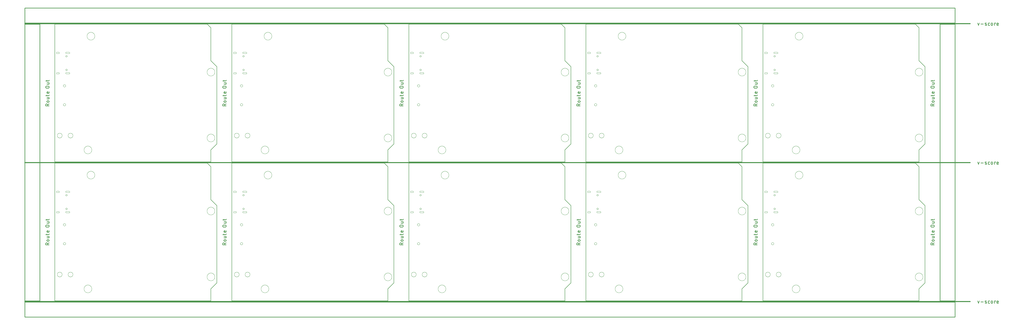
<source format=gko>
G04 EAGLE Gerber RS-274X export*
G75*
%MOMM*%
%FSLAX34Y34*%
%LPD*%
%IN*%
%IPPOS*%
%AMOC8*
5,1,8,0,0,1.08239X$1,22.5*%
G01*
%ADD10C,0.203200*%
%ADD11C,0.279400*%
%ADD12C,0.381000*%
%ADD13C,0.254000*%
%ADD14C,0.000000*%
%ADD15C,0.010000*%


D10*
X0Y584200D02*
X645160Y584200D01*
X660400Y568960D01*
X660400Y429260D02*
X685800Y403860D01*
X685800Y76200D01*
X660400Y50800D01*
X660400Y0D01*
X0Y0D01*
X0Y584200D01*
X660400Y568960D02*
X660400Y429260D01*
D11*
X-24257Y237604D02*
X-39243Y237604D01*
X-39243Y241767D01*
X-39241Y241895D01*
X-39235Y242023D01*
X-39225Y242151D01*
X-39211Y242279D01*
X-39194Y242406D01*
X-39172Y242532D01*
X-39147Y242658D01*
X-39117Y242782D01*
X-39084Y242906D01*
X-39047Y243029D01*
X-39006Y243151D01*
X-38962Y243271D01*
X-38914Y243390D01*
X-38862Y243507D01*
X-38807Y243623D01*
X-38748Y243736D01*
X-38685Y243849D01*
X-38619Y243959D01*
X-38550Y244066D01*
X-38478Y244172D01*
X-38402Y244276D01*
X-38323Y244377D01*
X-38241Y244476D01*
X-38156Y244572D01*
X-38069Y244665D01*
X-37978Y244756D01*
X-37885Y244843D01*
X-37789Y244928D01*
X-37690Y245010D01*
X-37589Y245089D01*
X-37485Y245165D01*
X-37379Y245237D01*
X-37272Y245306D01*
X-37161Y245372D01*
X-37049Y245435D01*
X-36936Y245494D01*
X-36820Y245549D01*
X-36703Y245601D01*
X-36584Y245649D01*
X-36464Y245693D01*
X-36342Y245734D01*
X-36219Y245771D01*
X-36095Y245804D01*
X-35971Y245834D01*
X-35845Y245859D01*
X-35719Y245881D01*
X-35592Y245898D01*
X-35464Y245912D01*
X-35336Y245922D01*
X-35208Y245928D01*
X-35080Y245930D01*
X-34952Y245928D01*
X-34824Y245922D01*
X-34696Y245912D01*
X-34568Y245898D01*
X-34441Y245881D01*
X-34315Y245859D01*
X-34189Y245834D01*
X-34065Y245804D01*
X-33941Y245771D01*
X-33818Y245734D01*
X-33696Y245693D01*
X-33576Y245649D01*
X-33457Y245601D01*
X-33340Y245549D01*
X-33224Y245494D01*
X-33111Y245435D01*
X-32999Y245372D01*
X-32888Y245306D01*
X-32781Y245237D01*
X-32675Y245165D01*
X-32571Y245089D01*
X-32470Y245010D01*
X-32371Y244928D01*
X-32275Y244843D01*
X-32182Y244756D01*
X-32091Y244665D01*
X-32004Y244572D01*
X-31919Y244476D01*
X-31837Y244377D01*
X-31758Y244276D01*
X-31682Y244172D01*
X-31610Y244066D01*
X-31541Y243959D01*
X-31475Y243849D01*
X-31412Y243736D01*
X-31353Y243623D01*
X-31298Y243507D01*
X-31246Y243390D01*
X-31198Y243271D01*
X-31154Y243151D01*
X-31113Y243029D01*
X-31076Y242906D01*
X-31043Y242782D01*
X-31013Y242658D01*
X-30988Y242532D01*
X-30966Y242406D01*
X-30949Y242279D01*
X-30935Y242151D01*
X-30925Y242023D01*
X-30919Y241895D01*
X-30917Y241767D01*
X-30917Y237604D01*
X-30917Y242599D02*
X-24257Y245929D01*
X-27587Y252888D02*
X-30917Y252888D01*
X-31031Y252890D01*
X-31144Y252896D01*
X-31258Y252905D01*
X-31370Y252919D01*
X-31483Y252936D01*
X-31595Y252958D01*
X-31705Y252983D01*
X-31815Y253011D01*
X-31924Y253044D01*
X-32032Y253080D01*
X-32139Y253120D01*
X-32244Y253164D01*
X-32347Y253211D01*
X-32449Y253261D01*
X-32549Y253315D01*
X-32647Y253373D01*
X-32743Y253434D01*
X-32837Y253497D01*
X-32929Y253565D01*
X-33019Y253635D01*
X-33105Y253708D01*
X-33190Y253784D01*
X-33272Y253863D01*
X-33351Y253945D01*
X-33427Y254030D01*
X-33500Y254116D01*
X-33570Y254206D01*
X-33638Y254298D01*
X-33701Y254392D01*
X-33762Y254488D01*
X-33820Y254586D01*
X-33874Y254686D01*
X-33924Y254788D01*
X-33971Y254891D01*
X-34015Y254996D01*
X-34055Y255103D01*
X-34091Y255211D01*
X-34124Y255320D01*
X-34152Y255430D01*
X-34177Y255540D01*
X-34199Y255652D01*
X-34216Y255765D01*
X-34230Y255877D01*
X-34239Y255991D01*
X-34245Y256104D01*
X-34247Y256218D01*
X-34245Y256332D01*
X-34239Y256445D01*
X-34230Y256559D01*
X-34216Y256671D01*
X-34199Y256784D01*
X-34177Y256896D01*
X-34152Y257006D01*
X-34124Y257116D01*
X-34091Y257225D01*
X-34055Y257333D01*
X-34015Y257440D01*
X-33971Y257545D01*
X-33924Y257648D01*
X-33874Y257750D01*
X-33820Y257850D01*
X-33762Y257948D01*
X-33701Y258044D01*
X-33638Y258138D01*
X-33570Y258230D01*
X-33500Y258320D01*
X-33427Y258406D01*
X-33351Y258491D01*
X-33272Y258573D01*
X-33190Y258652D01*
X-33105Y258728D01*
X-33019Y258801D01*
X-32929Y258871D01*
X-32837Y258939D01*
X-32743Y259002D01*
X-32647Y259063D01*
X-32549Y259121D01*
X-32449Y259175D01*
X-32347Y259225D01*
X-32244Y259272D01*
X-32139Y259316D01*
X-32032Y259356D01*
X-31924Y259392D01*
X-31815Y259425D01*
X-31705Y259453D01*
X-31595Y259478D01*
X-31483Y259500D01*
X-31370Y259517D01*
X-31258Y259531D01*
X-31144Y259540D01*
X-31031Y259546D01*
X-30917Y259548D01*
X-27587Y259548D01*
X-27473Y259546D01*
X-27360Y259540D01*
X-27246Y259531D01*
X-27134Y259517D01*
X-27021Y259500D01*
X-26909Y259478D01*
X-26799Y259453D01*
X-26689Y259425D01*
X-26580Y259392D01*
X-26472Y259356D01*
X-26365Y259316D01*
X-26260Y259272D01*
X-26157Y259225D01*
X-26055Y259175D01*
X-25955Y259121D01*
X-25857Y259063D01*
X-25761Y259002D01*
X-25667Y258939D01*
X-25575Y258871D01*
X-25485Y258801D01*
X-25399Y258728D01*
X-25314Y258652D01*
X-25232Y258573D01*
X-25153Y258491D01*
X-25077Y258406D01*
X-25004Y258320D01*
X-24934Y258230D01*
X-24866Y258138D01*
X-24803Y258044D01*
X-24742Y257948D01*
X-24684Y257850D01*
X-24630Y257750D01*
X-24580Y257648D01*
X-24533Y257545D01*
X-24489Y257440D01*
X-24449Y257333D01*
X-24413Y257225D01*
X-24380Y257116D01*
X-24352Y257006D01*
X-24327Y256896D01*
X-24305Y256784D01*
X-24288Y256671D01*
X-24274Y256559D01*
X-24265Y256445D01*
X-24259Y256332D01*
X-24257Y256218D01*
X-24259Y256104D01*
X-24265Y255991D01*
X-24274Y255877D01*
X-24288Y255765D01*
X-24305Y255652D01*
X-24327Y255540D01*
X-24352Y255430D01*
X-24380Y255320D01*
X-24413Y255211D01*
X-24449Y255103D01*
X-24489Y254996D01*
X-24533Y254891D01*
X-24580Y254788D01*
X-24630Y254686D01*
X-24684Y254586D01*
X-24742Y254488D01*
X-24803Y254392D01*
X-24866Y254298D01*
X-24934Y254206D01*
X-25004Y254116D01*
X-25077Y254030D01*
X-25153Y253945D01*
X-25232Y253863D01*
X-25314Y253784D01*
X-25399Y253708D01*
X-25485Y253635D01*
X-25575Y253565D01*
X-25667Y253497D01*
X-25761Y253434D01*
X-25857Y253373D01*
X-25955Y253315D01*
X-26055Y253261D01*
X-26157Y253211D01*
X-26260Y253164D01*
X-26365Y253120D01*
X-26472Y253080D01*
X-26580Y253044D01*
X-26689Y253011D01*
X-26799Y252983D01*
X-26909Y252958D01*
X-27021Y252936D01*
X-27134Y252919D01*
X-27246Y252905D01*
X-27360Y252896D01*
X-27473Y252890D01*
X-27587Y252888D01*
X-26755Y266956D02*
X-34248Y266956D01*
X-26755Y266955D02*
X-26657Y266957D01*
X-26559Y266963D01*
X-26461Y266972D01*
X-26364Y266986D01*
X-26268Y267003D01*
X-26172Y267024D01*
X-26077Y267049D01*
X-25983Y267077D01*
X-25890Y267109D01*
X-25799Y267145D01*
X-25709Y267184D01*
X-25621Y267227D01*
X-25534Y267274D01*
X-25450Y267323D01*
X-25367Y267376D01*
X-25287Y267432D01*
X-25209Y267491D01*
X-25133Y267554D01*
X-25059Y267619D01*
X-24989Y267687D01*
X-24921Y267757D01*
X-24856Y267831D01*
X-24793Y267907D01*
X-24734Y267985D01*
X-24678Y268065D01*
X-24625Y268148D01*
X-24576Y268232D01*
X-24529Y268319D01*
X-24486Y268407D01*
X-24447Y268497D01*
X-24411Y268588D01*
X-24379Y268681D01*
X-24351Y268775D01*
X-24326Y268870D01*
X-24305Y268966D01*
X-24288Y269062D01*
X-24274Y269159D01*
X-24265Y269257D01*
X-24259Y269355D01*
X-24257Y269453D01*
X-24257Y273616D01*
X-34248Y273616D01*
X-34248Y279597D02*
X-34248Y284592D01*
X-39243Y281262D02*
X-26755Y281262D01*
X-26657Y281264D01*
X-26559Y281270D01*
X-26461Y281279D01*
X-26364Y281293D01*
X-26268Y281310D01*
X-26172Y281331D01*
X-26077Y281356D01*
X-25983Y281384D01*
X-25890Y281416D01*
X-25799Y281452D01*
X-25709Y281491D01*
X-25621Y281534D01*
X-25534Y281581D01*
X-25450Y281630D01*
X-25367Y281683D01*
X-25287Y281739D01*
X-25209Y281798D01*
X-25133Y281861D01*
X-25059Y281926D01*
X-24989Y281994D01*
X-24921Y282064D01*
X-24856Y282138D01*
X-24793Y282214D01*
X-24734Y282292D01*
X-24678Y282372D01*
X-24625Y282455D01*
X-24576Y282539D01*
X-24529Y282626D01*
X-24486Y282714D01*
X-24447Y282804D01*
X-24411Y282895D01*
X-24379Y282988D01*
X-24351Y283082D01*
X-24326Y283177D01*
X-24305Y283273D01*
X-24288Y283369D01*
X-24274Y283466D01*
X-24265Y283564D01*
X-24259Y283662D01*
X-24257Y283760D01*
X-24257Y284592D01*
X-24257Y293421D02*
X-24257Y297584D01*
X-24257Y293421D02*
X-24259Y293323D01*
X-24265Y293225D01*
X-24274Y293127D01*
X-24288Y293030D01*
X-24305Y292934D01*
X-24326Y292838D01*
X-24351Y292743D01*
X-24379Y292649D01*
X-24411Y292556D01*
X-24447Y292465D01*
X-24486Y292375D01*
X-24529Y292287D01*
X-24576Y292200D01*
X-24625Y292116D01*
X-24678Y292033D01*
X-24734Y291953D01*
X-24793Y291875D01*
X-24856Y291799D01*
X-24921Y291725D01*
X-24989Y291655D01*
X-25059Y291587D01*
X-25133Y291522D01*
X-25209Y291459D01*
X-25287Y291400D01*
X-25367Y291344D01*
X-25450Y291291D01*
X-25534Y291242D01*
X-25621Y291195D01*
X-25709Y291152D01*
X-25799Y291113D01*
X-25890Y291077D01*
X-25983Y291045D01*
X-26077Y291017D01*
X-26172Y290992D01*
X-26268Y290971D01*
X-26364Y290954D01*
X-26461Y290940D01*
X-26559Y290931D01*
X-26657Y290925D01*
X-26755Y290923D01*
X-26755Y290924D02*
X-30917Y290924D01*
X-31031Y290926D01*
X-31144Y290932D01*
X-31258Y290941D01*
X-31370Y290955D01*
X-31483Y290972D01*
X-31595Y290994D01*
X-31705Y291019D01*
X-31815Y291047D01*
X-31924Y291080D01*
X-32032Y291116D01*
X-32139Y291156D01*
X-32244Y291200D01*
X-32347Y291247D01*
X-32449Y291297D01*
X-32549Y291351D01*
X-32647Y291409D01*
X-32743Y291470D01*
X-32837Y291533D01*
X-32929Y291601D01*
X-33019Y291671D01*
X-33105Y291744D01*
X-33190Y291820D01*
X-33272Y291899D01*
X-33351Y291981D01*
X-33427Y292066D01*
X-33500Y292152D01*
X-33570Y292242D01*
X-33638Y292334D01*
X-33701Y292428D01*
X-33762Y292524D01*
X-33820Y292622D01*
X-33874Y292722D01*
X-33924Y292824D01*
X-33971Y292927D01*
X-34015Y293032D01*
X-34055Y293139D01*
X-34091Y293247D01*
X-34124Y293356D01*
X-34152Y293466D01*
X-34177Y293576D01*
X-34199Y293688D01*
X-34216Y293801D01*
X-34230Y293913D01*
X-34239Y294027D01*
X-34245Y294140D01*
X-34247Y294254D01*
X-34245Y294368D01*
X-34239Y294481D01*
X-34230Y294595D01*
X-34216Y294707D01*
X-34199Y294820D01*
X-34177Y294932D01*
X-34152Y295042D01*
X-34124Y295152D01*
X-34091Y295261D01*
X-34055Y295369D01*
X-34015Y295476D01*
X-33971Y295581D01*
X-33924Y295684D01*
X-33874Y295786D01*
X-33820Y295886D01*
X-33762Y295984D01*
X-33701Y296080D01*
X-33638Y296174D01*
X-33570Y296266D01*
X-33500Y296356D01*
X-33427Y296442D01*
X-33351Y296527D01*
X-33272Y296609D01*
X-33190Y296688D01*
X-33105Y296764D01*
X-33019Y296837D01*
X-32929Y296907D01*
X-32837Y296975D01*
X-32743Y297038D01*
X-32647Y297099D01*
X-32549Y297157D01*
X-32449Y297211D01*
X-32347Y297261D01*
X-32244Y297308D01*
X-32139Y297352D01*
X-32032Y297392D01*
X-31924Y297428D01*
X-31815Y297461D01*
X-31705Y297489D01*
X-31595Y297514D01*
X-31483Y297536D01*
X-31370Y297553D01*
X-31258Y297567D01*
X-31144Y297576D01*
X-31031Y297582D01*
X-30917Y297584D01*
X-29252Y297584D01*
X-29252Y290924D01*
X-28420Y313017D02*
X-35080Y313017D01*
X-35208Y313019D01*
X-35336Y313025D01*
X-35464Y313035D01*
X-35592Y313049D01*
X-35719Y313066D01*
X-35845Y313088D01*
X-35971Y313113D01*
X-36095Y313143D01*
X-36219Y313176D01*
X-36342Y313213D01*
X-36464Y313254D01*
X-36584Y313298D01*
X-36703Y313346D01*
X-36820Y313398D01*
X-36936Y313453D01*
X-37049Y313512D01*
X-37162Y313575D01*
X-37272Y313641D01*
X-37379Y313710D01*
X-37485Y313782D01*
X-37589Y313858D01*
X-37690Y313937D01*
X-37789Y314019D01*
X-37885Y314104D01*
X-37978Y314191D01*
X-38069Y314282D01*
X-38156Y314375D01*
X-38241Y314471D01*
X-38323Y314570D01*
X-38402Y314671D01*
X-38478Y314775D01*
X-38550Y314881D01*
X-38619Y314988D01*
X-38685Y315099D01*
X-38748Y315211D01*
X-38807Y315324D01*
X-38862Y315440D01*
X-38914Y315557D01*
X-38962Y315676D01*
X-39006Y315796D01*
X-39047Y315918D01*
X-39084Y316041D01*
X-39117Y316165D01*
X-39147Y316289D01*
X-39172Y316415D01*
X-39194Y316541D01*
X-39211Y316668D01*
X-39225Y316796D01*
X-39235Y316924D01*
X-39241Y317052D01*
X-39243Y317180D01*
X-39241Y317308D01*
X-39235Y317436D01*
X-39225Y317564D01*
X-39211Y317692D01*
X-39194Y317819D01*
X-39172Y317945D01*
X-39147Y318071D01*
X-39117Y318195D01*
X-39084Y318319D01*
X-39047Y318442D01*
X-39006Y318564D01*
X-38962Y318684D01*
X-38914Y318803D01*
X-38862Y318920D01*
X-38807Y319036D01*
X-38748Y319149D01*
X-38685Y319262D01*
X-38619Y319372D01*
X-38550Y319479D01*
X-38478Y319585D01*
X-38402Y319689D01*
X-38323Y319790D01*
X-38241Y319889D01*
X-38156Y319985D01*
X-38069Y320078D01*
X-37978Y320169D01*
X-37885Y320256D01*
X-37789Y320341D01*
X-37690Y320423D01*
X-37589Y320502D01*
X-37485Y320578D01*
X-37379Y320650D01*
X-37272Y320719D01*
X-37161Y320785D01*
X-37049Y320848D01*
X-36936Y320907D01*
X-36820Y320962D01*
X-36703Y321014D01*
X-36584Y321062D01*
X-36464Y321106D01*
X-36342Y321147D01*
X-36219Y321184D01*
X-36095Y321217D01*
X-35971Y321247D01*
X-35845Y321272D01*
X-35719Y321294D01*
X-35592Y321311D01*
X-35464Y321325D01*
X-35336Y321335D01*
X-35208Y321341D01*
X-35080Y321343D01*
X-35080Y321342D02*
X-28420Y321342D01*
X-28420Y321343D02*
X-28292Y321341D01*
X-28164Y321335D01*
X-28036Y321325D01*
X-27908Y321311D01*
X-27781Y321294D01*
X-27655Y321272D01*
X-27529Y321247D01*
X-27405Y321217D01*
X-27281Y321184D01*
X-27158Y321147D01*
X-27036Y321106D01*
X-26916Y321062D01*
X-26797Y321014D01*
X-26680Y320962D01*
X-26564Y320907D01*
X-26451Y320848D01*
X-26338Y320785D01*
X-26228Y320719D01*
X-26121Y320650D01*
X-26015Y320578D01*
X-25911Y320502D01*
X-25810Y320423D01*
X-25711Y320341D01*
X-25615Y320256D01*
X-25522Y320169D01*
X-25431Y320078D01*
X-25344Y319985D01*
X-25259Y319889D01*
X-25177Y319790D01*
X-25098Y319689D01*
X-25022Y319585D01*
X-24950Y319479D01*
X-24881Y319372D01*
X-24815Y319262D01*
X-24752Y319149D01*
X-24693Y319036D01*
X-24638Y318920D01*
X-24586Y318803D01*
X-24538Y318684D01*
X-24494Y318564D01*
X-24453Y318442D01*
X-24416Y318319D01*
X-24383Y318195D01*
X-24353Y318071D01*
X-24328Y317945D01*
X-24306Y317819D01*
X-24289Y317692D01*
X-24275Y317564D01*
X-24265Y317436D01*
X-24259Y317308D01*
X-24257Y317180D01*
X-24259Y317052D01*
X-24265Y316924D01*
X-24275Y316796D01*
X-24289Y316668D01*
X-24306Y316541D01*
X-24328Y316415D01*
X-24353Y316289D01*
X-24383Y316165D01*
X-24416Y316041D01*
X-24453Y315918D01*
X-24494Y315796D01*
X-24538Y315676D01*
X-24586Y315557D01*
X-24638Y315440D01*
X-24693Y315324D01*
X-24752Y315211D01*
X-24815Y315099D01*
X-24881Y314988D01*
X-24950Y314881D01*
X-25022Y314775D01*
X-25098Y314671D01*
X-25177Y314570D01*
X-25259Y314471D01*
X-25344Y314375D01*
X-25431Y314282D01*
X-25522Y314191D01*
X-25615Y314104D01*
X-25711Y314019D01*
X-25810Y313937D01*
X-25911Y313858D01*
X-26015Y313782D01*
X-26121Y313710D01*
X-26228Y313641D01*
X-26339Y313575D01*
X-26451Y313512D01*
X-26564Y313453D01*
X-26680Y313398D01*
X-26797Y313346D01*
X-26916Y313298D01*
X-27036Y313254D01*
X-27158Y313213D01*
X-27281Y313176D01*
X-27405Y313143D01*
X-27529Y313113D01*
X-27655Y313088D01*
X-27781Y313066D01*
X-27908Y313049D01*
X-28036Y313035D01*
X-28164Y313025D01*
X-28292Y313019D01*
X-28420Y313017D01*
X-26755Y328959D02*
X-34248Y328959D01*
X-26755Y328959D02*
X-26657Y328961D01*
X-26559Y328967D01*
X-26461Y328976D01*
X-26364Y328990D01*
X-26268Y329007D01*
X-26172Y329028D01*
X-26077Y329053D01*
X-25983Y329081D01*
X-25890Y329113D01*
X-25799Y329149D01*
X-25709Y329188D01*
X-25621Y329231D01*
X-25534Y329278D01*
X-25450Y329327D01*
X-25367Y329380D01*
X-25287Y329436D01*
X-25209Y329495D01*
X-25133Y329558D01*
X-25059Y329623D01*
X-24989Y329691D01*
X-24921Y329761D01*
X-24856Y329835D01*
X-24793Y329911D01*
X-24734Y329989D01*
X-24678Y330069D01*
X-24625Y330152D01*
X-24576Y330236D01*
X-24529Y330323D01*
X-24486Y330411D01*
X-24447Y330501D01*
X-24411Y330592D01*
X-24379Y330685D01*
X-24351Y330779D01*
X-24326Y330874D01*
X-24305Y330970D01*
X-24288Y331066D01*
X-24274Y331163D01*
X-24265Y331261D01*
X-24259Y331359D01*
X-24257Y331457D01*
X-24257Y335620D01*
X-34248Y335620D01*
X-34248Y341601D02*
X-34248Y346596D01*
X-39243Y343266D02*
X-26755Y343266D01*
X-26657Y343268D01*
X-26559Y343274D01*
X-26461Y343283D01*
X-26364Y343297D01*
X-26268Y343314D01*
X-26172Y343335D01*
X-26077Y343360D01*
X-25983Y343388D01*
X-25890Y343420D01*
X-25799Y343456D01*
X-25709Y343495D01*
X-25621Y343538D01*
X-25534Y343585D01*
X-25450Y343634D01*
X-25367Y343687D01*
X-25287Y343743D01*
X-25209Y343802D01*
X-25133Y343865D01*
X-25059Y343930D01*
X-24989Y343998D01*
X-24921Y344068D01*
X-24856Y344142D01*
X-24793Y344218D01*
X-24734Y344296D01*
X-24678Y344376D01*
X-24625Y344459D01*
X-24576Y344543D01*
X-24529Y344630D01*
X-24486Y344718D01*
X-24447Y344808D01*
X-24411Y344899D01*
X-24379Y344992D01*
X-24351Y345086D01*
X-24326Y345181D01*
X-24305Y345277D01*
X-24288Y345373D01*
X-24274Y345470D01*
X-24265Y345568D01*
X-24259Y345666D01*
X-24257Y345764D01*
X-24257Y346596D01*
D10*
X749300Y584200D02*
X1394460Y584200D01*
X1409700Y568960D01*
X1409700Y429260D02*
X1435100Y403860D01*
X1435100Y76200D01*
X1409700Y50800D01*
X1409700Y0D01*
X749300Y0D01*
X749300Y584200D01*
X1409700Y568960D02*
X1409700Y429260D01*
D11*
X725043Y237604D02*
X710057Y237604D01*
X710057Y241767D01*
X710059Y241895D01*
X710065Y242023D01*
X710075Y242151D01*
X710089Y242279D01*
X710106Y242406D01*
X710128Y242532D01*
X710153Y242658D01*
X710183Y242782D01*
X710216Y242906D01*
X710253Y243029D01*
X710294Y243151D01*
X710338Y243271D01*
X710386Y243390D01*
X710438Y243507D01*
X710493Y243623D01*
X710552Y243736D01*
X710615Y243849D01*
X710681Y243959D01*
X710750Y244066D01*
X710822Y244172D01*
X710898Y244276D01*
X710977Y244377D01*
X711059Y244476D01*
X711144Y244572D01*
X711231Y244665D01*
X711322Y244756D01*
X711415Y244843D01*
X711511Y244928D01*
X711610Y245010D01*
X711711Y245089D01*
X711815Y245165D01*
X711921Y245237D01*
X712028Y245306D01*
X712139Y245372D01*
X712251Y245435D01*
X712364Y245494D01*
X712480Y245549D01*
X712597Y245601D01*
X712716Y245649D01*
X712836Y245693D01*
X712958Y245734D01*
X713081Y245771D01*
X713205Y245804D01*
X713329Y245834D01*
X713455Y245859D01*
X713581Y245881D01*
X713708Y245898D01*
X713836Y245912D01*
X713964Y245922D01*
X714092Y245928D01*
X714220Y245930D01*
X714348Y245928D01*
X714476Y245922D01*
X714604Y245912D01*
X714732Y245898D01*
X714859Y245881D01*
X714985Y245859D01*
X715111Y245834D01*
X715235Y245804D01*
X715359Y245771D01*
X715482Y245734D01*
X715604Y245693D01*
X715724Y245649D01*
X715843Y245601D01*
X715960Y245549D01*
X716076Y245494D01*
X716189Y245435D01*
X716302Y245372D01*
X716412Y245306D01*
X716519Y245237D01*
X716625Y245165D01*
X716729Y245089D01*
X716830Y245010D01*
X716929Y244928D01*
X717025Y244843D01*
X717118Y244756D01*
X717209Y244665D01*
X717296Y244572D01*
X717381Y244476D01*
X717463Y244377D01*
X717542Y244276D01*
X717618Y244172D01*
X717690Y244066D01*
X717759Y243959D01*
X717825Y243849D01*
X717888Y243736D01*
X717947Y243623D01*
X718002Y243507D01*
X718054Y243390D01*
X718102Y243271D01*
X718146Y243151D01*
X718187Y243029D01*
X718224Y242906D01*
X718257Y242782D01*
X718287Y242658D01*
X718312Y242532D01*
X718334Y242406D01*
X718351Y242279D01*
X718365Y242151D01*
X718375Y242023D01*
X718381Y241895D01*
X718383Y241767D01*
X718383Y237604D01*
X718383Y242599D02*
X725043Y245929D01*
X721713Y252888D02*
X718383Y252888D01*
X718269Y252890D01*
X718156Y252896D01*
X718042Y252905D01*
X717930Y252919D01*
X717817Y252936D01*
X717705Y252958D01*
X717595Y252983D01*
X717485Y253011D01*
X717376Y253044D01*
X717268Y253080D01*
X717161Y253120D01*
X717056Y253164D01*
X716953Y253211D01*
X716851Y253261D01*
X716751Y253315D01*
X716653Y253373D01*
X716557Y253434D01*
X716463Y253497D01*
X716371Y253565D01*
X716281Y253635D01*
X716195Y253708D01*
X716110Y253784D01*
X716028Y253863D01*
X715949Y253945D01*
X715873Y254030D01*
X715800Y254116D01*
X715730Y254206D01*
X715662Y254298D01*
X715599Y254392D01*
X715538Y254488D01*
X715480Y254586D01*
X715426Y254686D01*
X715376Y254788D01*
X715329Y254891D01*
X715285Y254996D01*
X715245Y255103D01*
X715209Y255211D01*
X715176Y255320D01*
X715148Y255430D01*
X715123Y255540D01*
X715101Y255652D01*
X715084Y255765D01*
X715070Y255877D01*
X715061Y255991D01*
X715055Y256104D01*
X715053Y256218D01*
X715055Y256332D01*
X715061Y256445D01*
X715070Y256559D01*
X715084Y256671D01*
X715101Y256784D01*
X715123Y256896D01*
X715148Y257006D01*
X715176Y257116D01*
X715209Y257225D01*
X715245Y257333D01*
X715285Y257440D01*
X715329Y257545D01*
X715376Y257648D01*
X715426Y257750D01*
X715480Y257850D01*
X715538Y257948D01*
X715599Y258044D01*
X715662Y258138D01*
X715730Y258230D01*
X715800Y258320D01*
X715873Y258406D01*
X715949Y258491D01*
X716028Y258573D01*
X716110Y258652D01*
X716195Y258728D01*
X716281Y258801D01*
X716371Y258871D01*
X716463Y258939D01*
X716557Y259002D01*
X716653Y259063D01*
X716751Y259121D01*
X716851Y259175D01*
X716953Y259225D01*
X717056Y259272D01*
X717161Y259316D01*
X717268Y259356D01*
X717376Y259392D01*
X717485Y259425D01*
X717595Y259453D01*
X717705Y259478D01*
X717817Y259500D01*
X717930Y259517D01*
X718042Y259531D01*
X718156Y259540D01*
X718269Y259546D01*
X718383Y259548D01*
X721713Y259548D01*
X721827Y259546D01*
X721940Y259540D01*
X722054Y259531D01*
X722166Y259517D01*
X722279Y259500D01*
X722391Y259478D01*
X722501Y259453D01*
X722611Y259425D01*
X722720Y259392D01*
X722828Y259356D01*
X722935Y259316D01*
X723040Y259272D01*
X723143Y259225D01*
X723245Y259175D01*
X723345Y259121D01*
X723443Y259063D01*
X723539Y259002D01*
X723633Y258939D01*
X723725Y258871D01*
X723815Y258801D01*
X723901Y258728D01*
X723986Y258652D01*
X724068Y258573D01*
X724147Y258491D01*
X724223Y258406D01*
X724296Y258320D01*
X724366Y258230D01*
X724434Y258138D01*
X724497Y258044D01*
X724558Y257948D01*
X724616Y257850D01*
X724670Y257750D01*
X724720Y257648D01*
X724767Y257545D01*
X724811Y257440D01*
X724851Y257333D01*
X724887Y257225D01*
X724920Y257116D01*
X724948Y257006D01*
X724973Y256896D01*
X724995Y256784D01*
X725012Y256671D01*
X725026Y256559D01*
X725035Y256445D01*
X725041Y256332D01*
X725043Y256218D01*
X725041Y256104D01*
X725035Y255991D01*
X725026Y255877D01*
X725012Y255765D01*
X724995Y255652D01*
X724973Y255540D01*
X724948Y255430D01*
X724920Y255320D01*
X724887Y255211D01*
X724851Y255103D01*
X724811Y254996D01*
X724767Y254891D01*
X724720Y254788D01*
X724670Y254686D01*
X724616Y254586D01*
X724558Y254488D01*
X724497Y254392D01*
X724434Y254298D01*
X724366Y254206D01*
X724296Y254116D01*
X724223Y254030D01*
X724147Y253945D01*
X724068Y253863D01*
X723986Y253784D01*
X723901Y253708D01*
X723815Y253635D01*
X723725Y253565D01*
X723633Y253497D01*
X723539Y253434D01*
X723443Y253373D01*
X723345Y253315D01*
X723245Y253261D01*
X723143Y253211D01*
X723040Y253164D01*
X722935Y253120D01*
X722828Y253080D01*
X722720Y253044D01*
X722611Y253011D01*
X722501Y252983D01*
X722391Y252958D01*
X722279Y252936D01*
X722166Y252919D01*
X722054Y252905D01*
X721940Y252896D01*
X721827Y252890D01*
X721713Y252888D01*
X722545Y266956D02*
X715052Y266956D01*
X722545Y266955D02*
X722643Y266957D01*
X722741Y266963D01*
X722839Y266972D01*
X722936Y266986D01*
X723032Y267003D01*
X723128Y267024D01*
X723223Y267049D01*
X723317Y267077D01*
X723410Y267109D01*
X723501Y267145D01*
X723591Y267184D01*
X723679Y267227D01*
X723766Y267274D01*
X723850Y267323D01*
X723933Y267376D01*
X724013Y267432D01*
X724092Y267491D01*
X724167Y267554D01*
X724241Y267619D01*
X724311Y267687D01*
X724379Y267757D01*
X724445Y267831D01*
X724507Y267907D01*
X724566Y267985D01*
X724622Y268065D01*
X724675Y268148D01*
X724725Y268232D01*
X724771Y268319D01*
X724814Y268407D01*
X724853Y268497D01*
X724889Y268588D01*
X724921Y268681D01*
X724949Y268775D01*
X724974Y268870D01*
X724995Y268966D01*
X725012Y269062D01*
X725026Y269159D01*
X725035Y269257D01*
X725041Y269355D01*
X725043Y269453D01*
X725043Y273616D01*
X715052Y273616D01*
X715052Y279597D02*
X715052Y284592D01*
X710057Y281262D02*
X722545Y281262D01*
X722643Y281264D01*
X722741Y281270D01*
X722839Y281279D01*
X722936Y281293D01*
X723032Y281310D01*
X723128Y281331D01*
X723223Y281356D01*
X723317Y281384D01*
X723410Y281416D01*
X723501Y281452D01*
X723591Y281491D01*
X723679Y281534D01*
X723766Y281581D01*
X723850Y281630D01*
X723933Y281683D01*
X724013Y281739D01*
X724092Y281798D01*
X724167Y281861D01*
X724241Y281926D01*
X724311Y281994D01*
X724379Y282064D01*
X724445Y282138D01*
X724507Y282214D01*
X724566Y282292D01*
X724622Y282372D01*
X724675Y282455D01*
X724725Y282539D01*
X724771Y282626D01*
X724814Y282714D01*
X724853Y282804D01*
X724889Y282895D01*
X724921Y282988D01*
X724949Y283082D01*
X724974Y283177D01*
X724995Y283273D01*
X725012Y283369D01*
X725026Y283466D01*
X725035Y283564D01*
X725041Y283662D01*
X725043Y283760D01*
X725043Y284592D01*
X725043Y293421D02*
X725043Y297584D01*
X725043Y293421D02*
X725041Y293323D01*
X725035Y293225D01*
X725026Y293127D01*
X725012Y293030D01*
X724995Y292934D01*
X724974Y292838D01*
X724949Y292743D01*
X724921Y292649D01*
X724889Y292556D01*
X724853Y292465D01*
X724814Y292375D01*
X724771Y292287D01*
X724724Y292200D01*
X724675Y292116D01*
X724622Y292033D01*
X724566Y291953D01*
X724507Y291875D01*
X724445Y291799D01*
X724379Y291725D01*
X724311Y291655D01*
X724241Y291587D01*
X724167Y291522D01*
X724092Y291459D01*
X724013Y291400D01*
X723933Y291344D01*
X723850Y291291D01*
X723766Y291242D01*
X723679Y291195D01*
X723591Y291152D01*
X723501Y291113D01*
X723410Y291077D01*
X723317Y291045D01*
X723223Y291017D01*
X723128Y290992D01*
X723032Y290971D01*
X722936Y290954D01*
X722839Y290940D01*
X722741Y290931D01*
X722643Y290925D01*
X722545Y290923D01*
X722545Y290924D02*
X718383Y290924D01*
X718269Y290926D01*
X718156Y290932D01*
X718042Y290941D01*
X717930Y290955D01*
X717817Y290972D01*
X717705Y290994D01*
X717595Y291019D01*
X717485Y291047D01*
X717376Y291080D01*
X717268Y291116D01*
X717161Y291156D01*
X717056Y291200D01*
X716953Y291247D01*
X716851Y291297D01*
X716751Y291351D01*
X716653Y291409D01*
X716557Y291470D01*
X716463Y291533D01*
X716371Y291601D01*
X716281Y291671D01*
X716195Y291744D01*
X716110Y291820D01*
X716028Y291899D01*
X715949Y291981D01*
X715873Y292066D01*
X715800Y292152D01*
X715730Y292242D01*
X715662Y292334D01*
X715599Y292428D01*
X715538Y292524D01*
X715480Y292622D01*
X715426Y292722D01*
X715376Y292824D01*
X715329Y292927D01*
X715285Y293032D01*
X715245Y293139D01*
X715209Y293247D01*
X715176Y293356D01*
X715148Y293466D01*
X715123Y293576D01*
X715101Y293688D01*
X715084Y293801D01*
X715070Y293913D01*
X715061Y294027D01*
X715055Y294140D01*
X715053Y294254D01*
X715055Y294368D01*
X715061Y294481D01*
X715070Y294595D01*
X715084Y294707D01*
X715101Y294820D01*
X715123Y294932D01*
X715148Y295042D01*
X715176Y295152D01*
X715209Y295261D01*
X715245Y295369D01*
X715285Y295476D01*
X715329Y295581D01*
X715376Y295684D01*
X715426Y295786D01*
X715480Y295886D01*
X715538Y295984D01*
X715599Y296080D01*
X715662Y296174D01*
X715730Y296266D01*
X715800Y296356D01*
X715873Y296442D01*
X715949Y296527D01*
X716028Y296609D01*
X716110Y296688D01*
X716195Y296764D01*
X716281Y296837D01*
X716371Y296907D01*
X716463Y296975D01*
X716557Y297038D01*
X716653Y297099D01*
X716751Y297157D01*
X716851Y297211D01*
X716953Y297261D01*
X717056Y297308D01*
X717161Y297352D01*
X717268Y297392D01*
X717376Y297428D01*
X717485Y297461D01*
X717595Y297489D01*
X717705Y297514D01*
X717817Y297536D01*
X717930Y297553D01*
X718042Y297567D01*
X718156Y297576D01*
X718269Y297582D01*
X718383Y297584D01*
X720048Y297584D01*
X720048Y290924D01*
X720880Y313017D02*
X714220Y313017D01*
X714092Y313019D01*
X713964Y313025D01*
X713836Y313035D01*
X713708Y313049D01*
X713581Y313066D01*
X713455Y313088D01*
X713329Y313113D01*
X713205Y313143D01*
X713081Y313176D01*
X712958Y313213D01*
X712836Y313254D01*
X712716Y313298D01*
X712597Y313346D01*
X712480Y313398D01*
X712364Y313453D01*
X712251Y313512D01*
X712139Y313575D01*
X712028Y313641D01*
X711921Y313710D01*
X711815Y313782D01*
X711711Y313858D01*
X711610Y313937D01*
X711511Y314019D01*
X711415Y314104D01*
X711322Y314191D01*
X711231Y314282D01*
X711144Y314375D01*
X711059Y314471D01*
X710977Y314570D01*
X710898Y314671D01*
X710822Y314775D01*
X710750Y314881D01*
X710681Y314988D01*
X710615Y315099D01*
X710552Y315211D01*
X710493Y315324D01*
X710438Y315440D01*
X710386Y315557D01*
X710338Y315676D01*
X710294Y315796D01*
X710253Y315918D01*
X710216Y316041D01*
X710183Y316165D01*
X710153Y316289D01*
X710128Y316415D01*
X710106Y316541D01*
X710089Y316668D01*
X710075Y316796D01*
X710065Y316924D01*
X710059Y317052D01*
X710057Y317180D01*
X710059Y317308D01*
X710065Y317436D01*
X710075Y317564D01*
X710089Y317692D01*
X710106Y317819D01*
X710128Y317945D01*
X710153Y318071D01*
X710183Y318195D01*
X710216Y318319D01*
X710253Y318442D01*
X710294Y318564D01*
X710338Y318684D01*
X710386Y318803D01*
X710438Y318920D01*
X710493Y319036D01*
X710552Y319149D01*
X710615Y319262D01*
X710681Y319372D01*
X710750Y319479D01*
X710822Y319585D01*
X710898Y319689D01*
X710977Y319790D01*
X711059Y319889D01*
X711144Y319985D01*
X711231Y320078D01*
X711322Y320169D01*
X711415Y320256D01*
X711511Y320341D01*
X711610Y320423D01*
X711711Y320502D01*
X711815Y320578D01*
X711921Y320650D01*
X712028Y320719D01*
X712139Y320785D01*
X712251Y320848D01*
X712364Y320907D01*
X712480Y320962D01*
X712597Y321014D01*
X712716Y321062D01*
X712836Y321106D01*
X712958Y321147D01*
X713081Y321184D01*
X713205Y321217D01*
X713329Y321247D01*
X713455Y321272D01*
X713581Y321294D01*
X713708Y321311D01*
X713836Y321325D01*
X713964Y321335D01*
X714092Y321341D01*
X714220Y321343D01*
X714220Y321342D02*
X720880Y321342D01*
X720880Y321343D02*
X721008Y321341D01*
X721136Y321335D01*
X721264Y321325D01*
X721392Y321311D01*
X721519Y321294D01*
X721645Y321272D01*
X721771Y321247D01*
X721895Y321217D01*
X722019Y321184D01*
X722142Y321147D01*
X722264Y321106D01*
X722384Y321062D01*
X722503Y321014D01*
X722620Y320962D01*
X722736Y320907D01*
X722849Y320848D01*
X722962Y320785D01*
X723072Y320719D01*
X723179Y320650D01*
X723285Y320578D01*
X723389Y320502D01*
X723490Y320423D01*
X723589Y320341D01*
X723685Y320256D01*
X723778Y320169D01*
X723869Y320078D01*
X723956Y319985D01*
X724041Y319889D01*
X724123Y319790D01*
X724202Y319689D01*
X724278Y319585D01*
X724350Y319479D01*
X724419Y319372D01*
X724485Y319262D01*
X724548Y319149D01*
X724607Y319036D01*
X724662Y318920D01*
X724714Y318803D01*
X724762Y318684D01*
X724806Y318564D01*
X724847Y318442D01*
X724884Y318319D01*
X724917Y318195D01*
X724947Y318071D01*
X724972Y317945D01*
X724994Y317819D01*
X725011Y317692D01*
X725025Y317564D01*
X725035Y317436D01*
X725041Y317308D01*
X725043Y317180D01*
X725041Y317052D01*
X725035Y316924D01*
X725025Y316796D01*
X725011Y316668D01*
X724994Y316541D01*
X724972Y316415D01*
X724947Y316289D01*
X724917Y316165D01*
X724884Y316041D01*
X724847Y315918D01*
X724806Y315796D01*
X724762Y315676D01*
X724714Y315557D01*
X724662Y315440D01*
X724607Y315324D01*
X724548Y315211D01*
X724485Y315099D01*
X724419Y314988D01*
X724350Y314881D01*
X724278Y314775D01*
X724202Y314671D01*
X724123Y314570D01*
X724041Y314471D01*
X723956Y314375D01*
X723869Y314282D01*
X723778Y314191D01*
X723685Y314104D01*
X723589Y314019D01*
X723490Y313937D01*
X723389Y313858D01*
X723285Y313782D01*
X723179Y313710D01*
X723072Y313641D01*
X722962Y313575D01*
X722849Y313512D01*
X722736Y313453D01*
X722620Y313398D01*
X722503Y313346D01*
X722384Y313298D01*
X722264Y313254D01*
X722142Y313213D01*
X722019Y313176D01*
X721895Y313143D01*
X721771Y313113D01*
X721645Y313088D01*
X721519Y313066D01*
X721392Y313049D01*
X721264Y313035D01*
X721136Y313025D01*
X721008Y313019D01*
X720880Y313017D01*
X722545Y328959D02*
X715052Y328959D01*
X722545Y328959D02*
X722643Y328961D01*
X722741Y328967D01*
X722839Y328976D01*
X722936Y328990D01*
X723032Y329007D01*
X723128Y329028D01*
X723223Y329053D01*
X723317Y329081D01*
X723410Y329113D01*
X723501Y329149D01*
X723591Y329188D01*
X723679Y329231D01*
X723766Y329278D01*
X723850Y329327D01*
X723933Y329380D01*
X724013Y329436D01*
X724092Y329495D01*
X724167Y329558D01*
X724241Y329623D01*
X724311Y329691D01*
X724379Y329761D01*
X724445Y329835D01*
X724507Y329911D01*
X724566Y329989D01*
X724622Y330069D01*
X724675Y330152D01*
X724725Y330236D01*
X724771Y330323D01*
X724814Y330411D01*
X724853Y330501D01*
X724889Y330592D01*
X724921Y330685D01*
X724949Y330779D01*
X724974Y330874D01*
X724995Y330970D01*
X725012Y331066D01*
X725026Y331163D01*
X725035Y331261D01*
X725041Y331359D01*
X725043Y331457D01*
X725043Y335620D01*
X715052Y335620D01*
X715052Y341601D02*
X715052Y346596D01*
X710057Y343266D02*
X722545Y343266D01*
X722545Y343265D02*
X722643Y343267D01*
X722741Y343273D01*
X722839Y343282D01*
X722936Y343296D01*
X723032Y343313D01*
X723128Y343334D01*
X723223Y343359D01*
X723317Y343387D01*
X723410Y343419D01*
X723501Y343455D01*
X723591Y343494D01*
X723679Y343537D01*
X723766Y343584D01*
X723850Y343633D01*
X723933Y343686D01*
X724013Y343742D01*
X724092Y343801D01*
X724167Y343864D01*
X724241Y343929D01*
X724311Y343997D01*
X724379Y344067D01*
X724445Y344141D01*
X724507Y344217D01*
X724566Y344295D01*
X724622Y344375D01*
X724675Y344458D01*
X724725Y344542D01*
X724771Y344629D01*
X724814Y344717D01*
X724853Y344807D01*
X724889Y344898D01*
X724921Y344991D01*
X724949Y345085D01*
X724974Y345180D01*
X724995Y345276D01*
X725012Y345372D01*
X725026Y345469D01*
X725035Y345567D01*
X725041Y345665D01*
X725043Y345763D01*
X725043Y345764D02*
X725043Y346596D01*
D10*
X1498600Y584200D02*
X2143760Y584200D01*
X2159000Y568960D01*
X2159000Y429260D02*
X2184400Y403860D01*
X2184400Y76200D01*
X2159000Y50800D01*
X2159000Y0D01*
X1498600Y0D01*
X1498600Y584200D01*
X2159000Y568960D02*
X2159000Y429260D01*
D11*
X1474343Y237604D02*
X1459357Y237604D01*
X1459357Y241767D01*
X1459359Y241895D01*
X1459365Y242023D01*
X1459375Y242151D01*
X1459389Y242279D01*
X1459406Y242406D01*
X1459428Y242532D01*
X1459453Y242658D01*
X1459483Y242782D01*
X1459516Y242906D01*
X1459553Y243029D01*
X1459594Y243151D01*
X1459638Y243271D01*
X1459686Y243390D01*
X1459738Y243507D01*
X1459793Y243623D01*
X1459852Y243736D01*
X1459915Y243849D01*
X1459981Y243959D01*
X1460050Y244066D01*
X1460122Y244172D01*
X1460198Y244276D01*
X1460277Y244377D01*
X1460359Y244476D01*
X1460444Y244572D01*
X1460531Y244665D01*
X1460622Y244756D01*
X1460715Y244843D01*
X1460811Y244928D01*
X1460910Y245010D01*
X1461011Y245089D01*
X1461115Y245165D01*
X1461221Y245237D01*
X1461328Y245306D01*
X1461439Y245372D01*
X1461551Y245435D01*
X1461664Y245494D01*
X1461780Y245549D01*
X1461897Y245601D01*
X1462016Y245649D01*
X1462136Y245693D01*
X1462258Y245734D01*
X1462381Y245771D01*
X1462505Y245804D01*
X1462629Y245834D01*
X1462755Y245859D01*
X1462881Y245881D01*
X1463008Y245898D01*
X1463136Y245912D01*
X1463264Y245922D01*
X1463392Y245928D01*
X1463520Y245930D01*
X1463648Y245928D01*
X1463776Y245922D01*
X1463904Y245912D01*
X1464032Y245898D01*
X1464159Y245881D01*
X1464285Y245859D01*
X1464411Y245834D01*
X1464535Y245804D01*
X1464659Y245771D01*
X1464782Y245734D01*
X1464904Y245693D01*
X1465024Y245649D01*
X1465143Y245601D01*
X1465260Y245549D01*
X1465376Y245494D01*
X1465489Y245435D01*
X1465602Y245372D01*
X1465712Y245306D01*
X1465819Y245237D01*
X1465925Y245165D01*
X1466029Y245089D01*
X1466130Y245010D01*
X1466229Y244928D01*
X1466325Y244843D01*
X1466418Y244756D01*
X1466509Y244665D01*
X1466596Y244572D01*
X1466681Y244476D01*
X1466763Y244377D01*
X1466842Y244276D01*
X1466918Y244172D01*
X1466990Y244066D01*
X1467059Y243959D01*
X1467125Y243849D01*
X1467188Y243736D01*
X1467247Y243623D01*
X1467302Y243507D01*
X1467354Y243390D01*
X1467402Y243271D01*
X1467446Y243151D01*
X1467487Y243029D01*
X1467524Y242906D01*
X1467557Y242782D01*
X1467587Y242658D01*
X1467612Y242532D01*
X1467634Y242406D01*
X1467651Y242279D01*
X1467665Y242151D01*
X1467675Y242023D01*
X1467681Y241895D01*
X1467683Y241767D01*
X1467683Y237604D01*
X1467683Y242599D02*
X1474343Y245929D01*
X1471013Y252888D02*
X1467683Y252888D01*
X1467569Y252890D01*
X1467456Y252896D01*
X1467342Y252905D01*
X1467230Y252919D01*
X1467117Y252936D01*
X1467005Y252958D01*
X1466895Y252983D01*
X1466785Y253011D01*
X1466676Y253044D01*
X1466568Y253080D01*
X1466461Y253120D01*
X1466356Y253164D01*
X1466253Y253211D01*
X1466151Y253261D01*
X1466051Y253315D01*
X1465953Y253373D01*
X1465857Y253434D01*
X1465763Y253497D01*
X1465671Y253565D01*
X1465581Y253635D01*
X1465495Y253708D01*
X1465410Y253784D01*
X1465328Y253863D01*
X1465249Y253945D01*
X1465173Y254030D01*
X1465100Y254116D01*
X1465030Y254206D01*
X1464962Y254298D01*
X1464899Y254392D01*
X1464838Y254488D01*
X1464780Y254586D01*
X1464726Y254686D01*
X1464676Y254788D01*
X1464629Y254891D01*
X1464585Y254996D01*
X1464545Y255103D01*
X1464509Y255211D01*
X1464476Y255320D01*
X1464448Y255430D01*
X1464423Y255540D01*
X1464401Y255652D01*
X1464384Y255765D01*
X1464370Y255877D01*
X1464361Y255991D01*
X1464355Y256104D01*
X1464353Y256218D01*
X1464355Y256332D01*
X1464361Y256445D01*
X1464370Y256559D01*
X1464384Y256671D01*
X1464401Y256784D01*
X1464423Y256896D01*
X1464448Y257006D01*
X1464476Y257116D01*
X1464509Y257225D01*
X1464545Y257333D01*
X1464585Y257440D01*
X1464629Y257545D01*
X1464676Y257648D01*
X1464726Y257750D01*
X1464780Y257850D01*
X1464838Y257948D01*
X1464899Y258044D01*
X1464962Y258138D01*
X1465030Y258230D01*
X1465100Y258320D01*
X1465173Y258406D01*
X1465249Y258491D01*
X1465328Y258573D01*
X1465410Y258652D01*
X1465495Y258728D01*
X1465581Y258801D01*
X1465671Y258871D01*
X1465763Y258939D01*
X1465857Y259002D01*
X1465953Y259063D01*
X1466051Y259121D01*
X1466151Y259175D01*
X1466253Y259225D01*
X1466356Y259272D01*
X1466461Y259316D01*
X1466568Y259356D01*
X1466676Y259392D01*
X1466785Y259425D01*
X1466895Y259453D01*
X1467005Y259478D01*
X1467117Y259500D01*
X1467230Y259517D01*
X1467342Y259531D01*
X1467456Y259540D01*
X1467569Y259546D01*
X1467683Y259548D01*
X1471013Y259548D01*
X1471127Y259546D01*
X1471240Y259540D01*
X1471354Y259531D01*
X1471466Y259517D01*
X1471579Y259500D01*
X1471691Y259478D01*
X1471801Y259453D01*
X1471911Y259425D01*
X1472020Y259392D01*
X1472128Y259356D01*
X1472235Y259316D01*
X1472340Y259272D01*
X1472443Y259225D01*
X1472545Y259175D01*
X1472645Y259121D01*
X1472743Y259063D01*
X1472839Y259002D01*
X1472933Y258939D01*
X1473025Y258871D01*
X1473115Y258801D01*
X1473201Y258728D01*
X1473286Y258652D01*
X1473368Y258573D01*
X1473447Y258491D01*
X1473523Y258406D01*
X1473596Y258320D01*
X1473666Y258230D01*
X1473734Y258138D01*
X1473797Y258044D01*
X1473858Y257948D01*
X1473916Y257850D01*
X1473970Y257750D01*
X1474020Y257648D01*
X1474067Y257545D01*
X1474111Y257440D01*
X1474151Y257333D01*
X1474187Y257225D01*
X1474220Y257116D01*
X1474248Y257006D01*
X1474273Y256896D01*
X1474295Y256784D01*
X1474312Y256671D01*
X1474326Y256559D01*
X1474335Y256445D01*
X1474341Y256332D01*
X1474343Y256218D01*
X1474341Y256104D01*
X1474335Y255991D01*
X1474326Y255877D01*
X1474312Y255765D01*
X1474295Y255652D01*
X1474273Y255540D01*
X1474248Y255430D01*
X1474220Y255320D01*
X1474187Y255211D01*
X1474151Y255103D01*
X1474111Y254996D01*
X1474067Y254891D01*
X1474020Y254788D01*
X1473970Y254686D01*
X1473916Y254586D01*
X1473858Y254488D01*
X1473797Y254392D01*
X1473734Y254298D01*
X1473666Y254206D01*
X1473596Y254116D01*
X1473523Y254030D01*
X1473447Y253945D01*
X1473368Y253863D01*
X1473286Y253784D01*
X1473201Y253708D01*
X1473115Y253635D01*
X1473025Y253565D01*
X1472933Y253497D01*
X1472839Y253434D01*
X1472743Y253373D01*
X1472645Y253315D01*
X1472545Y253261D01*
X1472443Y253211D01*
X1472340Y253164D01*
X1472235Y253120D01*
X1472128Y253080D01*
X1472020Y253044D01*
X1471911Y253011D01*
X1471801Y252983D01*
X1471691Y252958D01*
X1471579Y252936D01*
X1471466Y252919D01*
X1471354Y252905D01*
X1471240Y252896D01*
X1471127Y252890D01*
X1471013Y252888D01*
X1471845Y266956D02*
X1464352Y266956D01*
X1471845Y266955D02*
X1471943Y266957D01*
X1472041Y266963D01*
X1472139Y266972D01*
X1472236Y266986D01*
X1472332Y267003D01*
X1472428Y267024D01*
X1472523Y267049D01*
X1472617Y267077D01*
X1472710Y267109D01*
X1472801Y267145D01*
X1472891Y267184D01*
X1472979Y267227D01*
X1473066Y267274D01*
X1473150Y267323D01*
X1473233Y267376D01*
X1473313Y267432D01*
X1473392Y267491D01*
X1473467Y267554D01*
X1473541Y267619D01*
X1473611Y267687D01*
X1473679Y267757D01*
X1473745Y267831D01*
X1473807Y267907D01*
X1473866Y267985D01*
X1473922Y268065D01*
X1473975Y268148D01*
X1474025Y268232D01*
X1474071Y268319D01*
X1474114Y268407D01*
X1474153Y268497D01*
X1474189Y268588D01*
X1474221Y268681D01*
X1474249Y268775D01*
X1474274Y268870D01*
X1474295Y268966D01*
X1474312Y269062D01*
X1474326Y269159D01*
X1474335Y269257D01*
X1474341Y269355D01*
X1474343Y269453D01*
X1474343Y273616D01*
X1464352Y273616D01*
X1464352Y279597D02*
X1464352Y284592D01*
X1459357Y281262D02*
X1471845Y281262D01*
X1471943Y281264D01*
X1472041Y281270D01*
X1472139Y281279D01*
X1472236Y281293D01*
X1472332Y281310D01*
X1472428Y281331D01*
X1472523Y281356D01*
X1472617Y281384D01*
X1472710Y281416D01*
X1472801Y281452D01*
X1472891Y281491D01*
X1472979Y281534D01*
X1473066Y281581D01*
X1473150Y281630D01*
X1473233Y281683D01*
X1473313Y281739D01*
X1473392Y281798D01*
X1473467Y281861D01*
X1473541Y281926D01*
X1473611Y281994D01*
X1473679Y282064D01*
X1473745Y282138D01*
X1473807Y282214D01*
X1473866Y282292D01*
X1473922Y282372D01*
X1473975Y282455D01*
X1474025Y282539D01*
X1474071Y282626D01*
X1474114Y282714D01*
X1474153Y282804D01*
X1474189Y282895D01*
X1474221Y282988D01*
X1474249Y283082D01*
X1474274Y283177D01*
X1474295Y283273D01*
X1474312Y283369D01*
X1474326Y283466D01*
X1474335Y283564D01*
X1474341Y283662D01*
X1474343Y283760D01*
X1474343Y284592D01*
X1474343Y293421D02*
X1474343Y297584D01*
X1474343Y293421D02*
X1474341Y293323D01*
X1474335Y293225D01*
X1474326Y293127D01*
X1474312Y293030D01*
X1474295Y292934D01*
X1474274Y292838D01*
X1474249Y292743D01*
X1474221Y292649D01*
X1474189Y292556D01*
X1474153Y292465D01*
X1474114Y292375D01*
X1474071Y292287D01*
X1474024Y292200D01*
X1473975Y292116D01*
X1473922Y292033D01*
X1473866Y291953D01*
X1473807Y291875D01*
X1473745Y291799D01*
X1473679Y291725D01*
X1473611Y291655D01*
X1473541Y291587D01*
X1473467Y291522D01*
X1473392Y291459D01*
X1473313Y291400D01*
X1473233Y291344D01*
X1473150Y291291D01*
X1473066Y291242D01*
X1472979Y291195D01*
X1472891Y291152D01*
X1472801Y291113D01*
X1472710Y291077D01*
X1472617Y291045D01*
X1472523Y291017D01*
X1472428Y290992D01*
X1472332Y290971D01*
X1472236Y290954D01*
X1472139Y290940D01*
X1472041Y290931D01*
X1471943Y290925D01*
X1471845Y290923D01*
X1471845Y290924D02*
X1467683Y290924D01*
X1467569Y290926D01*
X1467456Y290932D01*
X1467342Y290941D01*
X1467230Y290955D01*
X1467117Y290972D01*
X1467005Y290994D01*
X1466895Y291019D01*
X1466785Y291047D01*
X1466676Y291080D01*
X1466568Y291116D01*
X1466461Y291156D01*
X1466356Y291200D01*
X1466253Y291247D01*
X1466151Y291297D01*
X1466051Y291351D01*
X1465953Y291409D01*
X1465857Y291470D01*
X1465763Y291533D01*
X1465671Y291601D01*
X1465581Y291671D01*
X1465495Y291744D01*
X1465410Y291820D01*
X1465328Y291899D01*
X1465249Y291981D01*
X1465173Y292066D01*
X1465100Y292152D01*
X1465030Y292242D01*
X1464962Y292334D01*
X1464899Y292428D01*
X1464838Y292524D01*
X1464780Y292622D01*
X1464726Y292722D01*
X1464676Y292824D01*
X1464629Y292927D01*
X1464585Y293032D01*
X1464545Y293139D01*
X1464509Y293247D01*
X1464476Y293356D01*
X1464448Y293466D01*
X1464423Y293576D01*
X1464401Y293688D01*
X1464384Y293801D01*
X1464370Y293913D01*
X1464361Y294027D01*
X1464355Y294140D01*
X1464353Y294254D01*
X1464355Y294368D01*
X1464361Y294481D01*
X1464370Y294595D01*
X1464384Y294707D01*
X1464401Y294820D01*
X1464423Y294932D01*
X1464448Y295042D01*
X1464476Y295152D01*
X1464509Y295261D01*
X1464545Y295369D01*
X1464585Y295476D01*
X1464629Y295581D01*
X1464676Y295684D01*
X1464726Y295786D01*
X1464780Y295886D01*
X1464838Y295984D01*
X1464899Y296080D01*
X1464962Y296174D01*
X1465030Y296266D01*
X1465100Y296356D01*
X1465173Y296442D01*
X1465249Y296527D01*
X1465328Y296609D01*
X1465410Y296688D01*
X1465495Y296764D01*
X1465581Y296837D01*
X1465671Y296907D01*
X1465763Y296975D01*
X1465857Y297038D01*
X1465953Y297099D01*
X1466051Y297157D01*
X1466151Y297211D01*
X1466253Y297261D01*
X1466356Y297308D01*
X1466461Y297352D01*
X1466568Y297392D01*
X1466676Y297428D01*
X1466785Y297461D01*
X1466895Y297489D01*
X1467005Y297514D01*
X1467117Y297536D01*
X1467230Y297553D01*
X1467342Y297567D01*
X1467456Y297576D01*
X1467569Y297582D01*
X1467683Y297584D01*
X1469348Y297584D01*
X1469348Y290924D01*
X1470180Y313017D02*
X1463520Y313017D01*
X1463392Y313019D01*
X1463264Y313025D01*
X1463136Y313035D01*
X1463008Y313049D01*
X1462881Y313066D01*
X1462755Y313088D01*
X1462629Y313113D01*
X1462505Y313143D01*
X1462381Y313176D01*
X1462258Y313213D01*
X1462136Y313254D01*
X1462016Y313298D01*
X1461897Y313346D01*
X1461780Y313398D01*
X1461664Y313453D01*
X1461551Y313512D01*
X1461439Y313575D01*
X1461328Y313641D01*
X1461221Y313710D01*
X1461115Y313782D01*
X1461011Y313858D01*
X1460910Y313937D01*
X1460811Y314019D01*
X1460715Y314104D01*
X1460622Y314191D01*
X1460531Y314282D01*
X1460444Y314375D01*
X1460359Y314471D01*
X1460277Y314570D01*
X1460198Y314671D01*
X1460122Y314775D01*
X1460050Y314881D01*
X1459981Y314988D01*
X1459915Y315099D01*
X1459852Y315211D01*
X1459793Y315324D01*
X1459738Y315440D01*
X1459686Y315557D01*
X1459638Y315676D01*
X1459594Y315796D01*
X1459553Y315918D01*
X1459516Y316041D01*
X1459483Y316165D01*
X1459453Y316289D01*
X1459428Y316415D01*
X1459406Y316541D01*
X1459389Y316668D01*
X1459375Y316796D01*
X1459365Y316924D01*
X1459359Y317052D01*
X1459357Y317180D01*
X1459359Y317308D01*
X1459365Y317436D01*
X1459375Y317564D01*
X1459389Y317692D01*
X1459406Y317819D01*
X1459428Y317945D01*
X1459453Y318071D01*
X1459483Y318195D01*
X1459516Y318319D01*
X1459553Y318442D01*
X1459594Y318564D01*
X1459638Y318684D01*
X1459686Y318803D01*
X1459738Y318920D01*
X1459793Y319036D01*
X1459852Y319149D01*
X1459915Y319262D01*
X1459981Y319372D01*
X1460050Y319479D01*
X1460122Y319585D01*
X1460198Y319689D01*
X1460277Y319790D01*
X1460359Y319889D01*
X1460444Y319985D01*
X1460531Y320078D01*
X1460622Y320169D01*
X1460715Y320256D01*
X1460811Y320341D01*
X1460910Y320423D01*
X1461011Y320502D01*
X1461115Y320578D01*
X1461221Y320650D01*
X1461328Y320719D01*
X1461439Y320785D01*
X1461551Y320848D01*
X1461664Y320907D01*
X1461780Y320962D01*
X1461897Y321014D01*
X1462016Y321062D01*
X1462136Y321106D01*
X1462258Y321147D01*
X1462381Y321184D01*
X1462505Y321217D01*
X1462629Y321247D01*
X1462755Y321272D01*
X1462881Y321294D01*
X1463008Y321311D01*
X1463136Y321325D01*
X1463264Y321335D01*
X1463392Y321341D01*
X1463520Y321343D01*
X1463520Y321342D02*
X1470180Y321342D01*
X1470180Y321343D02*
X1470308Y321341D01*
X1470436Y321335D01*
X1470564Y321325D01*
X1470692Y321311D01*
X1470819Y321294D01*
X1470945Y321272D01*
X1471071Y321247D01*
X1471195Y321217D01*
X1471319Y321184D01*
X1471442Y321147D01*
X1471564Y321106D01*
X1471684Y321062D01*
X1471803Y321014D01*
X1471920Y320962D01*
X1472036Y320907D01*
X1472149Y320848D01*
X1472262Y320785D01*
X1472372Y320719D01*
X1472479Y320650D01*
X1472585Y320578D01*
X1472689Y320502D01*
X1472790Y320423D01*
X1472889Y320341D01*
X1472985Y320256D01*
X1473078Y320169D01*
X1473169Y320078D01*
X1473256Y319985D01*
X1473341Y319889D01*
X1473423Y319790D01*
X1473502Y319689D01*
X1473578Y319585D01*
X1473650Y319479D01*
X1473719Y319372D01*
X1473785Y319262D01*
X1473848Y319149D01*
X1473907Y319036D01*
X1473962Y318920D01*
X1474014Y318803D01*
X1474062Y318684D01*
X1474106Y318564D01*
X1474147Y318442D01*
X1474184Y318319D01*
X1474217Y318195D01*
X1474247Y318071D01*
X1474272Y317945D01*
X1474294Y317819D01*
X1474311Y317692D01*
X1474325Y317564D01*
X1474335Y317436D01*
X1474341Y317308D01*
X1474343Y317180D01*
X1474341Y317052D01*
X1474335Y316924D01*
X1474325Y316796D01*
X1474311Y316668D01*
X1474294Y316541D01*
X1474272Y316415D01*
X1474247Y316289D01*
X1474217Y316165D01*
X1474184Y316041D01*
X1474147Y315918D01*
X1474106Y315796D01*
X1474062Y315676D01*
X1474014Y315557D01*
X1473962Y315440D01*
X1473907Y315324D01*
X1473848Y315211D01*
X1473785Y315099D01*
X1473719Y314988D01*
X1473650Y314881D01*
X1473578Y314775D01*
X1473502Y314671D01*
X1473423Y314570D01*
X1473341Y314471D01*
X1473256Y314375D01*
X1473169Y314282D01*
X1473078Y314191D01*
X1472985Y314104D01*
X1472889Y314019D01*
X1472790Y313937D01*
X1472689Y313858D01*
X1472585Y313782D01*
X1472479Y313710D01*
X1472372Y313641D01*
X1472262Y313575D01*
X1472149Y313512D01*
X1472036Y313453D01*
X1471920Y313398D01*
X1471803Y313346D01*
X1471684Y313298D01*
X1471564Y313254D01*
X1471442Y313213D01*
X1471319Y313176D01*
X1471195Y313143D01*
X1471071Y313113D01*
X1470945Y313088D01*
X1470819Y313066D01*
X1470692Y313049D01*
X1470564Y313035D01*
X1470436Y313025D01*
X1470308Y313019D01*
X1470180Y313017D01*
X1471845Y328959D02*
X1464352Y328959D01*
X1471845Y328959D02*
X1471943Y328961D01*
X1472041Y328967D01*
X1472139Y328976D01*
X1472236Y328990D01*
X1472332Y329007D01*
X1472428Y329028D01*
X1472523Y329053D01*
X1472617Y329081D01*
X1472710Y329113D01*
X1472801Y329149D01*
X1472891Y329188D01*
X1472979Y329231D01*
X1473066Y329278D01*
X1473150Y329327D01*
X1473233Y329380D01*
X1473313Y329436D01*
X1473392Y329495D01*
X1473467Y329558D01*
X1473541Y329623D01*
X1473611Y329691D01*
X1473679Y329761D01*
X1473745Y329835D01*
X1473807Y329911D01*
X1473866Y329989D01*
X1473922Y330069D01*
X1473975Y330152D01*
X1474025Y330236D01*
X1474071Y330323D01*
X1474114Y330411D01*
X1474153Y330501D01*
X1474189Y330592D01*
X1474221Y330685D01*
X1474249Y330779D01*
X1474274Y330874D01*
X1474295Y330970D01*
X1474312Y331066D01*
X1474326Y331163D01*
X1474335Y331261D01*
X1474341Y331359D01*
X1474343Y331457D01*
X1474343Y335620D01*
X1464352Y335620D01*
X1464352Y341601D02*
X1464352Y346596D01*
X1459357Y343266D02*
X1471845Y343266D01*
X1471845Y343265D02*
X1471943Y343267D01*
X1472041Y343273D01*
X1472139Y343282D01*
X1472236Y343296D01*
X1472332Y343313D01*
X1472428Y343334D01*
X1472523Y343359D01*
X1472617Y343387D01*
X1472710Y343419D01*
X1472801Y343455D01*
X1472891Y343494D01*
X1472979Y343537D01*
X1473066Y343584D01*
X1473150Y343633D01*
X1473233Y343686D01*
X1473313Y343742D01*
X1473392Y343801D01*
X1473467Y343864D01*
X1473541Y343929D01*
X1473611Y343997D01*
X1473679Y344067D01*
X1473745Y344141D01*
X1473807Y344217D01*
X1473866Y344295D01*
X1473922Y344375D01*
X1473975Y344458D01*
X1474025Y344542D01*
X1474071Y344629D01*
X1474114Y344717D01*
X1474153Y344807D01*
X1474189Y344898D01*
X1474221Y344991D01*
X1474249Y345085D01*
X1474274Y345180D01*
X1474295Y345276D01*
X1474312Y345372D01*
X1474326Y345469D01*
X1474335Y345567D01*
X1474341Y345665D01*
X1474343Y345763D01*
X1474343Y345764D02*
X1474343Y346596D01*
D10*
X2247900Y584200D02*
X2893060Y584200D01*
X2908300Y568960D01*
X2908300Y429260D02*
X2933700Y403860D01*
X2933700Y76200D01*
X2908300Y50800D01*
X2908300Y0D01*
X2247900Y0D01*
X2247900Y584200D01*
X2908300Y568960D02*
X2908300Y429260D01*
D11*
X2223643Y237604D02*
X2208657Y237604D01*
X2208657Y241767D01*
X2208659Y241895D01*
X2208665Y242023D01*
X2208675Y242151D01*
X2208689Y242279D01*
X2208706Y242406D01*
X2208728Y242532D01*
X2208753Y242658D01*
X2208783Y242782D01*
X2208816Y242906D01*
X2208853Y243029D01*
X2208894Y243151D01*
X2208938Y243271D01*
X2208986Y243390D01*
X2209038Y243507D01*
X2209093Y243623D01*
X2209152Y243736D01*
X2209215Y243849D01*
X2209281Y243959D01*
X2209350Y244066D01*
X2209422Y244172D01*
X2209498Y244276D01*
X2209577Y244377D01*
X2209659Y244476D01*
X2209744Y244572D01*
X2209831Y244665D01*
X2209922Y244756D01*
X2210015Y244843D01*
X2210111Y244928D01*
X2210210Y245010D01*
X2210311Y245089D01*
X2210415Y245165D01*
X2210521Y245237D01*
X2210628Y245306D01*
X2210739Y245372D01*
X2210851Y245435D01*
X2210964Y245494D01*
X2211080Y245549D01*
X2211197Y245601D01*
X2211316Y245649D01*
X2211436Y245693D01*
X2211558Y245734D01*
X2211681Y245771D01*
X2211805Y245804D01*
X2211929Y245834D01*
X2212055Y245859D01*
X2212181Y245881D01*
X2212308Y245898D01*
X2212436Y245912D01*
X2212564Y245922D01*
X2212692Y245928D01*
X2212820Y245930D01*
X2212948Y245928D01*
X2213076Y245922D01*
X2213204Y245912D01*
X2213332Y245898D01*
X2213459Y245881D01*
X2213585Y245859D01*
X2213711Y245834D01*
X2213835Y245804D01*
X2213959Y245771D01*
X2214082Y245734D01*
X2214204Y245693D01*
X2214324Y245649D01*
X2214443Y245601D01*
X2214560Y245549D01*
X2214676Y245494D01*
X2214789Y245435D01*
X2214902Y245372D01*
X2215012Y245306D01*
X2215119Y245237D01*
X2215225Y245165D01*
X2215329Y245089D01*
X2215430Y245010D01*
X2215529Y244928D01*
X2215625Y244843D01*
X2215718Y244756D01*
X2215809Y244665D01*
X2215896Y244572D01*
X2215981Y244476D01*
X2216063Y244377D01*
X2216142Y244276D01*
X2216218Y244172D01*
X2216290Y244066D01*
X2216359Y243959D01*
X2216425Y243849D01*
X2216488Y243736D01*
X2216547Y243623D01*
X2216602Y243507D01*
X2216654Y243390D01*
X2216702Y243271D01*
X2216746Y243151D01*
X2216787Y243029D01*
X2216824Y242906D01*
X2216857Y242782D01*
X2216887Y242658D01*
X2216912Y242532D01*
X2216934Y242406D01*
X2216951Y242279D01*
X2216965Y242151D01*
X2216975Y242023D01*
X2216981Y241895D01*
X2216983Y241767D01*
X2216983Y237604D01*
X2216983Y242599D02*
X2223643Y245929D01*
X2220313Y252888D02*
X2216983Y252888D01*
X2216869Y252890D01*
X2216756Y252896D01*
X2216642Y252905D01*
X2216530Y252919D01*
X2216417Y252936D01*
X2216305Y252958D01*
X2216195Y252983D01*
X2216085Y253011D01*
X2215976Y253044D01*
X2215868Y253080D01*
X2215761Y253120D01*
X2215656Y253164D01*
X2215553Y253211D01*
X2215451Y253261D01*
X2215351Y253315D01*
X2215253Y253373D01*
X2215157Y253434D01*
X2215063Y253497D01*
X2214971Y253565D01*
X2214881Y253635D01*
X2214795Y253708D01*
X2214710Y253784D01*
X2214628Y253863D01*
X2214549Y253945D01*
X2214473Y254030D01*
X2214400Y254116D01*
X2214330Y254206D01*
X2214262Y254298D01*
X2214199Y254392D01*
X2214138Y254488D01*
X2214080Y254586D01*
X2214026Y254686D01*
X2213976Y254788D01*
X2213929Y254891D01*
X2213885Y254996D01*
X2213845Y255103D01*
X2213809Y255211D01*
X2213776Y255320D01*
X2213748Y255430D01*
X2213723Y255540D01*
X2213701Y255652D01*
X2213684Y255765D01*
X2213670Y255877D01*
X2213661Y255991D01*
X2213655Y256104D01*
X2213653Y256218D01*
X2213655Y256332D01*
X2213661Y256445D01*
X2213670Y256559D01*
X2213684Y256671D01*
X2213701Y256784D01*
X2213723Y256896D01*
X2213748Y257006D01*
X2213776Y257116D01*
X2213809Y257225D01*
X2213845Y257333D01*
X2213885Y257440D01*
X2213929Y257545D01*
X2213976Y257648D01*
X2214026Y257750D01*
X2214080Y257850D01*
X2214138Y257948D01*
X2214199Y258044D01*
X2214262Y258138D01*
X2214330Y258230D01*
X2214400Y258320D01*
X2214473Y258406D01*
X2214549Y258491D01*
X2214628Y258573D01*
X2214710Y258652D01*
X2214795Y258728D01*
X2214881Y258801D01*
X2214971Y258871D01*
X2215063Y258939D01*
X2215157Y259002D01*
X2215253Y259063D01*
X2215351Y259121D01*
X2215451Y259175D01*
X2215553Y259225D01*
X2215656Y259272D01*
X2215761Y259316D01*
X2215868Y259356D01*
X2215976Y259392D01*
X2216085Y259425D01*
X2216195Y259453D01*
X2216305Y259478D01*
X2216417Y259500D01*
X2216530Y259517D01*
X2216642Y259531D01*
X2216756Y259540D01*
X2216869Y259546D01*
X2216983Y259548D01*
X2220313Y259548D01*
X2220427Y259546D01*
X2220540Y259540D01*
X2220654Y259531D01*
X2220766Y259517D01*
X2220879Y259500D01*
X2220991Y259478D01*
X2221101Y259453D01*
X2221211Y259425D01*
X2221320Y259392D01*
X2221428Y259356D01*
X2221535Y259316D01*
X2221640Y259272D01*
X2221743Y259225D01*
X2221845Y259175D01*
X2221945Y259121D01*
X2222043Y259063D01*
X2222139Y259002D01*
X2222233Y258939D01*
X2222325Y258871D01*
X2222415Y258801D01*
X2222501Y258728D01*
X2222586Y258652D01*
X2222668Y258573D01*
X2222747Y258491D01*
X2222823Y258406D01*
X2222896Y258320D01*
X2222966Y258230D01*
X2223034Y258138D01*
X2223097Y258044D01*
X2223158Y257948D01*
X2223216Y257850D01*
X2223270Y257750D01*
X2223320Y257648D01*
X2223367Y257545D01*
X2223411Y257440D01*
X2223451Y257333D01*
X2223487Y257225D01*
X2223520Y257116D01*
X2223548Y257006D01*
X2223573Y256896D01*
X2223595Y256784D01*
X2223612Y256671D01*
X2223626Y256559D01*
X2223635Y256445D01*
X2223641Y256332D01*
X2223643Y256218D01*
X2223641Y256104D01*
X2223635Y255991D01*
X2223626Y255877D01*
X2223612Y255765D01*
X2223595Y255652D01*
X2223573Y255540D01*
X2223548Y255430D01*
X2223520Y255320D01*
X2223487Y255211D01*
X2223451Y255103D01*
X2223411Y254996D01*
X2223367Y254891D01*
X2223320Y254788D01*
X2223270Y254686D01*
X2223216Y254586D01*
X2223158Y254488D01*
X2223097Y254392D01*
X2223034Y254298D01*
X2222966Y254206D01*
X2222896Y254116D01*
X2222823Y254030D01*
X2222747Y253945D01*
X2222668Y253863D01*
X2222586Y253784D01*
X2222501Y253708D01*
X2222415Y253635D01*
X2222325Y253565D01*
X2222233Y253497D01*
X2222139Y253434D01*
X2222043Y253373D01*
X2221945Y253315D01*
X2221845Y253261D01*
X2221743Y253211D01*
X2221640Y253164D01*
X2221535Y253120D01*
X2221428Y253080D01*
X2221320Y253044D01*
X2221211Y253011D01*
X2221101Y252983D01*
X2220991Y252958D01*
X2220879Y252936D01*
X2220766Y252919D01*
X2220654Y252905D01*
X2220540Y252896D01*
X2220427Y252890D01*
X2220313Y252888D01*
X2221145Y266956D02*
X2213652Y266956D01*
X2221145Y266955D02*
X2221243Y266957D01*
X2221341Y266963D01*
X2221439Y266972D01*
X2221536Y266986D01*
X2221632Y267003D01*
X2221728Y267024D01*
X2221823Y267049D01*
X2221917Y267077D01*
X2222010Y267109D01*
X2222101Y267145D01*
X2222191Y267184D01*
X2222279Y267227D01*
X2222366Y267274D01*
X2222450Y267323D01*
X2222533Y267376D01*
X2222613Y267432D01*
X2222692Y267491D01*
X2222767Y267554D01*
X2222841Y267619D01*
X2222911Y267687D01*
X2222979Y267757D01*
X2223045Y267831D01*
X2223107Y267907D01*
X2223166Y267985D01*
X2223222Y268065D01*
X2223275Y268148D01*
X2223325Y268232D01*
X2223371Y268319D01*
X2223414Y268407D01*
X2223453Y268497D01*
X2223489Y268588D01*
X2223521Y268681D01*
X2223549Y268775D01*
X2223574Y268870D01*
X2223595Y268966D01*
X2223612Y269062D01*
X2223626Y269159D01*
X2223635Y269257D01*
X2223641Y269355D01*
X2223643Y269453D01*
X2223643Y273616D01*
X2213652Y273616D01*
X2213652Y279597D02*
X2213652Y284592D01*
X2208657Y281262D02*
X2221145Y281262D01*
X2221243Y281264D01*
X2221341Y281270D01*
X2221439Y281279D01*
X2221536Y281293D01*
X2221632Y281310D01*
X2221728Y281331D01*
X2221823Y281356D01*
X2221917Y281384D01*
X2222010Y281416D01*
X2222101Y281452D01*
X2222191Y281491D01*
X2222279Y281534D01*
X2222366Y281581D01*
X2222450Y281630D01*
X2222533Y281683D01*
X2222613Y281739D01*
X2222692Y281798D01*
X2222767Y281861D01*
X2222841Y281926D01*
X2222911Y281994D01*
X2222979Y282064D01*
X2223045Y282138D01*
X2223107Y282214D01*
X2223166Y282292D01*
X2223222Y282372D01*
X2223275Y282455D01*
X2223325Y282539D01*
X2223371Y282626D01*
X2223414Y282714D01*
X2223453Y282804D01*
X2223489Y282895D01*
X2223521Y282988D01*
X2223549Y283082D01*
X2223574Y283177D01*
X2223595Y283273D01*
X2223612Y283369D01*
X2223626Y283466D01*
X2223635Y283564D01*
X2223641Y283662D01*
X2223643Y283760D01*
X2223643Y284592D01*
X2223643Y293421D02*
X2223643Y297584D01*
X2223643Y293421D02*
X2223641Y293323D01*
X2223635Y293225D01*
X2223626Y293127D01*
X2223612Y293030D01*
X2223595Y292934D01*
X2223574Y292838D01*
X2223549Y292743D01*
X2223521Y292649D01*
X2223489Y292556D01*
X2223453Y292465D01*
X2223414Y292375D01*
X2223371Y292287D01*
X2223324Y292200D01*
X2223275Y292116D01*
X2223222Y292033D01*
X2223166Y291953D01*
X2223107Y291875D01*
X2223045Y291799D01*
X2222979Y291725D01*
X2222911Y291655D01*
X2222841Y291587D01*
X2222767Y291522D01*
X2222692Y291459D01*
X2222613Y291400D01*
X2222533Y291344D01*
X2222450Y291291D01*
X2222366Y291242D01*
X2222279Y291195D01*
X2222191Y291152D01*
X2222101Y291113D01*
X2222010Y291077D01*
X2221917Y291045D01*
X2221823Y291017D01*
X2221728Y290992D01*
X2221632Y290971D01*
X2221536Y290954D01*
X2221439Y290940D01*
X2221341Y290931D01*
X2221243Y290925D01*
X2221145Y290923D01*
X2221145Y290924D02*
X2216983Y290924D01*
X2216869Y290926D01*
X2216756Y290932D01*
X2216642Y290941D01*
X2216530Y290955D01*
X2216417Y290972D01*
X2216305Y290994D01*
X2216195Y291019D01*
X2216085Y291047D01*
X2215976Y291080D01*
X2215868Y291116D01*
X2215761Y291156D01*
X2215656Y291200D01*
X2215553Y291247D01*
X2215451Y291297D01*
X2215351Y291351D01*
X2215253Y291409D01*
X2215157Y291470D01*
X2215063Y291533D01*
X2214971Y291601D01*
X2214881Y291671D01*
X2214795Y291744D01*
X2214710Y291820D01*
X2214628Y291899D01*
X2214549Y291981D01*
X2214473Y292066D01*
X2214400Y292152D01*
X2214330Y292242D01*
X2214262Y292334D01*
X2214199Y292428D01*
X2214138Y292524D01*
X2214080Y292622D01*
X2214026Y292722D01*
X2213976Y292824D01*
X2213929Y292927D01*
X2213885Y293032D01*
X2213845Y293139D01*
X2213809Y293247D01*
X2213776Y293356D01*
X2213748Y293466D01*
X2213723Y293576D01*
X2213701Y293688D01*
X2213684Y293801D01*
X2213670Y293913D01*
X2213661Y294027D01*
X2213655Y294140D01*
X2213653Y294254D01*
X2213655Y294368D01*
X2213661Y294481D01*
X2213670Y294595D01*
X2213684Y294707D01*
X2213701Y294820D01*
X2213723Y294932D01*
X2213748Y295042D01*
X2213776Y295152D01*
X2213809Y295261D01*
X2213845Y295369D01*
X2213885Y295476D01*
X2213929Y295581D01*
X2213976Y295684D01*
X2214026Y295786D01*
X2214080Y295886D01*
X2214138Y295984D01*
X2214199Y296080D01*
X2214262Y296174D01*
X2214330Y296266D01*
X2214400Y296356D01*
X2214473Y296442D01*
X2214549Y296527D01*
X2214628Y296609D01*
X2214710Y296688D01*
X2214795Y296764D01*
X2214881Y296837D01*
X2214971Y296907D01*
X2215063Y296975D01*
X2215157Y297038D01*
X2215253Y297099D01*
X2215351Y297157D01*
X2215451Y297211D01*
X2215553Y297261D01*
X2215656Y297308D01*
X2215761Y297352D01*
X2215868Y297392D01*
X2215976Y297428D01*
X2216085Y297461D01*
X2216195Y297489D01*
X2216305Y297514D01*
X2216417Y297536D01*
X2216530Y297553D01*
X2216642Y297567D01*
X2216756Y297576D01*
X2216869Y297582D01*
X2216983Y297584D01*
X2218648Y297584D01*
X2218648Y290924D01*
X2219480Y313017D02*
X2212820Y313017D01*
X2212692Y313019D01*
X2212564Y313025D01*
X2212436Y313035D01*
X2212308Y313049D01*
X2212181Y313066D01*
X2212055Y313088D01*
X2211929Y313113D01*
X2211805Y313143D01*
X2211681Y313176D01*
X2211558Y313213D01*
X2211436Y313254D01*
X2211316Y313298D01*
X2211197Y313346D01*
X2211080Y313398D01*
X2210964Y313453D01*
X2210851Y313512D01*
X2210739Y313575D01*
X2210628Y313641D01*
X2210521Y313710D01*
X2210415Y313782D01*
X2210311Y313858D01*
X2210210Y313937D01*
X2210111Y314019D01*
X2210015Y314104D01*
X2209922Y314191D01*
X2209831Y314282D01*
X2209744Y314375D01*
X2209659Y314471D01*
X2209577Y314570D01*
X2209498Y314671D01*
X2209422Y314775D01*
X2209350Y314881D01*
X2209281Y314988D01*
X2209215Y315099D01*
X2209152Y315211D01*
X2209093Y315324D01*
X2209038Y315440D01*
X2208986Y315557D01*
X2208938Y315676D01*
X2208894Y315796D01*
X2208853Y315918D01*
X2208816Y316041D01*
X2208783Y316165D01*
X2208753Y316289D01*
X2208728Y316415D01*
X2208706Y316541D01*
X2208689Y316668D01*
X2208675Y316796D01*
X2208665Y316924D01*
X2208659Y317052D01*
X2208657Y317180D01*
X2208659Y317308D01*
X2208665Y317436D01*
X2208675Y317564D01*
X2208689Y317692D01*
X2208706Y317819D01*
X2208728Y317945D01*
X2208753Y318071D01*
X2208783Y318195D01*
X2208816Y318319D01*
X2208853Y318442D01*
X2208894Y318564D01*
X2208938Y318684D01*
X2208986Y318803D01*
X2209038Y318920D01*
X2209093Y319036D01*
X2209152Y319149D01*
X2209215Y319262D01*
X2209281Y319372D01*
X2209350Y319479D01*
X2209422Y319585D01*
X2209498Y319689D01*
X2209577Y319790D01*
X2209659Y319889D01*
X2209744Y319985D01*
X2209831Y320078D01*
X2209922Y320169D01*
X2210015Y320256D01*
X2210111Y320341D01*
X2210210Y320423D01*
X2210311Y320502D01*
X2210415Y320578D01*
X2210521Y320650D01*
X2210628Y320719D01*
X2210739Y320785D01*
X2210851Y320848D01*
X2210964Y320907D01*
X2211080Y320962D01*
X2211197Y321014D01*
X2211316Y321062D01*
X2211436Y321106D01*
X2211558Y321147D01*
X2211681Y321184D01*
X2211805Y321217D01*
X2211929Y321247D01*
X2212055Y321272D01*
X2212181Y321294D01*
X2212308Y321311D01*
X2212436Y321325D01*
X2212564Y321335D01*
X2212692Y321341D01*
X2212820Y321343D01*
X2212820Y321342D02*
X2219480Y321342D01*
X2219480Y321343D02*
X2219608Y321341D01*
X2219736Y321335D01*
X2219864Y321325D01*
X2219992Y321311D01*
X2220119Y321294D01*
X2220245Y321272D01*
X2220371Y321247D01*
X2220495Y321217D01*
X2220619Y321184D01*
X2220742Y321147D01*
X2220864Y321106D01*
X2220984Y321062D01*
X2221103Y321014D01*
X2221220Y320962D01*
X2221336Y320907D01*
X2221449Y320848D01*
X2221562Y320785D01*
X2221672Y320719D01*
X2221779Y320650D01*
X2221885Y320578D01*
X2221989Y320502D01*
X2222090Y320423D01*
X2222189Y320341D01*
X2222285Y320256D01*
X2222378Y320169D01*
X2222469Y320078D01*
X2222556Y319985D01*
X2222641Y319889D01*
X2222723Y319790D01*
X2222802Y319689D01*
X2222878Y319585D01*
X2222950Y319479D01*
X2223019Y319372D01*
X2223085Y319262D01*
X2223148Y319149D01*
X2223207Y319036D01*
X2223262Y318920D01*
X2223314Y318803D01*
X2223362Y318684D01*
X2223406Y318564D01*
X2223447Y318442D01*
X2223484Y318319D01*
X2223517Y318195D01*
X2223547Y318071D01*
X2223572Y317945D01*
X2223594Y317819D01*
X2223611Y317692D01*
X2223625Y317564D01*
X2223635Y317436D01*
X2223641Y317308D01*
X2223643Y317180D01*
X2223641Y317052D01*
X2223635Y316924D01*
X2223625Y316796D01*
X2223611Y316668D01*
X2223594Y316541D01*
X2223572Y316415D01*
X2223547Y316289D01*
X2223517Y316165D01*
X2223484Y316041D01*
X2223447Y315918D01*
X2223406Y315796D01*
X2223362Y315676D01*
X2223314Y315557D01*
X2223262Y315440D01*
X2223207Y315324D01*
X2223148Y315211D01*
X2223085Y315099D01*
X2223019Y314988D01*
X2222950Y314881D01*
X2222878Y314775D01*
X2222802Y314671D01*
X2222723Y314570D01*
X2222641Y314471D01*
X2222556Y314375D01*
X2222469Y314282D01*
X2222378Y314191D01*
X2222285Y314104D01*
X2222189Y314019D01*
X2222090Y313937D01*
X2221989Y313858D01*
X2221885Y313782D01*
X2221779Y313710D01*
X2221672Y313641D01*
X2221562Y313575D01*
X2221449Y313512D01*
X2221336Y313453D01*
X2221220Y313398D01*
X2221103Y313346D01*
X2220984Y313298D01*
X2220864Y313254D01*
X2220742Y313213D01*
X2220619Y313176D01*
X2220495Y313143D01*
X2220371Y313113D01*
X2220245Y313088D01*
X2220119Y313066D01*
X2219992Y313049D01*
X2219864Y313035D01*
X2219736Y313025D01*
X2219608Y313019D01*
X2219480Y313017D01*
X2221145Y328959D02*
X2213652Y328959D01*
X2221145Y328959D02*
X2221243Y328961D01*
X2221341Y328967D01*
X2221439Y328976D01*
X2221536Y328990D01*
X2221632Y329007D01*
X2221728Y329028D01*
X2221823Y329053D01*
X2221917Y329081D01*
X2222010Y329113D01*
X2222101Y329149D01*
X2222191Y329188D01*
X2222279Y329231D01*
X2222366Y329278D01*
X2222450Y329327D01*
X2222533Y329380D01*
X2222613Y329436D01*
X2222692Y329495D01*
X2222767Y329558D01*
X2222841Y329623D01*
X2222911Y329691D01*
X2222979Y329761D01*
X2223045Y329835D01*
X2223107Y329911D01*
X2223166Y329989D01*
X2223222Y330069D01*
X2223275Y330152D01*
X2223325Y330236D01*
X2223371Y330323D01*
X2223414Y330411D01*
X2223453Y330501D01*
X2223489Y330592D01*
X2223521Y330685D01*
X2223549Y330779D01*
X2223574Y330874D01*
X2223595Y330970D01*
X2223612Y331066D01*
X2223626Y331163D01*
X2223635Y331261D01*
X2223641Y331359D01*
X2223643Y331457D01*
X2223643Y335620D01*
X2213652Y335620D01*
X2213652Y341601D02*
X2213652Y346596D01*
X2208657Y343266D02*
X2221145Y343266D01*
X2221145Y343265D02*
X2221243Y343267D01*
X2221341Y343273D01*
X2221439Y343282D01*
X2221536Y343296D01*
X2221632Y343313D01*
X2221728Y343334D01*
X2221823Y343359D01*
X2221917Y343387D01*
X2222010Y343419D01*
X2222101Y343455D01*
X2222191Y343494D01*
X2222279Y343537D01*
X2222366Y343584D01*
X2222450Y343633D01*
X2222533Y343686D01*
X2222613Y343742D01*
X2222692Y343801D01*
X2222767Y343864D01*
X2222841Y343929D01*
X2222911Y343997D01*
X2222979Y344067D01*
X2223045Y344141D01*
X2223107Y344217D01*
X2223166Y344295D01*
X2223222Y344375D01*
X2223275Y344458D01*
X2223325Y344542D01*
X2223371Y344629D01*
X2223414Y344717D01*
X2223453Y344807D01*
X2223489Y344898D01*
X2223521Y344991D01*
X2223549Y345085D01*
X2223574Y345180D01*
X2223595Y345276D01*
X2223612Y345372D01*
X2223626Y345469D01*
X2223635Y345567D01*
X2223641Y345665D01*
X2223643Y345763D01*
X2223643Y345764D02*
X2223643Y346596D01*
D10*
X2997200Y584200D02*
X3642360Y584200D01*
X3657600Y568960D01*
X3657600Y429260D02*
X3683000Y403860D01*
X3683000Y76200D01*
X3657600Y50800D01*
X3657600Y0D01*
X2997200Y0D01*
X2997200Y584200D01*
X3657600Y568960D02*
X3657600Y429260D01*
D11*
X2972943Y237604D02*
X2957957Y237604D01*
X2957957Y241767D01*
X2957959Y241895D01*
X2957965Y242023D01*
X2957975Y242151D01*
X2957989Y242279D01*
X2958006Y242406D01*
X2958028Y242532D01*
X2958053Y242658D01*
X2958083Y242782D01*
X2958116Y242906D01*
X2958153Y243029D01*
X2958194Y243151D01*
X2958238Y243271D01*
X2958286Y243390D01*
X2958338Y243507D01*
X2958393Y243623D01*
X2958452Y243736D01*
X2958515Y243849D01*
X2958581Y243959D01*
X2958650Y244066D01*
X2958722Y244172D01*
X2958798Y244276D01*
X2958877Y244377D01*
X2958959Y244476D01*
X2959044Y244572D01*
X2959131Y244665D01*
X2959222Y244756D01*
X2959315Y244843D01*
X2959411Y244928D01*
X2959510Y245010D01*
X2959611Y245089D01*
X2959715Y245165D01*
X2959821Y245237D01*
X2959928Y245306D01*
X2960039Y245372D01*
X2960151Y245435D01*
X2960264Y245494D01*
X2960380Y245549D01*
X2960497Y245601D01*
X2960616Y245649D01*
X2960736Y245693D01*
X2960858Y245734D01*
X2960981Y245771D01*
X2961105Y245804D01*
X2961229Y245834D01*
X2961355Y245859D01*
X2961481Y245881D01*
X2961608Y245898D01*
X2961736Y245912D01*
X2961864Y245922D01*
X2961992Y245928D01*
X2962120Y245930D01*
X2962248Y245928D01*
X2962376Y245922D01*
X2962504Y245912D01*
X2962632Y245898D01*
X2962759Y245881D01*
X2962885Y245859D01*
X2963011Y245834D01*
X2963135Y245804D01*
X2963259Y245771D01*
X2963382Y245734D01*
X2963504Y245693D01*
X2963624Y245649D01*
X2963743Y245601D01*
X2963860Y245549D01*
X2963976Y245494D01*
X2964089Y245435D01*
X2964202Y245372D01*
X2964312Y245306D01*
X2964419Y245237D01*
X2964525Y245165D01*
X2964629Y245089D01*
X2964730Y245010D01*
X2964829Y244928D01*
X2964925Y244843D01*
X2965018Y244756D01*
X2965109Y244665D01*
X2965196Y244572D01*
X2965281Y244476D01*
X2965363Y244377D01*
X2965442Y244276D01*
X2965518Y244172D01*
X2965590Y244066D01*
X2965659Y243959D01*
X2965725Y243849D01*
X2965788Y243736D01*
X2965847Y243623D01*
X2965902Y243507D01*
X2965954Y243390D01*
X2966002Y243271D01*
X2966046Y243151D01*
X2966087Y243029D01*
X2966124Y242906D01*
X2966157Y242782D01*
X2966187Y242658D01*
X2966212Y242532D01*
X2966234Y242406D01*
X2966251Y242279D01*
X2966265Y242151D01*
X2966275Y242023D01*
X2966281Y241895D01*
X2966283Y241767D01*
X2966283Y237604D01*
X2966283Y242599D02*
X2972943Y245929D01*
X2969613Y252888D02*
X2966283Y252888D01*
X2966169Y252890D01*
X2966056Y252896D01*
X2965942Y252905D01*
X2965830Y252919D01*
X2965717Y252936D01*
X2965605Y252958D01*
X2965495Y252983D01*
X2965385Y253011D01*
X2965276Y253044D01*
X2965168Y253080D01*
X2965061Y253120D01*
X2964956Y253164D01*
X2964853Y253211D01*
X2964751Y253261D01*
X2964651Y253315D01*
X2964553Y253373D01*
X2964457Y253434D01*
X2964363Y253497D01*
X2964271Y253565D01*
X2964181Y253635D01*
X2964095Y253708D01*
X2964010Y253784D01*
X2963928Y253863D01*
X2963849Y253945D01*
X2963773Y254030D01*
X2963700Y254116D01*
X2963630Y254206D01*
X2963562Y254298D01*
X2963499Y254392D01*
X2963438Y254488D01*
X2963380Y254586D01*
X2963326Y254686D01*
X2963276Y254788D01*
X2963229Y254891D01*
X2963185Y254996D01*
X2963145Y255103D01*
X2963109Y255211D01*
X2963076Y255320D01*
X2963048Y255430D01*
X2963023Y255540D01*
X2963001Y255652D01*
X2962984Y255765D01*
X2962970Y255877D01*
X2962961Y255991D01*
X2962955Y256104D01*
X2962953Y256218D01*
X2962955Y256332D01*
X2962961Y256445D01*
X2962970Y256559D01*
X2962984Y256671D01*
X2963001Y256784D01*
X2963023Y256896D01*
X2963048Y257006D01*
X2963076Y257116D01*
X2963109Y257225D01*
X2963145Y257333D01*
X2963185Y257440D01*
X2963229Y257545D01*
X2963276Y257648D01*
X2963326Y257750D01*
X2963380Y257850D01*
X2963438Y257948D01*
X2963499Y258044D01*
X2963562Y258138D01*
X2963630Y258230D01*
X2963700Y258320D01*
X2963773Y258406D01*
X2963849Y258491D01*
X2963928Y258573D01*
X2964010Y258652D01*
X2964095Y258728D01*
X2964181Y258801D01*
X2964271Y258871D01*
X2964363Y258939D01*
X2964457Y259002D01*
X2964553Y259063D01*
X2964651Y259121D01*
X2964751Y259175D01*
X2964853Y259225D01*
X2964956Y259272D01*
X2965061Y259316D01*
X2965168Y259356D01*
X2965276Y259392D01*
X2965385Y259425D01*
X2965495Y259453D01*
X2965605Y259478D01*
X2965717Y259500D01*
X2965830Y259517D01*
X2965942Y259531D01*
X2966056Y259540D01*
X2966169Y259546D01*
X2966283Y259548D01*
X2969613Y259548D01*
X2969727Y259546D01*
X2969840Y259540D01*
X2969954Y259531D01*
X2970066Y259517D01*
X2970179Y259500D01*
X2970291Y259478D01*
X2970401Y259453D01*
X2970511Y259425D01*
X2970620Y259392D01*
X2970728Y259356D01*
X2970835Y259316D01*
X2970940Y259272D01*
X2971043Y259225D01*
X2971145Y259175D01*
X2971245Y259121D01*
X2971343Y259063D01*
X2971439Y259002D01*
X2971533Y258939D01*
X2971625Y258871D01*
X2971715Y258801D01*
X2971801Y258728D01*
X2971886Y258652D01*
X2971968Y258573D01*
X2972047Y258491D01*
X2972123Y258406D01*
X2972196Y258320D01*
X2972266Y258230D01*
X2972334Y258138D01*
X2972397Y258044D01*
X2972458Y257948D01*
X2972516Y257850D01*
X2972570Y257750D01*
X2972620Y257648D01*
X2972667Y257545D01*
X2972711Y257440D01*
X2972751Y257333D01*
X2972787Y257225D01*
X2972820Y257116D01*
X2972848Y257006D01*
X2972873Y256896D01*
X2972895Y256784D01*
X2972912Y256671D01*
X2972926Y256559D01*
X2972935Y256445D01*
X2972941Y256332D01*
X2972943Y256218D01*
X2972941Y256104D01*
X2972935Y255991D01*
X2972926Y255877D01*
X2972912Y255765D01*
X2972895Y255652D01*
X2972873Y255540D01*
X2972848Y255430D01*
X2972820Y255320D01*
X2972787Y255211D01*
X2972751Y255103D01*
X2972711Y254996D01*
X2972667Y254891D01*
X2972620Y254788D01*
X2972570Y254686D01*
X2972516Y254586D01*
X2972458Y254488D01*
X2972397Y254392D01*
X2972334Y254298D01*
X2972266Y254206D01*
X2972196Y254116D01*
X2972123Y254030D01*
X2972047Y253945D01*
X2971968Y253863D01*
X2971886Y253784D01*
X2971801Y253708D01*
X2971715Y253635D01*
X2971625Y253565D01*
X2971533Y253497D01*
X2971439Y253434D01*
X2971343Y253373D01*
X2971245Y253315D01*
X2971145Y253261D01*
X2971043Y253211D01*
X2970940Y253164D01*
X2970835Y253120D01*
X2970728Y253080D01*
X2970620Y253044D01*
X2970511Y253011D01*
X2970401Y252983D01*
X2970291Y252958D01*
X2970179Y252936D01*
X2970066Y252919D01*
X2969954Y252905D01*
X2969840Y252896D01*
X2969727Y252890D01*
X2969613Y252888D01*
X2970445Y266956D02*
X2962952Y266956D01*
X2970445Y266955D02*
X2970543Y266957D01*
X2970641Y266963D01*
X2970739Y266972D01*
X2970836Y266986D01*
X2970932Y267003D01*
X2971028Y267024D01*
X2971123Y267049D01*
X2971217Y267077D01*
X2971310Y267109D01*
X2971401Y267145D01*
X2971491Y267184D01*
X2971579Y267227D01*
X2971666Y267274D01*
X2971750Y267323D01*
X2971833Y267376D01*
X2971913Y267432D01*
X2971992Y267491D01*
X2972067Y267554D01*
X2972141Y267619D01*
X2972211Y267687D01*
X2972279Y267757D01*
X2972345Y267831D01*
X2972407Y267907D01*
X2972466Y267985D01*
X2972522Y268065D01*
X2972575Y268148D01*
X2972625Y268232D01*
X2972671Y268319D01*
X2972714Y268407D01*
X2972753Y268497D01*
X2972789Y268588D01*
X2972821Y268681D01*
X2972849Y268775D01*
X2972874Y268870D01*
X2972895Y268966D01*
X2972912Y269062D01*
X2972926Y269159D01*
X2972935Y269257D01*
X2972941Y269355D01*
X2972943Y269453D01*
X2972943Y273616D01*
X2962952Y273616D01*
X2962952Y279597D02*
X2962952Y284592D01*
X2957957Y281262D02*
X2970445Y281262D01*
X2970543Y281264D01*
X2970641Y281270D01*
X2970739Y281279D01*
X2970836Y281293D01*
X2970932Y281310D01*
X2971028Y281331D01*
X2971123Y281356D01*
X2971217Y281384D01*
X2971310Y281416D01*
X2971401Y281452D01*
X2971491Y281491D01*
X2971579Y281534D01*
X2971666Y281581D01*
X2971750Y281630D01*
X2971833Y281683D01*
X2971913Y281739D01*
X2971992Y281798D01*
X2972067Y281861D01*
X2972141Y281926D01*
X2972211Y281994D01*
X2972279Y282064D01*
X2972345Y282138D01*
X2972407Y282214D01*
X2972466Y282292D01*
X2972522Y282372D01*
X2972575Y282455D01*
X2972625Y282539D01*
X2972671Y282626D01*
X2972714Y282714D01*
X2972753Y282804D01*
X2972789Y282895D01*
X2972821Y282988D01*
X2972849Y283082D01*
X2972874Y283177D01*
X2972895Y283273D01*
X2972912Y283369D01*
X2972926Y283466D01*
X2972935Y283564D01*
X2972941Y283662D01*
X2972943Y283760D01*
X2972943Y284592D01*
X2972943Y293421D02*
X2972943Y297584D01*
X2972943Y293421D02*
X2972941Y293323D01*
X2972935Y293225D01*
X2972926Y293127D01*
X2972912Y293030D01*
X2972895Y292934D01*
X2972874Y292838D01*
X2972849Y292743D01*
X2972821Y292649D01*
X2972789Y292556D01*
X2972753Y292465D01*
X2972714Y292375D01*
X2972671Y292287D01*
X2972624Y292200D01*
X2972575Y292116D01*
X2972522Y292033D01*
X2972466Y291953D01*
X2972407Y291875D01*
X2972345Y291799D01*
X2972279Y291725D01*
X2972211Y291655D01*
X2972141Y291587D01*
X2972067Y291522D01*
X2971992Y291459D01*
X2971913Y291400D01*
X2971833Y291344D01*
X2971750Y291291D01*
X2971666Y291242D01*
X2971579Y291195D01*
X2971491Y291152D01*
X2971401Y291113D01*
X2971310Y291077D01*
X2971217Y291045D01*
X2971123Y291017D01*
X2971028Y290992D01*
X2970932Y290971D01*
X2970836Y290954D01*
X2970739Y290940D01*
X2970641Y290931D01*
X2970543Y290925D01*
X2970445Y290923D01*
X2970445Y290924D02*
X2966283Y290924D01*
X2966169Y290926D01*
X2966056Y290932D01*
X2965942Y290941D01*
X2965830Y290955D01*
X2965717Y290972D01*
X2965605Y290994D01*
X2965495Y291019D01*
X2965385Y291047D01*
X2965276Y291080D01*
X2965168Y291116D01*
X2965061Y291156D01*
X2964956Y291200D01*
X2964853Y291247D01*
X2964751Y291297D01*
X2964651Y291351D01*
X2964553Y291409D01*
X2964457Y291470D01*
X2964363Y291533D01*
X2964271Y291601D01*
X2964181Y291671D01*
X2964095Y291744D01*
X2964010Y291820D01*
X2963928Y291899D01*
X2963849Y291981D01*
X2963773Y292066D01*
X2963700Y292152D01*
X2963630Y292242D01*
X2963562Y292334D01*
X2963499Y292428D01*
X2963438Y292524D01*
X2963380Y292622D01*
X2963326Y292722D01*
X2963276Y292824D01*
X2963229Y292927D01*
X2963185Y293032D01*
X2963145Y293139D01*
X2963109Y293247D01*
X2963076Y293356D01*
X2963048Y293466D01*
X2963023Y293576D01*
X2963001Y293688D01*
X2962984Y293801D01*
X2962970Y293913D01*
X2962961Y294027D01*
X2962955Y294140D01*
X2962953Y294254D01*
X2962955Y294368D01*
X2962961Y294481D01*
X2962970Y294595D01*
X2962984Y294707D01*
X2963001Y294820D01*
X2963023Y294932D01*
X2963048Y295042D01*
X2963076Y295152D01*
X2963109Y295261D01*
X2963145Y295369D01*
X2963185Y295476D01*
X2963229Y295581D01*
X2963276Y295684D01*
X2963326Y295786D01*
X2963380Y295886D01*
X2963438Y295984D01*
X2963499Y296080D01*
X2963562Y296174D01*
X2963630Y296266D01*
X2963700Y296356D01*
X2963773Y296442D01*
X2963849Y296527D01*
X2963928Y296609D01*
X2964010Y296688D01*
X2964095Y296764D01*
X2964181Y296837D01*
X2964271Y296907D01*
X2964363Y296975D01*
X2964457Y297038D01*
X2964553Y297099D01*
X2964651Y297157D01*
X2964751Y297211D01*
X2964853Y297261D01*
X2964956Y297308D01*
X2965061Y297352D01*
X2965168Y297392D01*
X2965276Y297428D01*
X2965385Y297461D01*
X2965495Y297489D01*
X2965605Y297514D01*
X2965717Y297536D01*
X2965830Y297553D01*
X2965942Y297567D01*
X2966056Y297576D01*
X2966169Y297582D01*
X2966283Y297584D01*
X2967948Y297584D01*
X2967948Y290924D01*
X2968780Y313017D02*
X2962120Y313017D01*
X2961992Y313019D01*
X2961864Y313025D01*
X2961736Y313035D01*
X2961608Y313049D01*
X2961481Y313066D01*
X2961355Y313088D01*
X2961229Y313113D01*
X2961105Y313143D01*
X2960981Y313176D01*
X2960858Y313213D01*
X2960736Y313254D01*
X2960616Y313298D01*
X2960497Y313346D01*
X2960380Y313398D01*
X2960264Y313453D01*
X2960151Y313512D01*
X2960039Y313575D01*
X2959928Y313641D01*
X2959821Y313710D01*
X2959715Y313782D01*
X2959611Y313858D01*
X2959510Y313937D01*
X2959411Y314019D01*
X2959315Y314104D01*
X2959222Y314191D01*
X2959131Y314282D01*
X2959044Y314375D01*
X2958959Y314471D01*
X2958877Y314570D01*
X2958798Y314671D01*
X2958722Y314775D01*
X2958650Y314881D01*
X2958581Y314988D01*
X2958515Y315099D01*
X2958452Y315211D01*
X2958393Y315324D01*
X2958338Y315440D01*
X2958286Y315557D01*
X2958238Y315676D01*
X2958194Y315796D01*
X2958153Y315918D01*
X2958116Y316041D01*
X2958083Y316165D01*
X2958053Y316289D01*
X2958028Y316415D01*
X2958006Y316541D01*
X2957989Y316668D01*
X2957975Y316796D01*
X2957965Y316924D01*
X2957959Y317052D01*
X2957957Y317180D01*
X2957959Y317308D01*
X2957965Y317436D01*
X2957975Y317564D01*
X2957989Y317692D01*
X2958006Y317819D01*
X2958028Y317945D01*
X2958053Y318071D01*
X2958083Y318195D01*
X2958116Y318319D01*
X2958153Y318442D01*
X2958194Y318564D01*
X2958238Y318684D01*
X2958286Y318803D01*
X2958338Y318920D01*
X2958393Y319036D01*
X2958452Y319149D01*
X2958515Y319262D01*
X2958581Y319372D01*
X2958650Y319479D01*
X2958722Y319585D01*
X2958798Y319689D01*
X2958877Y319790D01*
X2958959Y319889D01*
X2959044Y319985D01*
X2959131Y320078D01*
X2959222Y320169D01*
X2959315Y320256D01*
X2959411Y320341D01*
X2959510Y320423D01*
X2959611Y320502D01*
X2959715Y320578D01*
X2959821Y320650D01*
X2959928Y320719D01*
X2960039Y320785D01*
X2960151Y320848D01*
X2960264Y320907D01*
X2960380Y320962D01*
X2960497Y321014D01*
X2960616Y321062D01*
X2960736Y321106D01*
X2960858Y321147D01*
X2960981Y321184D01*
X2961105Y321217D01*
X2961229Y321247D01*
X2961355Y321272D01*
X2961481Y321294D01*
X2961608Y321311D01*
X2961736Y321325D01*
X2961864Y321335D01*
X2961992Y321341D01*
X2962120Y321343D01*
X2962120Y321342D02*
X2968780Y321342D01*
X2968780Y321343D02*
X2968908Y321341D01*
X2969036Y321335D01*
X2969164Y321325D01*
X2969292Y321311D01*
X2969419Y321294D01*
X2969545Y321272D01*
X2969671Y321247D01*
X2969795Y321217D01*
X2969919Y321184D01*
X2970042Y321147D01*
X2970164Y321106D01*
X2970284Y321062D01*
X2970403Y321014D01*
X2970520Y320962D01*
X2970636Y320907D01*
X2970749Y320848D01*
X2970862Y320785D01*
X2970972Y320719D01*
X2971079Y320650D01*
X2971185Y320578D01*
X2971289Y320502D01*
X2971390Y320423D01*
X2971489Y320341D01*
X2971585Y320256D01*
X2971678Y320169D01*
X2971769Y320078D01*
X2971856Y319985D01*
X2971941Y319889D01*
X2972023Y319790D01*
X2972102Y319689D01*
X2972178Y319585D01*
X2972250Y319479D01*
X2972319Y319372D01*
X2972385Y319262D01*
X2972448Y319149D01*
X2972507Y319036D01*
X2972562Y318920D01*
X2972614Y318803D01*
X2972662Y318684D01*
X2972706Y318564D01*
X2972747Y318442D01*
X2972784Y318319D01*
X2972817Y318195D01*
X2972847Y318071D01*
X2972872Y317945D01*
X2972894Y317819D01*
X2972911Y317692D01*
X2972925Y317564D01*
X2972935Y317436D01*
X2972941Y317308D01*
X2972943Y317180D01*
X2972941Y317052D01*
X2972935Y316924D01*
X2972925Y316796D01*
X2972911Y316668D01*
X2972894Y316541D01*
X2972872Y316415D01*
X2972847Y316289D01*
X2972817Y316165D01*
X2972784Y316041D01*
X2972747Y315918D01*
X2972706Y315796D01*
X2972662Y315676D01*
X2972614Y315557D01*
X2972562Y315440D01*
X2972507Y315324D01*
X2972448Y315211D01*
X2972385Y315099D01*
X2972319Y314988D01*
X2972250Y314881D01*
X2972178Y314775D01*
X2972102Y314671D01*
X2972023Y314570D01*
X2971941Y314471D01*
X2971856Y314375D01*
X2971769Y314282D01*
X2971678Y314191D01*
X2971585Y314104D01*
X2971489Y314019D01*
X2971390Y313937D01*
X2971289Y313858D01*
X2971185Y313782D01*
X2971079Y313710D01*
X2970972Y313641D01*
X2970862Y313575D01*
X2970749Y313512D01*
X2970636Y313453D01*
X2970520Y313398D01*
X2970403Y313346D01*
X2970284Y313298D01*
X2970164Y313254D01*
X2970042Y313213D01*
X2969919Y313176D01*
X2969795Y313143D01*
X2969671Y313113D01*
X2969545Y313088D01*
X2969419Y313066D01*
X2969292Y313049D01*
X2969164Y313035D01*
X2969036Y313025D01*
X2968908Y313019D01*
X2968780Y313017D01*
X2970445Y328959D02*
X2962952Y328959D01*
X2970445Y328959D02*
X2970543Y328961D01*
X2970641Y328967D01*
X2970739Y328976D01*
X2970836Y328990D01*
X2970932Y329007D01*
X2971028Y329028D01*
X2971123Y329053D01*
X2971217Y329081D01*
X2971310Y329113D01*
X2971401Y329149D01*
X2971491Y329188D01*
X2971579Y329231D01*
X2971666Y329278D01*
X2971750Y329327D01*
X2971833Y329380D01*
X2971913Y329436D01*
X2971992Y329495D01*
X2972067Y329558D01*
X2972141Y329623D01*
X2972211Y329691D01*
X2972279Y329761D01*
X2972345Y329835D01*
X2972407Y329911D01*
X2972466Y329989D01*
X2972522Y330069D01*
X2972575Y330152D01*
X2972625Y330236D01*
X2972671Y330323D01*
X2972714Y330411D01*
X2972753Y330501D01*
X2972789Y330592D01*
X2972821Y330685D01*
X2972849Y330779D01*
X2972874Y330874D01*
X2972895Y330970D01*
X2972912Y331066D01*
X2972926Y331163D01*
X2972935Y331261D01*
X2972941Y331359D01*
X2972943Y331457D01*
X2972943Y335620D01*
X2962952Y335620D01*
X2962952Y341601D02*
X2962952Y346596D01*
X2957957Y343266D02*
X2970445Y343266D01*
X2970445Y343265D02*
X2970543Y343267D01*
X2970641Y343273D01*
X2970739Y343282D01*
X2970836Y343296D01*
X2970932Y343313D01*
X2971028Y343334D01*
X2971123Y343359D01*
X2971217Y343387D01*
X2971310Y343419D01*
X2971401Y343455D01*
X2971491Y343494D01*
X2971579Y343537D01*
X2971666Y343584D01*
X2971750Y343633D01*
X2971833Y343686D01*
X2971913Y343742D01*
X2971992Y343801D01*
X2972067Y343864D01*
X2972141Y343929D01*
X2972211Y343997D01*
X2972279Y344067D01*
X2972345Y344141D01*
X2972407Y344217D01*
X2972466Y344295D01*
X2972522Y344375D01*
X2972575Y344458D01*
X2972625Y344542D01*
X2972671Y344629D01*
X2972714Y344717D01*
X2972753Y344807D01*
X2972789Y344898D01*
X2972821Y344991D01*
X2972849Y345085D01*
X2972874Y345180D01*
X2972895Y345276D01*
X2972912Y345372D01*
X2972926Y345469D01*
X2972935Y345567D01*
X2972941Y345665D01*
X2972943Y345763D01*
X2972943Y345764D02*
X2972943Y346596D01*
X3707257Y237604D02*
X3722243Y237604D01*
X3707257Y237604D02*
X3707257Y241767D01*
X3707259Y241895D01*
X3707265Y242023D01*
X3707275Y242151D01*
X3707289Y242279D01*
X3707306Y242406D01*
X3707328Y242532D01*
X3707353Y242658D01*
X3707383Y242782D01*
X3707416Y242906D01*
X3707453Y243029D01*
X3707494Y243151D01*
X3707538Y243271D01*
X3707586Y243390D01*
X3707638Y243507D01*
X3707693Y243623D01*
X3707752Y243736D01*
X3707815Y243849D01*
X3707881Y243959D01*
X3707950Y244066D01*
X3708022Y244172D01*
X3708098Y244276D01*
X3708177Y244377D01*
X3708259Y244476D01*
X3708344Y244572D01*
X3708431Y244665D01*
X3708522Y244756D01*
X3708615Y244843D01*
X3708711Y244928D01*
X3708810Y245010D01*
X3708911Y245089D01*
X3709015Y245165D01*
X3709121Y245237D01*
X3709228Y245306D01*
X3709339Y245372D01*
X3709451Y245435D01*
X3709564Y245494D01*
X3709680Y245549D01*
X3709797Y245601D01*
X3709916Y245649D01*
X3710036Y245693D01*
X3710158Y245734D01*
X3710281Y245771D01*
X3710405Y245804D01*
X3710529Y245834D01*
X3710655Y245859D01*
X3710781Y245881D01*
X3710908Y245898D01*
X3711036Y245912D01*
X3711164Y245922D01*
X3711292Y245928D01*
X3711420Y245930D01*
X3711548Y245928D01*
X3711676Y245922D01*
X3711804Y245912D01*
X3711932Y245898D01*
X3712059Y245881D01*
X3712185Y245859D01*
X3712311Y245834D01*
X3712435Y245804D01*
X3712559Y245771D01*
X3712682Y245734D01*
X3712804Y245693D01*
X3712924Y245649D01*
X3713043Y245601D01*
X3713160Y245549D01*
X3713276Y245494D01*
X3713389Y245435D01*
X3713502Y245372D01*
X3713612Y245306D01*
X3713719Y245237D01*
X3713825Y245165D01*
X3713929Y245089D01*
X3714030Y245010D01*
X3714129Y244928D01*
X3714225Y244843D01*
X3714318Y244756D01*
X3714409Y244665D01*
X3714496Y244572D01*
X3714581Y244476D01*
X3714663Y244377D01*
X3714742Y244276D01*
X3714818Y244172D01*
X3714890Y244066D01*
X3714959Y243959D01*
X3715025Y243849D01*
X3715088Y243736D01*
X3715147Y243623D01*
X3715202Y243507D01*
X3715254Y243390D01*
X3715302Y243271D01*
X3715346Y243151D01*
X3715387Y243029D01*
X3715424Y242906D01*
X3715457Y242782D01*
X3715487Y242658D01*
X3715512Y242532D01*
X3715534Y242406D01*
X3715551Y242279D01*
X3715565Y242151D01*
X3715575Y242023D01*
X3715581Y241895D01*
X3715583Y241767D01*
X3715583Y237604D01*
X3715583Y242599D02*
X3722243Y245929D01*
X3718913Y252888D02*
X3715583Y252888D01*
X3715469Y252890D01*
X3715356Y252896D01*
X3715242Y252905D01*
X3715130Y252919D01*
X3715017Y252936D01*
X3714905Y252958D01*
X3714795Y252983D01*
X3714685Y253011D01*
X3714576Y253044D01*
X3714468Y253080D01*
X3714361Y253120D01*
X3714256Y253164D01*
X3714153Y253211D01*
X3714051Y253261D01*
X3713951Y253315D01*
X3713853Y253373D01*
X3713757Y253434D01*
X3713663Y253497D01*
X3713571Y253565D01*
X3713481Y253635D01*
X3713395Y253708D01*
X3713310Y253784D01*
X3713228Y253863D01*
X3713149Y253945D01*
X3713073Y254030D01*
X3713000Y254116D01*
X3712930Y254206D01*
X3712862Y254298D01*
X3712799Y254392D01*
X3712738Y254488D01*
X3712680Y254586D01*
X3712626Y254686D01*
X3712576Y254788D01*
X3712529Y254891D01*
X3712485Y254996D01*
X3712445Y255103D01*
X3712409Y255211D01*
X3712376Y255320D01*
X3712348Y255430D01*
X3712323Y255540D01*
X3712301Y255652D01*
X3712284Y255765D01*
X3712270Y255877D01*
X3712261Y255991D01*
X3712255Y256104D01*
X3712253Y256218D01*
X3712255Y256332D01*
X3712261Y256445D01*
X3712270Y256559D01*
X3712284Y256671D01*
X3712301Y256784D01*
X3712323Y256896D01*
X3712348Y257006D01*
X3712376Y257116D01*
X3712409Y257225D01*
X3712445Y257333D01*
X3712485Y257440D01*
X3712529Y257545D01*
X3712576Y257648D01*
X3712626Y257750D01*
X3712680Y257850D01*
X3712738Y257948D01*
X3712799Y258044D01*
X3712862Y258138D01*
X3712930Y258230D01*
X3713000Y258320D01*
X3713073Y258406D01*
X3713149Y258491D01*
X3713228Y258573D01*
X3713310Y258652D01*
X3713395Y258728D01*
X3713481Y258801D01*
X3713571Y258871D01*
X3713663Y258939D01*
X3713757Y259002D01*
X3713853Y259063D01*
X3713951Y259121D01*
X3714051Y259175D01*
X3714153Y259225D01*
X3714256Y259272D01*
X3714361Y259316D01*
X3714468Y259356D01*
X3714576Y259392D01*
X3714685Y259425D01*
X3714795Y259453D01*
X3714905Y259478D01*
X3715017Y259500D01*
X3715130Y259517D01*
X3715242Y259531D01*
X3715356Y259540D01*
X3715469Y259546D01*
X3715583Y259548D01*
X3718913Y259548D01*
X3719027Y259546D01*
X3719140Y259540D01*
X3719254Y259531D01*
X3719366Y259517D01*
X3719479Y259500D01*
X3719591Y259478D01*
X3719701Y259453D01*
X3719811Y259425D01*
X3719920Y259392D01*
X3720028Y259356D01*
X3720135Y259316D01*
X3720240Y259272D01*
X3720343Y259225D01*
X3720445Y259175D01*
X3720545Y259121D01*
X3720643Y259063D01*
X3720739Y259002D01*
X3720833Y258939D01*
X3720925Y258871D01*
X3721015Y258801D01*
X3721101Y258728D01*
X3721186Y258652D01*
X3721268Y258573D01*
X3721347Y258491D01*
X3721423Y258406D01*
X3721496Y258320D01*
X3721566Y258230D01*
X3721634Y258138D01*
X3721697Y258044D01*
X3721758Y257948D01*
X3721816Y257850D01*
X3721870Y257750D01*
X3721920Y257648D01*
X3721967Y257545D01*
X3722011Y257440D01*
X3722051Y257333D01*
X3722087Y257225D01*
X3722120Y257116D01*
X3722148Y257006D01*
X3722173Y256896D01*
X3722195Y256784D01*
X3722212Y256671D01*
X3722226Y256559D01*
X3722235Y256445D01*
X3722241Y256332D01*
X3722243Y256218D01*
X3722241Y256104D01*
X3722235Y255991D01*
X3722226Y255877D01*
X3722212Y255765D01*
X3722195Y255652D01*
X3722173Y255540D01*
X3722148Y255430D01*
X3722120Y255320D01*
X3722087Y255211D01*
X3722051Y255103D01*
X3722011Y254996D01*
X3721967Y254891D01*
X3721920Y254788D01*
X3721870Y254686D01*
X3721816Y254586D01*
X3721758Y254488D01*
X3721697Y254392D01*
X3721634Y254298D01*
X3721566Y254206D01*
X3721496Y254116D01*
X3721423Y254030D01*
X3721347Y253945D01*
X3721268Y253863D01*
X3721186Y253784D01*
X3721101Y253708D01*
X3721015Y253635D01*
X3720925Y253565D01*
X3720833Y253497D01*
X3720739Y253434D01*
X3720643Y253373D01*
X3720545Y253315D01*
X3720445Y253261D01*
X3720343Y253211D01*
X3720240Y253164D01*
X3720135Y253120D01*
X3720028Y253080D01*
X3719920Y253044D01*
X3719811Y253011D01*
X3719701Y252983D01*
X3719591Y252958D01*
X3719479Y252936D01*
X3719366Y252919D01*
X3719254Y252905D01*
X3719140Y252896D01*
X3719027Y252890D01*
X3718913Y252888D01*
X3719745Y266956D02*
X3712252Y266956D01*
X3719745Y266955D02*
X3719843Y266957D01*
X3719941Y266963D01*
X3720039Y266972D01*
X3720136Y266986D01*
X3720232Y267003D01*
X3720328Y267024D01*
X3720423Y267049D01*
X3720517Y267077D01*
X3720610Y267109D01*
X3720701Y267145D01*
X3720791Y267184D01*
X3720879Y267227D01*
X3720966Y267274D01*
X3721050Y267323D01*
X3721133Y267376D01*
X3721213Y267432D01*
X3721292Y267491D01*
X3721367Y267554D01*
X3721441Y267619D01*
X3721511Y267687D01*
X3721579Y267757D01*
X3721645Y267831D01*
X3721707Y267907D01*
X3721766Y267985D01*
X3721822Y268065D01*
X3721875Y268148D01*
X3721925Y268232D01*
X3721971Y268319D01*
X3722014Y268407D01*
X3722053Y268497D01*
X3722089Y268588D01*
X3722121Y268681D01*
X3722149Y268775D01*
X3722174Y268870D01*
X3722195Y268966D01*
X3722212Y269062D01*
X3722226Y269159D01*
X3722235Y269257D01*
X3722241Y269355D01*
X3722243Y269453D01*
X3722243Y273616D01*
X3712252Y273616D01*
X3712252Y279597D02*
X3712252Y284592D01*
X3707257Y281262D02*
X3719745Y281262D01*
X3719843Y281264D01*
X3719941Y281270D01*
X3720039Y281279D01*
X3720136Y281293D01*
X3720232Y281310D01*
X3720328Y281331D01*
X3720423Y281356D01*
X3720517Y281384D01*
X3720610Y281416D01*
X3720701Y281452D01*
X3720791Y281491D01*
X3720879Y281534D01*
X3720966Y281581D01*
X3721050Y281630D01*
X3721133Y281683D01*
X3721213Y281739D01*
X3721292Y281798D01*
X3721367Y281861D01*
X3721441Y281926D01*
X3721511Y281994D01*
X3721579Y282064D01*
X3721645Y282138D01*
X3721707Y282214D01*
X3721766Y282292D01*
X3721822Y282372D01*
X3721875Y282455D01*
X3721925Y282539D01*
X3721971Y282626D01*
X3722014Y282714D01*
X3722053Y282804D01*
X3722089Y282895D01*
X3722121Y282988D01*
X3722149Y283082D01*
X3722174Y283177D01*
X3722195Y283273D01*
X3722212Y283369D01*
X3722226Y283466D01*
X3722235Y283564D01*
X3722241Y283662D01*
X3722243Y283760D01*
X3722243Y284592D01*
X3722243Y293421D02*
X3722243Y297584D01*
X3722243Y293421D02*
X3722241Y293323D01*
X3722235Y293225D01*
X3722226Y293127D01*
X3722212Y293030D01*
X3722195Y292934D01*
X3722174Y292838D01*
X3722149Y292743D01*
X3722121Y292649D01*
X3722089Y292556D01*
X3722053Y292465D01*
X3722014Y292375D01*
X3721971Y292287D01*
X3721924Y292200D01*
X3721875Y292116D01*
X3721822Y292033D01*
X3721766Y291953D01*
X3721707Y291875D01*
X3721645Y291799D01*
X3721579Y291725D01*
X3721511Y291655D01*
X3721441Y291587D01*
X3721367Y291522D01*
X3721292Y291459D01*
X3721213Y291400D01*
X3721133Y291344D01*
X3721050Y291291D01*
X3720966Y291242D01*
X3720879Y291195D01*
X3720791Y291152D01*
X3720701Y291113D01*
X3720610Y291077D01*
X3720517Y291045D01*
X3720423Y291017D01*
X3720328Y290992D01*
X3720232Y290971D01*
X3720136Y290954D01*
X3720039Y290940D01*
X3719941Y290931D01*
X3719843Y290925D01*
X3719745Y290923D01*
X3719745Y290924D02*
X3715583Y290924D01*
X3715469Y290926D01*
X3715356Y290932D01*
X3715242Y290941D01*
X3715130Y290955D01*
X3715017Y290972D01*
X3714905Y290994D01*
X3714795Y291019D01*
X3714685Y291047D01*
X3714576Y291080D01*
X3714468Y291116D01*
X3714361Y291156D01*
X3714256Y291200D01*
X3714153Y291247D01*
X3714051Y291297D01*
X3713951Y291351D01*
X3713853Y291409D01*
X3713757Y291470D01*
X3713663Y291533D01*
X3713571Y291601D01*
X3713481Y291671D01*
X3713395Y291744D01*
X3713310Y291820D01*
X3713228Y291899D01*
X3713149Y291981D01*
X3713073Y292066D01*
X3713000Y292152D01*
X3712930Y292242D01*
X3712862Y292334D01*
X3712799Y292428D01*
X3712738Y292524D01*
X3712680Y292622D01*
X3712626Y292722D01*
X3712576Y292824D01*
X3712529Y292927D01*
X3712485Y293032D01*
X3712445Y293139D01*
X3712409Y293247D01*
X3712376Y293356D01*
X3712348Y293466D01*
X3712323Y293576D01*
X3712301Y293688D01*
X3712284Y293801D01*
X3712270Y293913D01*
X3712261Y294027D01*
X3712255Y294140D01*
X3712253Y294254D01*
X3712255Y294368D01*
X3712261Y294481D01*
X3712270Y294595D01*
X3712284Y294707D01*
X3712301Y294820D01*
X3712323Y294932D01*
X3712348Y295042D01*
X3712376Y295152D01*
X3712409Y295261D01*
X3712445Y295369D01*
X3712485Y295476D01*
X3712529Y295581D01*
X3712576Y295684D01*
X3712626Y295786D01*
X3712680Y295886D01*
X3712738Y295984D01*
X3712799Y296080D01*
X3712862Y296174D01*
X3712930Y296266D01*
X3713000Y296356D01*
X3713073Y296442D01*
X3713149Y296527D01*
X3713228Y296609D01*
X3713310Y296688D01*
X3713395Y296764D01*
X3713481Y296837D01*
X3713571Y296907D01*
X3713663Y296975D01*
X3713757Y297038D01*
X3713853Y297099D01*
X3713951Y297157D01*
X3714051Y297211D01*
X3714153Y297261D01*
X3714256Y297308D01*
X3714361Y297352D01*
X3714468Y297392D01*
X3714576Y297428D01*
X3714685Y297461D01*
X3714795Y297489D01*
X3714905Y297514D01*
X3715017Y297536D01*
X3715130Y297553D01*
X3715242Y297567D01*
X3715356Y297576D01*
X3715469Y297582D01*
X3715583Y297584D01*
X3717248Y297584D01*
X3717248Y290924D01*
X3718080Y313017D02*
X3711420Y313017D01*
X3711292Y313019D01*
X3711164Y313025D01*
X3711036Y313035D01*
X3710908Y313049D01*
X3710781Y313066D01*
X3710655Y313088D01*
X3710529Y313113D01*
X3710405Y313143D01*
X3710281Y313176D01*
X3710158Y313213D01*
X3710036Y313254D01*
X3709916Y313298D01*
X3709797Y313346D01*
X3709680Y313398D01*
X3709564Y313453D01*
X3709451Y313512D01*
X3709339Y313575D01*
X3709228Y313641D01*
X3709121Y313710D01*
X3709015Y313782D01*
X3708911Y313858D01*
X3708810Y313937D01*
X3708711Y314019D01*
X3708615Y314104D01*
X3708522Y314191D01*
X3708431Y314282D01*
X3708344Y314375D01*
X3708259Y314471D01*
X3708177Y314570D01*
X3708098Y314671D01*
X3708022Y314775D01*
X3707950Y314881D01*
X3707881Y314988D01*
X3707815Y315099D01*
X3707752Y315211D01*
X3707693Y315324D01*
X3707638Y315440D01*
X3707586Y315557D01*
X3707538Y315676D01*
X3707494Y315796D01*
X3707453Y315918D01*
X3707416Y316041D01*
X3707383Y316165D01*
X3707353Y316289D01*
X3707328Y316415D01*
X3707306Y316541D01*
X3707289Y316668D01*
X3707275Y316796D01*
X3707265Y316924D01*
X3707259Y317052D01*
X3707257Y317180D01*
X3707259Y317308D01*
X3707265Y317436D01*
X3707275Y317564D01*
X3707289Y317692D01*
X3707306Y317819D01*
X3707328Y317945D01*
X3707353Y318071D01*
X3707383Y318195D01*
X3707416Y318319D01*
X3707453Y318442D01*
X3707494Y318564D01*
X3707538Y318684D01*
X3707586Y318803D01*
X3707638Y318920D01*
X3707693Y319036D01*
X3707752Y319149D01*
X3707815Y319262D01*
X3707881Y319372D01*
X3707950Y319479D01*
X3708022Y319585D01*
X3708098Y319689D01*
X3708177Y319790D01*
X3708259Y319889D01*
X3708344Y319985D01*
X3708431Y320078D01*
X3708522Y320169D01*
X3708615Y320256D01*
X3708711Y320341D01*
X3708810Y320423D01*
X3708911Y320502D01*
X3709015Y320578D01*
X3709121Y320650D01*
X3709228Y320719D01*
X3709339Y320785D01*
X3709451Y320848D01*
X3709564Y320907D01*
X3709680Y320962D01*
X3709797Y321014D01*
X3709916Y321062D01*
X3710036Y321106D01*
X3710158Y321147D01*
X3710281Y321184D01*
X3710405Y321217D01*
X3710529Y321247D01*
X3710655Y321272D01*
X3710781Y321294D01*
X3710908Y321311D01*
X3711036Y321325D01*
X3711164Y321335D01*
X3711292Y321341D01*
X3711420Y321343D01*
X3711420Y321342D02*
X3718080Y321342D01*
X3718080Y321343D02*
X3718208Y321341D01*
X3718336Y321335D01*
X3718464Y321325D01*
X3718592Y321311D01*
X3718719Y321294D01*
X3718845Y321272D01*
X3718971Y321247D01*
X3719095Y321217D01*
X3719219Y321184D01*
X3719342Y321147D01*
X3719464Y321106D01*
X3719584Y321062D01*
X3719703Y321014D01*
X3719820Y320962D01*
X3719936Y320907D01*
X3720049Y320848D01*
X3720162Y320785D01*
X3720272Y320719D01*
X3720379Y320650D01*
X3720485Y320578D01*
X3720589Y320502D01*
X3720690Y320423D01*
X3720789Y320341D01*
X3720885Y320256D01*
X3720978Y320169D01*
X3721069Y320078D01*
X3721156Y319985D01*
X3721241Y319889D01*
X3721323Y319790D01*
X3721402Y319689D01*
X3721478Y319585D01*
X3721550Y319479D01*
X3721619Y319372D01*
X3721685Y319262D01*
X3721748Y319149D01*
X3721807Y319036D01*
X3721862Y318920D01*
X3721914Y318803D01*
X3721962Y318684D01*
X3722006Y318564D01*
X3722047Y318442D01*
X3722084Y318319D01*
X3722117Y318195D01*
X3722147Y318071D01*
X3722172Y317945D01*
X3722194Y317819D01*
X3722211Y317692D01*
X3722225Y317564D01*
X3722235Y317436D01*
X3722241Y317308D01*
X3722243Y317180D01*
X3722241Y317052D01*
X3722235Y316924D01*
X3722225Y316796D01*
X3722211Y316668D01*
X3722194Y316541D01*
X3722172Y316415D01*
X3722147Y316289D01*
X3722117Y316165D01*
X3722084Y316041D01*
X3722047Y315918D01*
X3722006Y315796D01*
X3721962Y315676D01*
X3721914Y315557D01*
X3721862Y315440D01*
X3721807Y315324D01*
X3721748Y315211D01*
X3721685Y315099D01*
X3721619Y314988D01*
X3721550Y314881D01*
X3721478Y314775D01*
X3721402Y314671D01*
X3721323Y314570D01*
X3721241Y314471D01*
X3721156Y314375D01*
X3721069Y314282D01*
X3720978Y314191D01*
X3720885Y314104D01*
X3720789Y314019D01*
X3720690Y313937D01*
X3720589Y313858D01*
X3720485Y313782D01*
X3720379Y313710D01*
X3720272Y313641D01*
X3720162Y313575D01*
X3720049Y313512D01*
X3719936Y313453D01*
X3719820Y313398D01*
X3719703Y313346D01*
X3719584Y313298D01*
X3719464Y313254D01*
X3719342Y313213D01*
X3719219Y313176D01*
X3719095Y313143D01*
X3718971Y313113D01*
X3718845Y313088D01*
X3718719Y313066D01*
X3718592Y313049D01*
X3718464Y313035D01*
X3718336Y313025D01*
X3718208Y313019D01*
X3718080Y313017D01*
X3719745Y328959D02*
X3712252Y328959D01*
X3719745Y328959D02*
X3719843Y328961D01*
X3719941Y328967D01*
X3720039Y328976D01*
X3720136Y328990D01*
X3720232Y329007D01*
X3720328Y329028D01*
X3720423Y329053D01*
X3720517Y329081D01*
X3720610Y329113D01*
X3720701Y329149D01*
X3720791Y329188D01*
X3720879Y329231D01*
X3720966Y329278D01*
X3721050Y329327D01*
X3721133Y329380D01*
X3721213Y329436D01*
X3721292Y329495D01*
X3721367Y329558D01*
X3721441Y329623D01*
X3721511Y329691D01*
X3721579Y329761D01*
X3721645Y329835D01*
X3721707Y329911D01*
X3721766Y329989D01*
X3721822Y330069D01*
X3721875Y330152D01*
X3721925Y330236D01*
X3721971Y330323D01*
X3722014Y330411D01*
X3722053Y330501D01*
X3722089Y330592D01*
X3722121Y330685D01*
X3722149Y330779D01*
X3722174Y330874D01*
X3722195Y330970D01*
X3722212Y331066D01*
X3722226Y331163D01*
X3722235Y331261D01*
X3722241Y331359D01*
X3722243Y331457D01*
X3722243Y335620D01*
X3712252Y335620D01*
X3712252Y341601D02*
X3712252Y346596D01*
X3707257Y343266D02*
X3719745Y343266D01*
X3719745Y343265D02*
X3719843Y343267D01*
X3719941Y343273D01*
X3720039Y343282D01*
X3720136Y343296D01*
X3720232Y343313D01*
X3720328Y343334D01*
X3720423Y343359D01*
X3720517Y343387D01*
X3720610Y343419D01*
X3720701Y343455D01*
X3720791Y343494D01*
X3720879Y343537D01*
X3720966Y343584D01*
X3721050Y343633D01*
X3721133Y343686D01*
X3721213Y343742D01*
X3721292Y343801D01*
X3721367Y343864D01*
X3721441Y343929D01*
X3721511Y343997D01*
X3721579Y344067D01*
X3721645Y344141D01*
X3721707Y344217D01*
X3721766Y344295D01*
X3721822Y344375D01*
X3721875Y344458D01*
X3721925Y344542D01*
X3721971Y344629D01*
X3722014Y344717D01*
X3722053Y344807D01*
X3722089Y344898D01*
X3722121Y344991D01*
X3722149Y345085D01*
X3722174Y345180D01*
X3722195Y345276D01*
X3722212Y345372D01*
X3722226Y345469D01*
X3722235Y345567D01*
X3722241Y345665D01*
X3722243Y345763D01*
X3722243Y345764D02*
X3722243Y346596D01*
D10*
X645160Y1173480D02*
X0Y1173480D01*
X645160Y1173480D02*
X660400Y1158240D01*
X660400Y1018540D02*
X685800Y993140D01*
X685800Y665480D01*
X660400Y640080D01*
X660400Y589280D01*
X0Y589280D01*
X0Y1173480D01*
X660400Y1158240D02*
X660400Y1018540D01*
D11*
X-24257Y826884D02*
X-39243Y826884D01*
X-39243Y831047D01*
X-39241Y831175D01*
X-39235Y831303D01*
X-39225Y831431D01*
X-39211Y831559D01*
X-39194Y831686D01*
X-39172Y831812D01*
X-39147Y831938D01*
X-39117Y832062D01*
X-39084Y832186D01*
X-39047Y832309D01*
X-39006Y832431D01*
X-38962Y832551D01*
X-38914Y832670D01*
X-38862Y832787D01*
X-38807Y832903D01*
X-38748Y833016D01*
X-38685Y833129D01*
X-38619Y833239D01*
X-38550Y833346D01*
X-38478Y833452D01*
X-38402Y833556D01*
X-38323Y833657D01*
X-38241Y833756D01*
X-38156Y833852D01*
X-38069Y833945D01*
X-37978Y834036D01*
X-37885Y834123D01*
X-37789Y834208D01*
X-37690Y834290D01*
X-37589Y834369D01*
X-37485Y834445D01*
X-37379Y834517D01*
X-37272Y834586D01*
X-37161Y834652D01*
X-37049Y834715D01*
X-36936Y834774D01*
X-36820Y834829D01*
X-36703Y834881D01*
X-36584Y834929D01*
X-36464Y834973D01*
X-36342Y835014D01*
X-36219Y835051D01*
X-36095Y835084D01*
X-35971Y835114D01*
X-35845Y835139D01*
X-35719Y835161D01*
X-35592Y835178D01*
X-35464Y835192D01*
X-35336Y835202D01*
X-35208Y835208D01*
X-35080Y835210D01*
X-34952Y835208D01*
X-34824Y835202D01*
X-34696Y835192D01*
X-34568Y835178D01*
X-34441Y835161D01*
X-34315Y835139D01*
X-34189Y835114D01*
X-34065Y835084D01*
X-33941Y835051D01*
X-33818Y835014D01*
X-33696Y834973D01*
X-33576Y834929D01*
X-33457Y834881D01*
X-33340Y834829D01*
X-33224Y834774D01*
X-33111Y834715D01*
X-32999Y834652D01*
X-32888Y834586D01*
X-32781Y834517D01*
X-32675Y834445D01*
X-32571Y834369D01*
X-32470Y834290D01*
X-32371Y834208D01*
X-32275Y834123D01*
X-32182Y834036D01*
X-32091Y833945D01*
X-32004Y833852D01*
X-31919Y833756D01*
X-31837Y833657D01*
X-31758Y833556D01*
X-31682Y833452D01*
X-31610Y833346D01*
X-31541Y833239D01*
X-31475Y833129D01*
X-31412Y833016D01*
X-31353Y832903D01*
X-31298Y832787D01*
X-31246Y832670D01*
X-31198Y832551D01*
X-31154Y832431D01*
X-31113Y832309D01*
X-31076Y832186D01*
X-31043Y832062D01*
X-31013Y831938D01*
X-30988Y831812D01*
X-30966Y831686D01*
X-30949Y831559D01*
X-30935Y831431D01*
X-30925Y831303D01*
X-30919Y831175D01*
X-30917Y831047D01*
X-30917Y826884D01*
X-30917Y831879D02*
X-24257Y835209D01*
X-27587Y842168D02*
X-30917Y842168D01*
X-31031Y842170D01*
X-31144Y842176D01*
X-31258Y842185D01*
X-31370Y842199D01*
X-31483Y842216D01*
X-31595Y842238D01*
X-31705Y842263D01*
X-31815Y842291D01*
X-31924Y842324D01*
X-32032Y842360D01*
X-32139Y842400D01*
X-32244Y842444D01*
X-32347Y842491D01*
X-32449Y842541D01*
X-32549Y842595D01*
X-32647Y842653D01*
X-32743Y842714D01*
X-32837Y842777D01*
X-32929Y842845D01*
X-33019Y842915D01*
X-33105Y842988D01*
X-33190Y843064D01*
X-33272Y843143D01*
X-33351Y843225D01*
X-33427Y843310D01*
X-33500Y843396D01*
X-33570Y843486D01*
X-33638Y843578D01*
X-33701Y843672D01*
X-33762Y843768D01*
X-33820Y843866D01*
X-33874Y843966D01*
X-33924Y844068D01*
X-33971Y844171D01*
X-34015Y844276D01*
X-34055Y844383D01*
X-34091Y844491D01*
X-34124Y844600D01*
X-34152Y844710D01*
X-34177Y844820D01*
X-34199Y844932D01*
X-34216Y845045D01*
X-34230Y845157D01*
X-34239Y845271D01*
X-34245Y845384D01*
X-34247Y845498D01*
X-34245Y845612D01*
X-34239Y845725D01*
X-34230Y845839D01*
X-34216Y845951D01*
X-34199Y846064D01*
X-34177Y846176D01*
X-34152Y846286D01*
X-34124Y846396D01*
X-34091Y846505D01*
X-34055Y846613D01*
X-34015Y846720D01*
X-33971Y846825D01*
X-33924Y846928D01*
X-33874Y847030D01*
X-33820Y847130D01*
X-33762Y847228D01*
X-33701Y847324D01*
X-33638Y847418D01*
X-33570Y847510D01*
X-33500Y847600D01*
X-33427Y847686D01*
X-33351Y847771D01*
X-33272Y847853D01*
X-33190Y847932D01*
X-33105Y848008D01*
X-33019Y848081D01*
X-32929Y848151D01*
X-32837Y848219D01*
X-32743Y848282D01*
X-32647Y848343D01*
X-32549Y848401D01*
X-32449Y848455D01*
X-32347Y848505D01*
X-32244Y848552D01*
X-32139Y848596D01*
X-32032Y848636D01*
X-31924Y848672D01*
X-31815Y848705D01*
X-31705Y848733D01*
X-31595Y848758D01*
X-31483Y848780D01*
X-31370Y848797D01*
X-31258Y848811D01*
X-31144Y848820D01*
X-31031Y848826D01*
X-30917Y848828D01*
X-27587Y848828D01*
X-27473Y848826D01*
X-27360Y848820D01*
X-27246Y848811D01*
X-27134Y848797D01*
X-27021Y848780D01*
X-26909Y848758D01*
X-26799Y848733D01*
X-26689Y848705D01*
X-26580Y848672D01*
X-26472Y848636D01*
X-26365Y848596D01*
X-26260Y848552D01*
X-26157Y848505D01*
X-26055Y848455D01*
X-25955Y848401D01*
X-25857Y848343D01*
X-25761Y848282D01*
X-25667Y848219D01*
X-25575Y848151D01*
X-25485Y848081D01*
X-25399Y848008D01*
X-25314Y847932D01*
X-25232Y847853D01*
X-25153Y847771D01*
X-25077Y847686D01*
X-25004Y847600D01*
X-24934Y847510D01*
X-24866Y847418D01*
X-24803Y847324D01*
X-24742Y847228D01*
X-24684Y847130D01*
X-24630Y847030D01*
X-24580Y846928D01*
X-24533Y846825D01*
X-24489Y846720D01*
X-24449Y846613D01*
X-24413Y846505D01*
X-24380Y846396D01*
X-24352Y846286D01*
X-24327Y846176D01*
X-24305Y846064D01*
X-24288Y845951D01*
X-24274Y845839D01*
X-24265Y845725D01*
X-24259Y845612D01*
X-24257Y845498D01*
X-24259Y845384D01*
X-24265Y845271D01*
X-24274Y845157D01*
X-24288Y845045D01*
X-24305Y844932D01*
X-24327Y844820D01*
X-24352Y844710D01*
X-24380Y844600D01*
X-24413Y844491D01*
X-24449Y844383D01*
X-24489Y844276D01*
X-24533Y844171D01*
X-24580Y844068D01*
X-24630Y843966D01*
X-24684Y843866D01*
X-24742Y843768D01*
X-24803Y843672D01*
X-24866Y843578D01*
X-24934Y843486D01*
X-25004Y843396D01*
X-25077Y843310D01*
X-25153Y843225D01*
X-25232Y843143D01*
X-25314Y843064D01*
X-25399Y842988D01*
X-25485Y842915D01*
X-25575Y842845D01*
X-25667Y842777D01*
X-25761Y842714D01*
X-25857Y842653D01*
X-25955Y842595D01*
X-26055Y842541D01*
X-26157Y842491D01*
X-26260Y842444D01*
X-26365Y842400D01*
X-26472Y842360D01*
X-26580Y842324D01*
X-26689Y842291D01*
X-26799Y842263D01*
X-26909Y842238D01*
X-27021Y842216D01*
X-27134Y842199D01*
X-27246Y842185D01*
X-27360Y842176D01*
X-27473Y842170D01*
X-27587Y842168D01*
X-26755Y856236D02*
X-34248Y856236D01*
X-26755Y856235D02*
X-26657Y856237D01*
X-26559Y856243D01*
X-26461Y856252D01*
X-26364Y856266D01*
X-26268Y856283D01*
X-26172Y856304D01*
X-26077Y856329D01*
X-25983Y856357D01*
X-25890Y856389D01*
X-25799Y856425D01*
X-25709Y856464D01*
X-25621Y856507D01*
X-25534Y856554D01*
X-25450Y856603D01*
X-25367Y856656D01*
X-25287Y856712D01*
X-25209Y856771D01*
X-25133Y856834D01*
X-25059Y856899D01*
X-24989Y856967D01*
X-24921Y857037D01*
X-24856Y857111D01*
X-24793Y857187D01*
X-24734Y857265D01*
X-24678Y857345D01*
X-24625Y857428D01*
X-24576Y857512D01*
X-24529Y857599D01*
X-24486Y857687D01*
X-24447Y857777D01*
X-24411Y857868D01*
X-24379Y857961D01*
X-24351Y858055D01*
X-24326Y858150D01*
X-24305Y858246D01*
X-24288Y858342D01*
X-24274Y858439D01*
X-24265Y858537D01*
X-24259Y858635D01*
X-24257Y858733D01*
X-24257Y862896D01*
X-34248Y862896D01*
X-34248Y868877D02*
X-34248Y873872D01*
X-39243Y870542D02*
X-26755Y870542D01*
X-26657Y870544D01*
X-26559Y870550D01*
X-26461Y870559D01*
X-26364Y870573D01*
X-26268Y870590D01*
X-26172Y870611D01*
X-26077Y870636D01*
X-25983Y870664D01*
X-25890Y870696D01*
X-25799Y870732D01*
X-25709Y870771D01*
X-25621Y870814D01*
X-25534Y870861D01*
X-25450Y870910D01*
X-25367Y870963D01*
X-25287Y871019D01*
X-25209Y871078D01*
X-25133Y871141D01*
X-25059Y871206D01*
X-24989Y871274D01*
X-24921Y871344D01*
X-24856Y871418D01*
X-24793Y871494D01*
X-24734Y871572D01*
X-24678Y871652D01*
X-24625Y871735D01*
X-24576Y871819D01*
X-24529Y871906D01*
X-24486Y871994D01*
X-24447Y872084D01*
X-24411Y872175D01*
X-24379Y872268D01*
X-24351Y872362D01*
X-24326Y872457D01*
X-24305Y872553D01*
X-24288Y872649D01*
X-24274Y872746D01*
X-24265Y872844D01*
X-24259Y872942D01*
X-24257Y873040D01*
X-24257Y873872D01*
X-24257Y882701D02*
X-24257Y886864D01*
X-24257Y882701D02*
X-24259Y882603D01*
X-24265Y882505D01*
X-24274Y882407D01*
X-24288Y882310D01*
X-24305Y882214D01*
X-24326Y882118D01*
X-24351Y882023D01*
X-24379Y881929D01*
X-24411Y881836D01*
X-24447Y881745D01*
X-24486Y881655D01*
X-24529Y881567D01*
X-24576Y881480D01*
X-24625Y881396D01*
X-24678Y881313D01*
X-24734Y881233D01*
X-24793Y881155D01*
X-24856Y881079D01*
X-24921Y881005D01*
X-24989Y880935D01*
X-25059Y880867D01*
X-25133Y880802D01*
X-25209Y880739D01*
X-25287Y880680D01*
X-25367Y880624D01*
X-25450Y880571D01*
X-25534Y880522D01*
X-25621Y880475D01*
X-25709Y880432D01*
X-25799Y880393D01*
X-25890Y880357D01*
X-25983Y880325D01*
X-26077Y880297D01*
X-26172Y880272D01*
X-26268Y880251D01*
X-26364Y880234D01*
X-26461Y880220D01*
X-26559Y880211D01*
X-26657Y880205D01*
X-26755Y880203D01*
X-26755Y880204D02*
X-30917Y880204D01*
X-31031Y880206D01*
X-31144Y880212D01*
X-31258Y880221D01*
X-31370Y880235D01*
X-31483Y880252D01*
X-31595Y880274D01*
X-31705Y880299D01*
X-31815Y880327D01*
X-31924Y880360D01*
X-32032Y880396D01*
X-32139Y880436D01*
X-32244Y880480D01*
X-32347Y880527D01*
X-32449Y880577D01*
X-32549Y880631D01*
X-32647Y880689D01*
X-32743Y880750D01*
X-32837Y880813D01*
X-32929Y880881D01*
X-33019Y880951D01*
X-33105Y881024D01*
X-33190Y881100D01*
X-33272Y881179D01*
X-33351Y881261D01*
X-33427Y881346D01*
X-33500Y881432D01*
X-33570Y881522D01*
X-33638Y881614D01*
X-33701Y881708D01*
X-33762Y881804D01*
X-33820Y881902D01*
X-33874Y882002D01*
X-33924Y882104D01*
X-33971Y882207D01*
X-34015Y882312D01*
X-34055Y882419D01*
X-34091Y882527D01*
X-34124Y882636D01*
X-34152Y882746D01*
X-34177Y882856D01*
X-34199Y882968D01*
X-34216Y883081D01*
X-34230Y883193D01*
X-34239Y883307D01*
X-34245Y883420D01*
X-34247Y883534D01*
X-34245Y883648D01*
X-34239Y883761D01*
X-34230Y883875D01*
X-34216Y883987D01*
X-34199Y884100D01*
X-34177Y884212D01*
X-34152Y884322D01*
X-34124Y884432D01*
X-34091Y884541D01*
X-34055Y884649D01*
X-34015Y884756D01*
X-33971Y884861D01*
X-33924Y884964D01*
X-33874Y885066D01*
X-33820Y885166D01*
X-33762Y885264D01*
X-33701Y885360D01*
X-33638Y885454D01*
X-33570Y885546D01*
X-33500Y885636D01*
X-33427Y885722D01*
X-33351Y885807D01*
X-33272Y885889D01*
X-33190Y885968D01*
X-33105Y886044D01*
X-33019Y886117D01*
X-32929Y886187D01*
X-32837Y886255D01*
X-32743Y886318D01*
X-32647Y886379D01*
X-32549Y886437D01*
X-32449Y886491D01*
X-32347Y886541D01*
X-32244Y886588D01*
X-32139Y886632D01*
X-32032Y886672D01*
X-31924Y886708D01*
X-31815Y886741D01*
X-31705Y886769D01*
X-31595Y886794D01*
X-31483Y886816D01*
X-31370Y886833D01*
X-31258Y886847D01*
X-31144Y886856D01*
X-31031Y886862D01*
X-30917Y886864D01*
X-29252Y886864D01*
X-29252Y880204D01*
X-28420Y902297D02*
X-35080Y902297D01*
X-35208Y902299D01*
X-35336Y902305D01*
X-35464Y902315D01*
X-35592Y902329D01*
X-35719Y902346D01*
X-35845Y902368D01*
X-35971Y902393D01*
X-36095Y902423D01*
X-36219Y902456D01*
X-36342Y902493D01*
X-36464Y902534D01*
X-36584Y902578D01*
X-36703Y902626D01*
X-36820Y902678D01*
X-36936Y902733D01*
X-37049Y902792D01*
X-37162Y902855D01*
X-37272Y902921D01*
X-37379Y902990D01*
X-37485Y903062D01*
X-37589Y903138D01*
X-37690Y903217D01*
X-37789Y903299D01*
X-37885Y903384D01*
X-37978Y903471D01*
X-38069Y903562D01*
X-38156Y903655D01*
X-38241Y903751D01*
X-38323Y903850D01*
X-38402Y903951D01*
X-38478Y904055D01*
X-38550Y904161D01*
X-38619Y904268D01*
X-38685Y904379D01*
X-38748Y904491D01*
X-38807Y904604D01*
X-38862Y904720D01*
X-38914Y904837D01*
X-38962Y904956D01*
X-39006Y905076D01*
X-39047Y905198D01*
X-39084Y905321D01*
X-39117Y905445D01*
X-39147Y905569D01*
X-39172Y905695D01*
X-39194Y905821D01*
X-39211Y905948D01*
X-39225Y906076D01*
X-39235Y906204D01*
X-39241Y906332D01*
X-39243Y906460D01*
X-39241Y906588D01*
X-39235Y906716D01*
X-39225Y906844D01*
X-39211Y906972D01*
X-39194Y907099D01*
X-39172Y907225D01*
X-39147Y907351D01*
X-39117Y907475D01*
X-39084Y907599D01*
X-39047Y907722D01*
X-39006Y907844D01*
X-38962Y907964D01*
X-38914Y908083D01*
X-38862Y908200D01*
X-38807Y908316D01*
X-38748Y908429D01*
X-38685Y908542D01*
X-38619Y908652D01*
X-38550Y908759D01*
X-38478Y908865D01*
X-38402Y908969D01*
X-38323Y909070D01*
X-38241Y909169D01*
X-38156Y909265D01*
X-38069Y909358D01*
X-37978Y909449D01*
X-37885Y909536D01*
X-37789Y909621D01*
X-37690Y909703D01*
X-37589Y909782D01*
X-37485Y909858D01*
X-37379Y909930D01*
X-37272Y909999D01*
X-37161Y910065D01*
X-37049Y910128D01*
X-36936Y910187D01*
X-36820Y910242D01*
X-36703Y910294D01*
X-36584Y910342D01*
X-36464Y910386D01*
X-36342Y910427D01*
X-36219Y910464D01*
X-36095Y910497D01*
X-35971Y910527D01*
X-35845Y910552D01*
X-35719Y910574D01*
X-35592Y910591D01*
X-35464Y910605D01*
X-35336Y910615D01*
X-35208Y910621D01*
X-35080Y910623D01*
X-35080Y910622D02*
X-28420Y910622D01*
X-28420Y910623D02*
X-28292Y910621D01*
X-28164Y910615D01*
X-28036Y910605D01*
X-27908Y910591D01*
X-27781Y910574D01*
X-27655Y910552D01*
X-27529Y910527D01*
X-27405Y910497D01*
X-27281Y910464D01*
X-27158Y910427D01*
X-27036Y910386D01*
X-26916Y910342D01*
X-26797Y910294D01*
X-26680Y910242D01*
X-26564Y910187D01*
X-26451Y910128D01*
X-26338Y910065D01*
X-26228Y909999D01*
X-26121Y909930D01*
X-26015Y909858D01*
X-25911Y909782D01*
X-25810Y909703D01*
X-25711Y909621D01*
X-25615Y909536D01*
X-25522Y909449D01*
X-25431Y909358D01*
X-25344Y909265D01*
X-25259Y909169D01*
X-25177Y909070D01*
X-25098Y908969D01*
X-25022Y908865D01*
X-24950Y908759D01*
X-24881Y908652D01*
X-24815Y908542D01*
X-24752Y908429D01*
X-24693Y908316D01*
X-24638Y908200D01*
X-24586Y908083D01*
X-24538Y907964D01*
X-24494Y907844D01*
X-24453Y907722D01*
X-24416Y907599D01*
X-24383Y907475D01*
X-24353Y907351D01*
X-24328Y907225D01*
X-24306Y907099D01*
X-24289Y906972D01*
X-24275Y906844D01*
X-24265Y906716D01*
X-24259Y906588D01*
X-24257Y906460D01*
X-24259Y906332D01*
X-24265Y906204D01*
X-24275Y906076D01*
X-24289Y905948D01*
X-24306Y905821D01*
X-24328Y905695D01*
X-24353Y905569D01*
X-24383Y905445D01*
X-24416Y905321D01*
X-24453Y905198D01*
X-24494Y905076D01*
X-24538Y904956D01*
X-24586Y904837D01*
X-24638Y904720D01*
X-24693Y904604D01*
X-24752Y904491D01*
X-24815Y904379D01*
X-24881Y904268D01*
X-24950Y904161D01*
X-25022Y904055D01*
X-25098Y903951D01*
X-25177Y903850D01*
X-25259Y903751D01*
X-25344Y903655D01*
X-25431Y903562D01*
X-25522Y903471D01*
X-25615Y903384D01*
X-25711Y903299D01*
X-25810Y903217D01*
X-25911Y903138D01*
X-26015Y903062D01*
X-26121Y902990D01*
X-26228Y902921D01*
X-26339Y902855D01*
X-26451Y902792D01*
X-26564Y902733D01*
X-26680Y902678D01*
X-26797Y902626D01*
X-26916Y902578D01*
X-27036Y902534D01*
X-27158Y902493D01*
X-27281Y902456D01*
X-27405Y902423D01*
X-27529Y902393D01*
X-27655Y902368D01*
X-27781Y902346D01*
X-27908Y902329D01*
X-28036Y902315D01*
X-28164Y902305D01*
X-28292Y902299D01*
X-28420Y902297D01*
X-26755Y918239D02*
X-34248Y918239D01*
X-26755Y918239D02*
X-26657Y918241D01*
X-26559Y918247D01*
X-26461Y918256D01*
X-26364Y918270D01*
X-26268Y918287D01*
X-26172Y918308D01*
X-26077Y918333D01*
X-25983Y918361D01*
X-25890Y918393D01*
X-25799Y918429D01*
X-25709Y918468D01*
X-25621Y918511D01*
X-25534Y918558D01*
X-25450Y918607D01*
X-25367Y918660D01*
X-25287Y918716D01*
X-25209Y918775D01*
X-25133Y918838D01*
X-25059Y918903D01*
X-24989Y918971D01*
X-24921Y919041D01*
X-24856Y919115D01*
X-24793Y919191D01*
X-24734Y919269D01*
X-24678Y919349D01*
X-24625Y919432D01*
X-24576Y919516D01*
X-24529Y919603D01*
X-24486Y919691D01*
X-24447Y919781D01*
X-24411Y919872D01*
X-24379Y919965D01*
X-24351Y920059D01*
X-24326Y920154D01*
X-24305Y920250D01*
X-24288Y920346D01*
X-24274Y920443D01*
X-24265Y920541D01*
X-24259Y920639D01*
X-24257Y920737D01*
X-24257Y924900D01*
X-34248Y924900D01*
X-34248Y930881D02*
X-34248Y935876D01*
X-39243Y932546D02*
X-26755Y932546D01*
X-26657Y932548D01*
X-26559Y932554D01*
X-26461Y932563D01*
X-26364Y932577D01*
X-26268Y932594D01*
X-26172Y932615D01*
X-26077Y932640D01*
X-25983Y932668D01*
X-25890Y932700D01*
X-25799Y932736D01*
X-25709Y932775D01*
X-25621Y932818D01*
X-25534Y932865D01*
X-25450Y932914D01*
X-25367Y932967D01*
X-25287Y933023D01*
X-25209Y933082D01*
X-25133Y933145D01*
X-25059Y933210D01*
X-24989Y933278D01*
X-24921Y933348D01*
X-24856Y933422D01*
X-24793Y933498D01*
X-24734Y933576D01*
X-24678Y933656D01*
X-24625Y933739D01*
X-24576Y933823D01*
X-24529Y933910D01*
X-24486Y933998D01*
X-24447Y934088D01*
X-24411Y934179D01*
X-24379Y934272D01*
X-24351Y934366D01*
X-24326Y934461D01*
X-24305Y934557D01*
X-24288Y934653D01*
X-24274Y934750D01*
X-24265Y934848D01*
X-24259Y934946D01*
X-24257Y935044D01*
X-24257Y935876D01*
D10*
X749300Y1173480D02*
X1394460Y1173480D01*
X1409700Y1158240D01*
X1409700Y1018540D02*
X1435100Y993140D01*
X1435100Y665480D01*
X1409700Y640080D01*
X1409700Y589280D01*
X749300Y589280D01*
X749300Y1173480D01*
X1409700Y1158240D02*
X1409700Y1018540D01*
D11*
X725043Y826884D02*
X710057Y826884D01*
X710057Y831047D01*
X710059Y831175D01*
X710065Y831303D01*
X710075Y831431D01*
X710089Y831559D01*
X710106Y831686D01*
X710128Y831812D01*
X710153Y831938D01*
X710183Y832062D01*
X710216Y832186D01*
X710253Y832309D01*
X710294Y832431D01*
X710338Y832551D01*
X710386Y832670D01*
X710438Y832787D01*
X710493Y832903D01*
X710552Y833016D01*
X710615Y833129D01*
X710681Y833239D01*
X710750Y833346D01*
X710822Y833452D01*
X710898Y833556D01*
X710977Y833657D01*
X711059Y833756D01*
X711144Y833852D01*
X711231Y833945D01*
X711322Y834036D01*
X711415Y834123D01*
X711511Y834208D01*
X711610Y834290D01*
X711711Y834369D01*
X711815Y834445D01*
X711921Y834517D01*
X712028Y834586D01*
X712139Y834652D01*
X712251Y834715D01*
X712364Y834774D01*
X712480Y834829D01*
X712597Y834881D01*
X712716Y834929D01*
X712836Y834973D01*
X712958Y835014D01*
X713081Y835051D01*
X713205Y835084D01*
X713329Y835114D01*
X713455Y835139D01*
X713581Y835161D01*
X713708Y835178D01*
X713836Y835192D01*
X713964Y835202D01*
X714092Y835208D01*
X714220Y835210D01*
X714348Y835208D01*
X714476Y835202D01*
X714604Y835192D01*
X714732Y835178D01*
X714859Y835161D01*
X714985Y835139D01*
X715111Y835114D01*
X715235Y835084D01*
X715359Y835051D01*
X715482Y835014D01*
X715604Y834973D01*
X715724Y834929D01*
X715843Y834881D01*
X715960Y834829D01*
X716076Y834774D01*
X716189Y834715D01*
X716302Y834652D01*
X716412Y834586D01*
X716519Y834517D01*
X716625Y834445D01*
X716729Y834369D01*
X716830Y834290D01*
X716929Y834208D01*
X717025Y834123D01*
X717118Y834036D01*
X717209Y833945D01*
X717296Y833852D01*
X717381Y833756D01*
X717463Y833657D01*
X717542Y833556D01*
X717618Y833452D01*
X717690Y833346D01*
X717759Y833239D01*
X717825Y833129D01*
X717888Y833016D01*
X717947Y832903D01*
X718002Y832787D01*
X718054Y832670D01*
X718102Y832551D01*
X718146Y832431D01*
X718187Y832309D01*
X718224Y832186D01*
X718257Y832062D01*
X718287Y831938D01*
X718312Y831812D01*
X718334Y831686D01*
X718351Y831559D01*
X718365Y831431D01*
X718375Y831303D01*
X718381Y831175D01*
X718383Y831047D01*
X718383Y826884D01*
X718383Y831879D02*
X725043Y835209D01*
X721713Y842168D02*
X718383Y842168D01*
X718269Y842170D01*
X718156Y842176D01*
X718042Y842185D01*
X717930Y842199D01*
X717817Y842216D01*
X717705Y842238D01*
X717595Y842263D01*
X717485Y842291D01*
X717376Y842324D01*
X717268Y842360D01*
X717161Y842400D01*
X717056Y842444D01*
X716953Y842491D01*
X716851Y842541D01*
X716751Y842595D01*
X716653Y842653D01*
X716557Y842714D01*
X716463Y842777D01*
X716371Y842845D01*
X716281Y842915D01*
X716195Y842988D01*
X716110Y843064D01*
X716028Y843143D01*
X715949Y843225D01*
X715873Y843310D01*
X715800Y843396D01*
X715730Y843486D01*
X715662Y843578D01*
X715599Y843672D01*
X715538Y843768D01*
X715480Y843866D01*
X715426Y843966D01*
X715376Y844068D01*
X715329Y844171D01*
X715285Y844276D01*
X715245Y844383D01*
X715209Y844491D01*
X715176Y844600D01*
X715148Y844710D01*
X715123Y844820D01*
X715101Y844932D01*
X715084Y845045D01*
X715070Y845157D01*
X715061Y845271D01*
X715055Y845384D01*
X715053Y845498D01*
X715055Y845612D01*
X715061Y845725D01*
X715070Y845839D01*
X715084Y845951D01*
X715101Y846064D01*
X715123Y846176D01*
X715148Y846286D01*
X715176Y846396D01*
X715209Y846505D01*
X715245Y846613D01*
X715285Y846720D01*
X715329Y846825D01*
X715376Y846928D01*
X715426Y847030D01*
X715480Y847130D01*
X715538Y847228D01*
X715599Y847324D01*
X715662Y847418D01*
X715730Y847510D01*
X715800Y847600D01*
X715873Y847686D01*
X715949Y847771D01*
X716028Y847853D01*
X716110Y847932D01*
X716195Y848008D01*
X716281Y848081D01*
X716371Y848151D01*
X716463Y848219D01*
X716557Y848282D01*
X716653Y848343D01*
X716751Y848401D01*
X716851Y848455D01*
X716953Y848505D01*
X717056Y848552D01*
X717161Y848596D01*
X717268Y848636D01*
X717376Y848672D01*
X717485Y848705D01*
X717595Y848733D01*
X717705Y848758D01*
X717817Y848780D01*
X717930Y848797D01*
X718042Y848811D01*
X718156Y848820D01*
X718269Y848826D01*
X718383Y848828D01*
X721713Y848828D01*
X721827Y848826D01*
X721940Y848820D01*
X722054Y848811D01*
X722166Y848797D01*
X722279Y848780D01*
X722391Y848758D01*
X722501Y848733D01*
X722611Y848705D01*
X722720Y848672D01*
X722828Y848636D01*
X722935Y848596D01*
X723040Y848552D01*
X723143Y848505D01*
X723245Y848455D01*
X723345Y848401D01*
X723443Y848343D01*
X723539Y848282D01*
X723633Y848219D01*
X723725Y848151D01*
X723815Y848081D01*
X723901Y848008D01*
X723986Y847932D01*
X724068Y847853D01*
X724147Y847771D01*
X724223Y847686D01*
X724296Y847600D01*
X724366Y847510D01*
X724434Y847418D01*
X724497Y847324D01*
X724558Y847228D01*
X724616Y847130D01*
X724670Y847030D01*
X724720Y846928D01*
X724767Y846825D01*
X724811Y846720D01*
X724851Y846613D01*
X724887Y846505D01*
X724920Y846396D01*
X724948Y846286D01*
X724973Y846176D01*
X724995Y846064D01*
X725012Y845951D01*
X725026Y845839D01*
X725035Y845725D01*
X725041Y845612D01*
X725043Y845498D01*
X725041Y845384D01*
X725035Y845271D01*
X725026Y845157D01*
X725012Y845045D01*
X724995Y844932D01*
X724973Y844820D01*
X724948Y844710D01*
X724920Y844600D01*
X724887Y844491D01*
X724851Y844383D01*
X724811Y844276D01*
X724767Y844171D01*
X724720Y844068D01*
X724670Y843966D01*
X724616Y843866D01*
X724558Y843768D01*
X724497Y843672D01*
X724434Y843578D01*
X724366Y843486D01*
X724296Y843396D01*
X724223Y843310D01*
X724147Y843225D01*
X724068Y843143D01*
X723986Y843064D01*
X723901Y842988D01*
X723815Y842915D01*
X723725Y842845D01*
X723633Y842777D01*
X723539Y842714D01*
X723443Y842653D01*
X723345Y842595D01*
X723245Y842541D01*
X723143Y842491D01*
X723040Y842444D01*
X722935Y842400D01*
X722828Y842360D01*
X722720Y842324D01*
X722611Y842291D01*
X722501Y842263D01*
X722391Y842238D01*
X722279Y842216D01*
X722166Y842199D01*
X722054Y842185D01*
X721940Y842176D01*
X721827Y842170D01*
X721713Y842168D01*
X722545Y856236D02*
X715052Y856236D01*
X722545Y856235D02*
X722643Y856237D01*
X722741Y856243D01*
X722839Y856252D01*
X722936Y856266D01*
X723032Y856283D01*
X723128Y856304D01*
X723223Y856329D01*
X723317Y856357D01*
X723410Y856389D01*
X723501Y856425D01*
X723591Y856464D01*
X723679Y856507D01*
X723766Y856554D01*
X723850Y856603D01*
X723933Y856656D01*
X724013Y856712D01*
X724092Y856771D01*
X724167Y856834D01*
X724241Y856899D01*
X724311Y856967D01*
X724379Y857037D01*
X724445Y857111D01*
X724507Y857187D01*
X724566Y857265D01*
X724622Y857345D01*
X724675Y857428D01*
X724725Y857512D01*
X724771Y857599D01*
X724814Y857687D01*
X724853Y857777D01*
X724889Y857868D01*
X724921Y857961D01*
X724949Y858055D01*
X724974Y858150D01*
X724995Y858246D01*
X725012Y858342D01*
X725026Y858439D01*
X725035Y858537D01*
X725041Y858635D01*
X725043Y858733D01*
X725043Y862896D01*
X715052Y862896D01*
X715052Y868877D02*
X715052Y873872D01*
X710057Y870542D02*
X722545Y870542D01*
X722643Y870544D01*
X722741Y870550D01*
X722839Y870559D01*
X722936Y870573D01*
X723032Y870590D01*
X723128Y870611D01*
X723223Y870636D01*
X723317Y870664D01*
X723410Y870696D01*
X723501Y870732D01*
X723591Y870771D01*
X723679Y870814D01*
X723766Y870861D01*
X723850Y870910D01*
X723933Y870963D01*
X724013Y871019D01*
X724092Y871078D01*
X724167Y871141D01*
X724241Y871206D01*
X724311Y871274D01*
X724379Y871344D01*
X724445Y871418D01*
X724507Y871494D01*
X724566Y871572D01*
X724622Y871652D01*
X724675Y871735D01*
X724725Y871819D01*
X724771Y871906D01*
X724814Y871994D01*
X724853Y872084D01*
X724889Y872175D01*
X724921Y872268D01*
X724949Y872362D01*
X724974Y872457D01*
X724995Y872553D01*
X725012Y872649D01*
X725026Y872746D01*
X725035Y872844D01*
X725041Y872942D01*
X725043Y873040D01*
X725043Y873872D01*
X725043Y882701D02*
X725043Y886864D01*
X725043Y882701D02*
X725041Y882603D01*
X725035Y882505D01*
X725026Y882407D01*
X725012Y882310D01*
X724995Y882214D01*
X724974Y882118D01*
X724949Y882023D01*
X724921Y881929D01*
X724889Y881836D01*
X724853Y881745D01*
X724814Y881655D01*
X724771Y881567D01*
X724724Y881480D01*
X724675Y881396D01*
X724622Y881313D01*
X724566Y881233D01*
X724507Y881155D01*
X724445Y881079D01*
X724379Y881005D01*
X724311Y880935D01*
X724241Y880867D01*
X724167Y880802D01*
X724092Y880739D01*
X724013Y880680D01*
X723933Y880624D01*
X723850Y880571D01*
X723766Y880522D01*
X723679Y880475D01*
X723591Y880432D01*
X723501Y880393D01*
X723410Y880357D01*
X723317Y880325D01*
X723223Y880297D01*
X723128Y880272D01*
X723032Y880251D01*
X722936Y880234D01*
X722839Y880220D01*
X722741Y880211D01*
X722643Y880205D01*
X722545Y880203D01*
X722545Y880204D02*
X718383Y880204D01*
X718269Y880206D01*
X718156Y880212D01*
X718042Y880221D01*
X717930Y880235D01*
X717817Y880252D01*
X717705Y880274D01*
X717595Y880299D01*
X717485Y880327D01*
X717376Y880360D01*
X717268Y880396D01*
X717161Y880436D01*
X717056Y880480D01*
X716953Y880527D01*
X716851Y880577D01*
X716751Y880631D01*
X716653Y880689D01*
X716557Y880750D01*
X716463Y880813D01*
X716371Y880881D01*
X716281Y880951D01*
X716195Y881024D01*
X716110Y881100D01*
X716028Y881179D01*
X715949Y881261D01*
X715873Y881346D01*
X715800Y881432D01*
X715730Y881522D01*
X715662Y881614D01*
X715599Y881708D01*
X715538Y881804D01*
X715480Y881902D01*
X715426Y882002D01*
X715376Y882104D01*
X715329Y882207D01*
X715285Y882312D01*
X715245Y882419D01*
X715209Y882527D01*
X715176Y882636D01*
X715148Y882746D01*
X715123Y882856D01*
X715101Y882968D01*
X715084Y883081D01*
X715070Y883193D01*
X715061Y883307D01*
X715055Y883420D01*
X715053Y883534D01*
X715055Y883648D01*
X715061Y883761D01*
X715070Y883875D01*
X715084Y883987D01*
X715101Y884100D01*
X715123Y884212D01*
X715148Y884322D01*
X715176Y884432D01*
X715209Y884541D01*
X715245Y884649D01*
X715285Y884756D01*
X715329Y884861D01*
X715376Y884964D01*
X715426Y885066D01*
X715480Y885166D01*
X715538Y885264D01*
X715599Y885360D01*
X715662Y885454D01*
X715730Y885546D01*
X715800Y885636D01*
X715873Y885722D01*
X715949Y885807D01*
X716028Y885889D01*
X716110Y885968D01*
X716195Y886044D01*
X716281Y886117D01*
X716371Y886187D01*
X716463Y886255D01*
X716557Y886318D01*
X716653Y886379D01*
X716751Y886437D01*
X716851Y886491D01*
X716953Y886541D01*
X717056Y886588D01*
X717161Y886632D01*
X717268Y886672D01*
X717376Y886708D01*
X717485Y886741D01*
X717595Y886769D01*
X717705Y886794D01*
X717817Y886816D01*
X717930Y886833D01*
X718042Y886847D01*
X718156Y886856D01*
X718269Y886862D01*
X718383Y886864D01*
X720048Y886864D01*
X720048Y880204D01*
X720880Y902297D02*
X714220Y902297D01*
X714092Y902299D01*
X713964Y902305D01*
X713836Y902315D01*
X713708Y902329D01*
X713581Y902346D01*
X713455Y902368D01*
X713329Y902393D01*
X713205Y902423D01*
X713081Y902456D01*
X712958Y902493D01*
X712836Y902534D01*
X712716Y902578D01*
X712597Y902626D01*
X712480Y902678D01*
X712364Y902733D01*
X712251Y902792D01*
X712139Y902855D01*
X712028Y902921D01*
X711921Y902990D01*
X711815Y903062D01*
X711711Y903138D01*
X711610Y903217D01*
X711511Y903299D01*
X711415Y903384D01*
X711322Y903471D01*
X711231Y903562D01*
X711144Y903655D01*
X711059Y903751D01*
X710977Y903850D01*
X710898Y903951D01*
X710822Y904055D01*
X710750Y904161D01*
X710681Y904268D01*
X710615Y904379D01*
X710552Y904491D01*
X710493Y904604D01*
X710438Y904720D01*
X710386Y904837D01*
X710338Y904956D01*
X710294Y905076D01*
X710253Y905198D01*
X710216Y905321D01*
X710183Y905445D01*
X710153Y905569D01*
X710128Y905695D01*
X710106Y905821D01*
X710089Y905948D01*
X710075Y906076D01*
X710065Y906204D01*
X710059Y906332D01*
X710057Y906460D01*
X710059Y906588D01*
X710065Y906716D01*
X710075Y906844D01*
X710089Y906972D01*
X710106Y907099D01*
X710128Y907225D01*
X710153Y907351D01*
X710183Y907475D01*
X710216Y907599D01*
X710253Y907722D01*
X710294Y907844D01*
X710338Y907964D01*
X710386Y908083D01*
X710438Y908200D01*
X710493Y908316D01*
X710552Y908429D01*
X710615Y908542D01*
X710681Y908652D01*
X710750Y908759D01*
X710822Y908865D01*
X710898Y908969D01*
X710977Y909070D01*
X711059Y909169D01*
X711144Y909265D01*
X711231Y909358D01*
X711322Y909449D01*
X711415Y909536D01*
X711511Y909621D01*
X711610Y909703D01*
X711711Y909782D01*
X711815Y909858D01*
X711921Y909930D01*
X712028Y909999D01*
X712139Y910065D01*
X712251Y910128D01*
X712364Y910187D01*
X712480Y910242D01*
X712597Y910294D01*
X712716Y910342D01*
X712836Y910386D01*
X712958Y910427D01*
X713081Y910464D01*
X713205Y910497D01*
X713329Y910527D01*
X713455Y910552D01*
X713581Y910574D01*
X713708Y910591D01*
X713836Y910605D01*
X713964Y910615D01*
X714092Y910621D01*
X714220Y910623D01*
X714220Y910622D02*
X720880Y910622D01*
X720880Y910623D02*
X721008Y910621D01*
X721136Y910615D01*
X721264Y910605D01*
X721392Y910591D01*
X721519Y910574D01*
X721645Y910552D01*
X721771Y910527D01*
X721895Y910497D01*
X722019Y910464D01*
X722142Y910427D01*
X722264Y910386D01*
X722384Y910342D01*
X722503Y910294D01*
X722620Y910242D01*
X722736Y910187D01*
X722849Y910128D01*
X722962Y910065D01*
X723072Y909999D01*
X723179Y909930D01*
X723285Y909858D01*
X723389Y909782D01*
X723490Y909703D01*
X723589Y909621D01*
X723685Y909536D01*
X723778Y909449D01*
X723869Y909358D01*
X723956Y909265D01*
X724041Y909169D01*
X724123Y909070D01*
X724202Y908969D01*
X724278Y908865D01*
X724350Y908759D01*
X724419Y908652D01*
X724485Y908542D01*
X724548Y908429D01*
X724607Y908316D01*
X724662Y908200D01*
X724714Y908083D01*
X724762Y907964D01*
X724806Y907844D01*
X724847Y907722D01*
X724884Y907599D01*
X724917Y907475D01*
X724947Y907351D01*
X724972Y907225D01*
X724994Y907099D01*
X725011Y906972D01*
X725025Y906844D01*
X725035Y906716D01*
X725041Y906588D01*
X725043Y906460D01*
X725041Y906332D01*
X725035Y906204D01*
X725025Y906076D01*
X725011Y905948D01*
X724994Y905821D01*
X724972Y905695D01*
X724947Y905569D01*
X724917Y905445D01*
X724884Y905321D01*
X724847Y905198D01*
X724806Y905076D01*
X724762Y904956D01*
X724714Y904837D01*
X724662Y904720D01*
X724607Y904604D01*
X724548Y904491D01*
X724485Y904379D01*
X724419Y904268D01*
X724350Y904161D01*
X724278Y904055D01*
X724202Y903951D01*
X724123Y903850D01*
X724041Y903751D01*
X723956Y903655D01*
X723869Y903562D01*
X723778Y903471D01*
X723685Y903384D01*
X723589Y903299D01*
X723490Y903217D01*
X723389Y903138D01*
X723285Y903062D01*
X723179Y902990D01*
X723072Y902921D01*
X722962Y902855D01*
X722849Y902792D01*
X722736Y902733D01*
X722620Y902678D01*
X722503Y902626D01*
X722384Y902578D01*
X722264Y902534D01*
X722142Y902493D01*
X722019Y902456D01*
X721895Y902423D01*
X721771Y902393D01*
X721645Y902368D01*
X721519Y902346D01*
X721392Y902329D01*
X721264Y902315D01*
X721136Y902305D01*
X721008Y902299D01*
X720880Y902297D01*
X722545Y918239D02*
X715052Y918239D01*
X722545Y918239D02*
X722643Y918241D01*
X722741Y918247D01*
X722839Y918256D01*
X722936Y918270D01*
X723032Y918287D01*
X723128Y918308D01*
X723223Y918333D01*
X723317Y918361D01*
X723410Y918393D01*
X723501Y918429D01*
X723591Y918468D01*
X723679Y918511D01*
X723766Y918558D01*
X723850Y918607D01*
X723933Y918660D01*
X724013Y918716D01*
X724092Y918775D01*
X724167Y918838D01*
X724241Y918903D01*
X724311Y918971D01*
X724379Y919041D01*
X724445Y919115D01*
X724507Y919191D01*
X724566Y919269D01*
X724622Y919349D01*
X724675Y919432D01*
X724725Y919516D01*
X724771Y919603D01*
X724814Y919691D01*
X724853Y919781D01*
X724889Y919872D01*
X724921Y919965D01*
X724949Y920059D01*
X724974Y920154D01*
X724995Y920250D01*
X725012Y920346D01*
X725026Y920443D01*
X725035Y920541D01*
X725041Y920639D01*
X725043Y920737D01*
X725043Y924900D01*
X715052Y924900D01*
X715052Y930881D02*
X715052Y935876D01*
X710057Y932546D02*
X722545Y932546D01*
X722545Y932545D02*
X722643Y932547D01*
X722741Y932553D01*
X722839Y932562D01*
X722936Y932576D01*
X723032Y932593D01*
X723128Y932614D01*
X723223Y932639D01*
X723317Y932667D01*
X723410Y932699D01*
X723501Y932735D01*
X723591Y932774D01*
X723679Y932817D01*
X723766Y932864D01*
X723850Y932913D01*
X723933Y932966D01*
X724013Y933022D01*
X724092Y933081D01*
X724167Y933144D01*
X724241Y933209D01*
X724311Y933277D01*
X724379Y933347D01*
X724445Y933421D01*
X724507Y933497D01*
X724566Y933575D01*
X724622Y933655D01*
X724675Y933738D01*
X724725Y933822D01*
X724771Y933909D01*
X724814Y933997D01*
X724853Y934087D01*
X724889Y934178D01*
X724921Y934271D01*
X724949Y934365D01*
X724974Y934460D01*
X724995Y934556D01*
X725012Y934652D01*
X725026Y934749D01*
X725035Y934847D01*
X725041Y934945D01*
X725043Y935043D01*
X725043Y935044D02*
X725043Y935876D01*
D10*
X1498600Y1173480D02*
X2143760Y1173480D01*
X2159000Y1158240D01*
X2159000Y1018540D02*
X2184400Y993140D01*
X2184400Y665480D01*
X2159000Y640080D01*
X2159000Y589280D01*
X1498600Y589280D01*
X1498600Y1173480D01*
X2159000Y1158240D02*
X2159000Y1018540D01*
D11*
X1474343Y826884D02*
X1459357Y826884D01*
X1459357Y831047D01*
X1459359Y831175D01*
X1459365Y831303D01*
X1459375Y831431D01*
X1459389Y831559D01*
X1459406Y831686D01*
X1459428Y831812D01*
X1459453Y831938D01*
X1459483Y832062D01*
X1459516Y832186D01*
X1459553Y832309D01*
X1459594Y832431D01*
X1459638Y832551D01*
X1459686Y832670D01*
X1459738Y832787D01*
X1459793Y832903D01*
X1459852Y833016D01*
X1459915Y833129D01*
X1459981Y833239D01*
X1460050Y833346D01*
X1460122Y833452D01*
X1460198Y833556D01*
X1460277Y833657D01*
X1460359Y833756D01*
X1460444Y833852D01*
X1460531Y833945D01*
X1460622Y834036D01*
X1460715Y834123D01*
X1460811Y834208D01*
X1460910Y834290D01*
X1461011Y834369D01*
X1461115Y834445D01*
X1461221Y834517D01*
X1461328Y834586D01*
X1461439Y834652D01*
X1461551Y834715D01*
X1461664Y834774D01*
X1461780Y834829D01*
X1461897Y834881D01*
X1462016Y834929D01*
X1462136Y834973D01*
X1462258Y835014D01*
X1462381Y835051D01*
X1462505Y835084D01*
X1462629Y835114D01*
X1462755Y835139D01*
X1462881Y835161D01*
X1463008Y835178D01*
X1463136Y835192D01*
X1463264Y835202D01*
X1463392Y835208D01*
X1463520Y835210D01*
X1463648Y835208D01*
X1463776Y835202D01*
X1463904Y835192D01*
X1464032Y835178D01*
X1464159Y835161D01*
X1464285Y835139D01*
X1464411Y835114D01*
X1464535Y835084D01*
X1464659Y835051D01*
X1464782Y835014D01*
X1464904Y834973D01*
X1465024Y834929D01*
X1465143Y834881D01*
X1465260Y834829D01*
X1465376Y834774D01*
X1465489Y834715D01*
X1465602Y834652D01*
X1465712Y834586D01*
X1465819Y834517D01*
X1465925Y834445D01*
X1466029Y834369D01*
X1466130Y834290D01*
X1466229Y834208D01*
X1466325Y834123D01*
X1466418Y834036D01*
X1466509Y833945D01*
X1466596Y833852D01*
X1466681Y833756D01*
X1466763Y833657D01*
X1466842Y833556D01*
X1466918Y833452D01*
X1466990Y833346D01*
X1467059Y833239D01*
X1467125Y833129D01*
X1467188Y833016D01*
X1467247Y832903D01*
X1467302Y832787D01*
X1467354Y832670D01*
X1467402Y832551D01*
X1467446Y832431D01*
X1467487Y832309D01*
X1467524Y832186D01*
X1467557Y832062D01*
X1467587Y831938D01*
X1467612Y831812D01*
X1467634Y831686D01*
X1467651Y831559D01*
X1467665Y831431D01*
X1467675Y831303D01*
X1467681Y831175D01*
X1467683Y831047D01*
X1467683Y826884D01*
X1467683Y831879D02*
X1474343Y835209D01*
X1471013Y842168D02*
X1467683Y842168D01*
X1467569Y842170D01*
X1467456Y842176D01*
X1467342Y842185D01*
X1467230Y842199D01*
X1467117Y842216D01*
X1467005Y842238D01*
X1466895Y842263D01*
X1466785Y842291D01*
X1466676Y842324D01*
X1466568Y842360D01*
X1466461Y842400D01*
X1466356Y842444D01*
X1466253Y842491D01*
X1466151Y842541D01*
X1466051Y842595D01*
X1465953Y842653D01*
X1465857Y842714D01*
X1465763Y842777D01*
X1465671Y842845D01*
X1465581Y842915D01*
X1465495Y842988D01*
X1465410Y843064D01*
X1465328Y843143D01*
X1465249Y843225D01*
X1465173Y843310D01*
X1465100Y843396D01*
X1465030Y843486D01*
X1464962Y843578D01*
X1464899Y843672D01*
X1464838Y843768D01*
X1464780Y843866D01*
X1464726Y843966D01*
X1464676Y844068D01*
X1464629Y844171D01*
X1464585Y844276D01*
X1464545Y844383D01*
X1464509Y844491D01*
X1464476Y844600D01*
X1464448Y844710D01*
X1464423Y844820D01*
X1464401Y844932D01*
X1464384Y845045D01*
X1464370Y845157D01*
X1464361Y845271D01*
X1464355Y845384D01*
X1464353Y845498D01*
X1464355Y845612D01*
X1464361Y845725D01*
X1464370Y845839D01*
X1464384Y845951D01*
X1464401Y846064D01*
X1464423Y846176D01*
X1464448Y846286D01*
X1464476Y846396D01*
X1464509Y846505D01*
X1464545Y846613D01*
X1464585Y846720D01*
X1464629Y846825D01*
X1464676Y846928D01*
X1464726Y847030D01*
X1464780Y847130D01*
X1464838Y847228D01*
X1464899Y847324D01*
X1464962Y847418D01*
X1465030Y847510D01*
X1465100Y847600D01*
X1465173Y847686D01*
X1465249Y847771D01*
X1465328Y847853D01*
X1465410Y847932D01*
X1465495Y848008D01*
X1465581Y848081D01*
X1465671Y848151D01*
X1465763Y848219D01*
X1465857Y848282D01*
X1465953Y848343D01*
X1466051Y848401D01*
X1466151Y848455D01*
X1466253Y848505D01*
X1466356Y848552D01*
X1466461Y848596D01*
X1466568Y848636D01*
X1466676Y848672D01*
X1466785Y848705D01*
X1466895Y848733D01*
X1467005Y848758D01*
X1467117Y848780D01*
X1467230Y848797D01*
X1467342Y848811D01*
X1467456Y848820D01*
X1467569Y848826D01*
X1467683Y848828D01*
X1471013Y848828D01*
X1471127Y848826D01*
X1471240Y848820D01*
X1471354Y848811D01*
X1471466Y848797D01*
X1471579Y848780D01*
X1471691Y848758D01*
X1471801Y848733D01*
X1471911Y848705D01*
X1472020Y848672D01*
X1472128Y848636D01*
X1472235Y848596D01*
X1472340Y848552D01*
X1472443Y848505D01*
X1472545Y848455D01*
X1472645Y848401D01*
X1472743Y848343D01*
X1472839Y848282D01*
X1472933Y848219D01*
X1473025Y848151D01*
X1473115Y848081D01*
X1473201Y848008D01*
X1473286Y847932D01*
X1473368Y847853D01*
X1473447Y847771D01*
X1473523Y847686D01*
X1473596Y847600D01*
X1473666Y847510D01*
X1473734Y847418D01*
X1473797Y847324D01*
X1473858Y847228D01*
X1473916Y847130D01*
X1473970Y847030D01*
X1474020Y846928D01*
X1474067Y846825D01*
X1474111Y846720D01*
X1474151Y846613D01*
X1474187Y846505D01*
X1474220Y846396D01*
X1474248Y846286D01*
X1474273Y846176D01*
X1474295Y846064D01*
X1474312Y845951D01*
X1474326Y845839D01*
X1474335Y845725D01*
X1474341Y845612D01*
X1474343Y845498D01*
X1474341Y845384D01*
X1474335Y845271D01*
X1474326Y845157D01*
X1474312Y845045D01*
X1474295Y844932D01*
X1474273Y844820D01*
X1474248Y844710D01*
X1474220Y844600D01*
X1474187Y844491D01*
X1474151Y844383D01*
X1474111Y844276D01*
X1474067Y844171D01*
X1474020Y844068D01*
X1473970Y843966D01*
X1473916Y843866D01*
X1473858Y843768D01*
X1473797Y843672D01*
X1473734Y843578D01*
X1473666Y843486D01*
X1473596Y843396D01*
X1473523Y843310D01*
X1473447Y843225D01*
X1473368Y843143D01*
X1473286Y843064D01*
X1473201Y842988D01*
X1473115Y842915D01*
X1473025Y842845D01*
X1472933Y842777D01*
X1472839Y842714D01*
X1472743Y842653D01*
X1472645Y842595D01*
X1472545Y842541D01*
X1472443Y842491D01*
X1472340Y842444D01*
X1472235Y842400D01*
X1472128Y842360D01*
X1472020Y842324D01*
X1471911Y842291D01*
X1471801Y842263D01*
X1471691Y842238D01*
X1471579Y842216D01*
X1471466Y842199D01*
X1471354Y842185D01*
X1471240Y842176D01*
X1471127Y842170D01*
X1471013Y842168D01*
X1471845Y856236D02*
X1464352Y856236D01*
X1471845Y856235D02*
X1471943Y856237D01*
X1472041Y856243D01*
X1472139Y856252D01*
X1472236Y856266D01*
X1472332Y856283D01*
X1472428Y856304D01*
X1472523Y856329D01*
X1472617Y856357D01*
X1472710Y856389D01*
X1472801Y856425D01*
X1472891Y856464D01*
X1472979Y856507D01*
X1473066Y856554D01*
X1473150Y856603D01*
X1473233Y856656D01*
X1473313Y856712D01*
X1473392Y856771D01*
X1473467Y856834D01*
X1473541Y856899D01*
X1473611Y856967D01*
X1473679Y857037D01*
X1473745Y857111D01*
X1473807Y857187D01*
X1473866Y857265D01*
X1473922Y857345D01*
X1473975Y857428D01*
X1474025Y857512D01*
X1474071Y857599D01*
X1474114Y857687D01*
X1474153Y857777D01*
X1474189Y857868D01*
X1474221Y857961D01*
X1474249Y858055D01*
X1474274Y858150D01*
X1474295Y858246D01*
X1474312Y858342D01*
X1474326Y858439D01*
X1474335Y858537D01*
X1474341Y858635D01*
X1474343Y858733D01*
X1474343Y862896D01*
X1464352Y862896D01*
X1464352Y868877D02*
X1464352Y873872D01*
X1459357Y870542D02*
X1471845Y870542D01*
X1471943Y870544D01*
X1472041Y870550D01*
X1472139Y870559D01*
X1472236Y870573D01*
X1472332Y870590D01*
X1472428Y870611D01*
X1472523Y870636D01*
X1472617Y870664D01*
X1472710Y870696D01*
X1472801Y870732D01*
X1472891Y870771D01*
X1472979Y870814D01*
X1473066Y870861D01*
X1473150Y870910D01*
X1473233Y870963D01*
X1473313Y871019D01*
X1473392Y871078D01*
X1473467Y871141D01*
X1473541Y871206D01*
X1473611Y871274D01*
X1473679Y871344D01*
X1473745Y871418D01*
X1473807Y871494D01*
X1473866Y871572D01*
X1473922Y871652D01*
X1473975Y871735D01*
X1474025Y871819D01*
X1474071Y871906D01*
X1474114Y871994D01*
X1474153Y872084D01*
X1474189Y872175D01*
X1474221Y872268D01*
X1474249Y872362D01*
X1474274Y872457D01*
X1474295Y872553D01*
X1474312Y872649D01*
X1474326Y872746D01*
X1474335Y872844D01*
X1474341Y872942D01*
X1474343Y873040D01*
X1474343Y873872D01*
X1474343Y882701D02*
X1474343Y886864D01*
X1474343Y882701D02*
X1474341Y882603D01*
X1474335Y882505D01*
X1474326Y882407D01*
X1474312Y882310D01*
X1474295Y882214D01*
X1474274Y882118D01*
X1474249Y882023D01*
X1474221Y881929D01*
X1474189Y881836D01*
X1474153Y881745D01*
X1474114Y881655D01*
X1474071Y881567D01*
X1474024Y881480D01*
X1473975Y881396D01*
X1473922Y881313D01*
X1473866Y881233D01*
X1473807Y881155D01*
X1473745Y881079D01*
X1473679Y881005D01*
X1473611Y880935D01*
X1473541Y880867D01*
X1473467Y880802D01*
X1473392Y880739D01*
X1473313Y880680D01*
X1473233Y880624D01*
X1473150Y880571D01*
X1473066Y880522D01*
X1472979Y880475D01*
X1472891Y880432D01*
X1472801Y880393D01*
X1472710Y880357D01*
X1472617Y880325D01*
X1472523Y880297D01*
X1472428Y880272D01*
X1472332Y880251D01*
X1472236Y880234D01*
X1472139Y880220D01*
X1472041Y880211D01*
X1471943Y880205D01*
X1471845Y880203D01*
X1471845Y880204D02*
X1467683Y880204D01*
X1467569Y880206D01*
X1467456Y880212D01*
X1467342Y880221D01*
X1467230Y880235D01*
X1467117Y880252D01*
X1467005Y880274D01*
X1466895Y880299D01*
X1466785Y880327D01*
X1466676Y880360D01*
X1466568Y880396D01*
X1466461Y880436D01*
X1466356Y880480D01*
X1466253Y880527D01*
X1466151Y880577D01*
X1466051Y880631D01*
X1465953Y880689D01*
X1465857Y880750D01*
X1465763Y880813D01*
X1465671Y880881D01*
X1465581Y880951D01*
X1465495Y881024D01*
X1465410Y881100D01*
X1465328Y881179D01*
X1465249Y881261D01*
X1465173Y881346D01*
X1465100Y881432D01*
X1465030Y881522D01*
X1464962Y881614D01*
X1464899Y881708D01*
X1464838Y881804D01*
X1464780Y881902D01*
X1464726Y882002D01*
X1464676Y882104D01*
X1464629Y882207D01*
X1464585Y882312D01*
X1464545Y882419D01*
X1464509Y882527D01*
X1464476Y882636D01*
X1464448Y882746D01*
X1464423Y882856D01*
X1464401Y882968D01*
X1464384Y883081D01*
X1464370Y883193D01*
X1464361Y883307D01*
X1464355Y883420D01*
X1464353Y883534D01*
X1464355Y883648D01*
X1464361Y883761D01*
X1464370Y883875D01*
X1464384Y883987D01*
X1464401Y884100D01*
X1464423Y884212D01*
X1464448Y884322D01*
X1464476Y884432D01*
X1464509Y884541D01*
X1464545Y884649D01*
X1464585Y884756D01*
X1464629Y884861D01*
X1464676Y884964D01*
X1464726Y885066D01*
X1464780Y885166D01*
X1464838Y885264D01*
X1464899Y885360D01*
X1464962Y885454D01*
X1465030Y885546D01*
X1465100Y885636D01*
X1465173Y885722D01*
X1465249Y885807D01*
X1465328Y885889D01*
X1465410Y885968D01*
X1465495Y886044D01*
X1465581Y886117D01*
X1465671Y886187D01*
X1465763Y886255D01*
X1465857Y886318D01*
X1465953Y886379D01*
X1466051Y886437D01*
X1466151Y886491D01*
X1466253Y886541D01*
X1466356Y886588D01*
X1466461Y886632D01*
X1466568Y886672D01*
X1466676Y886708D01*
X1466785Y886741D01*
X1466895Y886769D01*
X1467005Y886794D01*
X1467117Y886816D01*
X1467230Y886833D01*
X1467342Y886847D01*
X1467456Y886856D01*
X1467569Y886862D01*
X1467683Y886864D01*
X1469348Y886864D01*
X1469348Y880204D01*
X1470180Y902297D02*
X1463520Y902297D01*
X1463392Y902299D01*
X1463264Y902305D01*
X1463136Y902315D01*
X1463008Y902329D01*
X1462881Y902346D01*
X1462755Y902368D01*
X1462629Y902393D01*
X1462505Y902423D01*
X1462381Y902456D01*
X1462258Y902493D01*
X1462136Y902534D01*
X1462016Y902578D01*
X1461897Y902626D01*
X1461780Y902678D01*
X1461664Y902733D01*
X1461551Y902792D01*
X1461439Y902855D01*
X1461328Y902921D01*
X1461221Y902990D01*
X1461115Y903062D01*
X1461011Y903138D01*
X1460910Y903217D01*
X1460811Y903299D01*
X1460715Y903384D01*
X1460622Y903471D01*
X1460531Y903562D01*
X1460444Y903655D01*
X1460359Y903751D01*
X1460277Y903850D01*
X1460198Y903951D01*
X1460122Y904055D01*
X1460050Y904161D01*
X1459981Y904268D01*
X1459915Y904379D01*
X1459852Y904491D01*
X1459793Y904604D01*
X1459738Y904720D01*
X1459686Y904837D01*
X1459638Y904956D01*
X1459594Y905076D01*
X1459553Y905198D01*
X1459516Y905321D01*
X1459483Y905445D01*
X1459453Y905569D01*
X1459428Y905695D01*
X1459406Y905821D01*
X1459389Y905948D01*
X1459375Y906076D01*
X1459365Y906204D01*
X1459359Y906332D01*
X1459357Y906460D01*
X1459359Y906588D01*
X1459365Y906716D01*
X1459375Y906844D01*
X1459389Y906972D01*
X1459406Y907099D01*
X1459428Y907225D01*
X1459453Y907351D01*
X1459483Y907475D01*
X1459516Y907599D01*
X1459553Y907722D01*
X1459594Y907844D01*
X1459638Y907964D01*
X1459686Y908083D01*
X1459738Y908200D01*
X1459793Y908316D01*
X1459852Y908429D01*
X1459915Y908542D01*
X1459981Y908652D01*
X1460050Y908759D01*
X1460122Y908865D01*
X1460198Y908969D01*
X1460277Y909070D01*
X1460359Y909169D01*
X1460444Y909265D01*
X1460531Y909358D01*
X1460622Y909449D01*
X1460715Y909536D01*
X1460811Y909621D01*
X1460910Y909703D01*
X1461011Y909782D01*
X1461115Y909858D01*
X1461221Y909930D01*
X1461328Y909999D01*
X1461439Y910065D01*
X1461551Y910128D01*
X1461664Y910187D01*
X1461780Y910242D01*
X1461897Y910294D01*
X1462016Y910342D01*
X1462136Y910386D01*
X1462258Y910427D01*
X1462381Y910464D01*
X1462505Y910497D01*
X1462629Y910527D01*
X1462755Y910552D01*
X1462881Y910574D01*
X1463008Y910591D01*
X1463136Y910605D01*
X1463264Y910615D01*
X1463392Y910621D01*
X1463520Y910623D01*
X1463520Y910622D02*
X1470180Y910622D01*
X1470180Y910623D02*
X1470308Y910621D01*
X1470436Y910615D01*
X1470564Y910605D01*
X1470692Y910591D01*
X1470819Y910574D01*
X1470945Y910552D01*
X1471071Y910527D01*
X1471195Y910497D01*
X1471319Y910464D01*
X1471442Y910427D01*
X1471564Y910386D01*
X1471684Y910342D01*
X1471803Y910294D01*
X1471920Y910242D01*
X1472036Y910187D01*
X1472149Y910128D01*
X1472262Y910065D01*
X1472372Y909999D01*
X1472479Y909930D01*
X1472585Y909858D01*
X1472689Y909782D01*
X1472790Y909703D01*
X1472889Y909621D01*
X1472985Y909536D01*
X1473078Y909449D01*
X1473169Y909358D01*
X1473256Y909265D01*
X1473341Y909169D01*
X1473423Y909070D01*
X1473502Y908969D01*
X1473578Y908865D01*
X1473650Y908759D01*
X1473719Y908652D01*
X1473785Y908542D01*
X1473848Y908429D01*
X1473907Y908316D01*
X1473962Y908200D01*
X1474014Y908083D01*
X1474062Y907964D01*
X1474106Y907844D01*
X1474147Y907722D01*
X1474184Y907599D01*
X1474217Y907475D01*
X1474247Y907351D01*
X1474272Y907225D01*
X1474294Y907099D01*
X1474311Y906972D01*
X1474325Y906844D01*
X1474335Y906716D01*
X1474341Y906588D01*
X1474343Y906460D01*
X1474341Y906332D01*
X1474335Y906204D01*
X1474325Y906076D01*
X1474311Y905948D01*
X1474294Y905821D01*
X1474272Y905695D01*
X1474247Y905569D01*
X1474217Y905445D01*
X1474184Y905321D01*
X1474147Y905198D01*
X1474106Y905076D01*
X1474062Y904956D01*
X1474014Y904837D01*
X1473962Y904720D01*
X1473907Y904604D01*
X1473848Y904491D01*
X1473785Y904379D01*
X1473719Y904268D01*
X1473650Y904161D01*
X1473578Y904055D01*
X1473502Y903951D01*
X1473423Y903850D01*
X1473341Y903751D01*
X1473256Y903655D01*
X1473169Y903562D01*
X1473078Y903471D01*
X1472985Y903384D01*
X1472889Y903299D01*
X1472790Y903217D01*
X1472689Y903138D01*
X1472585Y903062D01*
X1472479Y902990D01*
X1472372Y902921D01*
X1472262Y902855D01*
X1472149Y902792D01*
X1472036Y902733D01*
X1471920Y902678D01*
X1471803Y902626D01*
X1471684Y902578D01*
X1471564Y902534D01*
X1471442Y902493D01*
X1471319Y902456D01*
X1471195Y902423D01*
X1471071Y902393D01*
X1470945Y902368D01*
X1470819Y902346D01*
X1470692Y902329D01*
X1470564Y902315D01*
X1470436Y902305D01*
X1470308Y902299D01*
X1470180Y902297D01*
X1471845Y918239D02*
X1464352Y918239D01*
X1471845Y918239D02*
X1471943Y918241D01*
X1472041Y918247D01*
X1472139Y918256D01*
X1472236Y918270D01*
X1472332Y918287D01*
X1472428Y918308D01*
X1472523Y918333D01*
X1472617Y918361D01*
X1472710Y918393D01*
X1472801Y918429D01*
X1472891Y918468D01*
X1472979Y918511D01*
X1473066Y918558D01*
X1473150Y918607D01*
X1473233Y918660D01*
X1473313Y918716D01*
X1473392Y918775D01*
X1473467Y918838D01*
X1473541Y918903D01*
X1473611Y918971D01*
X1473679Y919041D01*
X1473745Y919115D01*
X1473807Y919191D01*
X1473866Y919269D01*
X1473922Y919349D01*
X1473975Y919432D01*
X1474025Y919516D01*
X1474071Y919603D01*
X1474114Y919691D01*
X1474153Y919781D01*
X1474189Y919872D01*
X1474221Y919965D01*
X1474249Y920059D01*
X1474274Y920154D01*
X1474295Y920250D01*
X1474312Y920346D01*
X1474326Y920443D01*
X1474335Y920541D01*
X1474341Y920639D01*
X1474343Y920737D01*
X1474343Y924900D01*
X1464352Y924900D01*
X1464352Y930881D02*
X1464352Y935876D01*
X1459357Y932546D02*
X1471845Y932546D01*
X1471845Y932545D02*
X1471943Y932547D01*
X1472041Y932553D01*
X1472139Y932562D01*
X1472236Y932576D01*
X1472332Y932593D01*
X1472428Y932614D01*
X1472523Y932639D01*
X1472617Y932667D01*
X1472710Y932699D01*
X1472801Y932735D01*
X1472891Y932774D01*
X1472979Y932817D01*
X1473066Y932864D01*
X1473150Y932913D01*
X1473233Y932966D01*
X1473313Y933022D01*
X1473392Y933081D01*
X1473467Y933144D01*
X1473541Y933209D01*
X1473611Y933277D01*
X1473679Y933347D01*
X1473745Y933421D01*
X1473807Y933497D01*
X1473866Y933575D01*
X1473922Y933655D01*
X1473975Y933738D01*
X1474025Y933822D01*
X1474071Y933909D01*
X1474114Y933997D01*
X1474153Y934087D01*
X1474189Y934178D01*
X1474221Y934271D01*
X1474249Y934365D01*
X1474274Y934460D01*
X1474295Y934556D01*
X1474312Y934652D01*
X1474326Y934749D01*
X1474335Y934847D01*
X1474341Y934945D01*
X1474343Y935043D01*
X1474343Y935044D02*
X1474343Y935876D01*
D10*
X2247900Y1173480D02*
X2893060Y1173480D01*
X2908300Y1158240D01*
X2908300Y1018540D02*
X2933700Y993140D01*
X2933700Y665480D01*
X2908300Y640080D01*
X2908300Y589280D01*
X2247900Y589280D01*
X2247900Y1173480D01*
X2908300Y1158240D02*
X2908300Y1018540D01*
D11*
X2223643Y826884D02*
X2208657Y826884D01*
X2208657Y831047D01*
X2208659Y831175D01*
X2208665Y831303D01*
X2208675Y831431D01*
X2208689Y831559D01*
X2208706Y831686D01*
X2208728Y831812D01*
X2208753Y831938D01*
X2208783Y832062D01*
X2208816Y832186D01*
X2208853Y832309D01*
X2208894Y832431D01*
X2208938Y832551D01*
X2208986Y832670D01*
X2209038Y832787D01*
X2209093Y832903D01*
X2209152Y833016D01*
X2209215Y833129D01*
X2209281Y833239D01*
X2209350Y833346D01*
X2209422Y833452D01*
X2209498Y833556D01*
X2209577Y833657D01*
X2209659Y833756D01*
X2209744Y833852D01*
X2209831Y833945D01*
X2209922Y834036D01*
X2210015Y834123D01*
X2210111Y834208D01*
X2210210Y834290D01*
X2210311Y834369D01*
X2210415Y834445D01*
X2210521Y834517D01*
X2210628Y834586D01*
X2210739Y834652D01*
X2210851Y834715D01*
X2210964Y834774D01*
X2211080Y834829D01*
X2211197Y834881D01*
X2211316Y834929D01*
X2211436Y834973D01*
X2211558Y835014D01*
X2211681Y835051D01*
X2211805Y835084D01*
X2211929Y835114D01*
X2212055Y835139D01*
X2212181Y835161D01*
X2212308Y835178D01*
X2212436Y835192D01*
X2212564Y835202D01*
X2212692Y835208D01*
X2212820Y835210D01*
X2212948Y835208D01*
X2213076Y835202D01*
X2213204Y835192D01*
X2213332Y835178D01*
X2213459Y835161D01*
X2213585Y835139D01*
X2213711Y835114D01*
X2213835Y835084D01*
X2213959Y835051D01*
X2214082Y835014D01*
X2214204Y834973D01*
X2214324Y834929D01*
X2214443Y834881D01*
X2214560Y834829D01*
X2214676Y834774D01*
X2214789Y834715D01*
X2214902Y834652D01*
X2215012Y834586D01*
X2215119Y834517D01*
X2215225Y834445D01*
X2215329Y834369D01*
X2215430Y834290D01*
X2215529Y834208D01*
X2215625Y834123D01*
X2215718Y834036D01*
X2215809Y833945D01*
X2215896Y833852D01*
X2215981Y833756D01*
X2216063Y833657D01*
X2216142Y833556D01*
X2216218Y833452D01*
X2216290Y833346D01*
X2216359Y833239D01*
X2216425Y833129D01*
X2216488Y833016D01*
X2216547Y832903D01*
X2216602Y832787D01*
X2216654Y832670D01*
X2216702Y832551D01*
X2216746Y832431D01*
X2216787Y832309D01*
X2216824Y832186D01*
X2216857Y832062D01*
X2216887Y831938D01*
X2216912Y831812D01*
X2216934Y831686D01*
X2216951Y831559D01*
X2216965Y831431D01*
X2216975Y831303D01*
X2216981Y831175D01*
X2216983Y831047D01*
X2216983Y826884D01*
X2216983Y831879D02*
X2223643Y835209D01*
X2220313Y842168D02*
X2216983Y842168D01*
X2216869Y842170D01*
X2216756Y842176D01*
X2216642Y842185D01*
X2216530Y842199D01*
X2216417Y842216D01*
X2216305Y842238D01*
X2216195Y842263D01*
X2216085Y842291D01*
X2215976Y842324D01*
X2215868Y842360D01*
X2215761Y842400D01*
X2215656Y842444D01*
X2215553Y842491D01*
X2215451Y842541D01*
X2215351Y842595D01*
X2215253Y842653D01*
X2215157Y842714D01*
X2215063Y842777D01*
X2214971Y842845D01*
X2214881Y842915D01*
X2214795Y842988D01*
X2214710Y843064D01*
X2214628Y843143D01*
X2214549Y843225D01*
X2214473Y843310D01*
X2214400Y843396D01*
X2214330Y843486D01*
X2214262Y843578D01*
X2214199Y843672D01*
X2214138Y843768D01*
X2214080Y843866D01*
X2214026Y843966D01*
X2213976Y844068D01*
X2213929Y844171D01*
X2213885Y844276D01*
X2213845Y844383D01*
X2213809Y844491D01*
X2213776Y844600D01*
X2213748Y844710D01*
X2213723Y844820D01*
X2213701Y844932D01*
X2213684Y845045D01*
X2213670Y845157D01*
X2213661Y845271D01*
X2213655Y845384D01*
X2213653Y845498D01*
X2213655Y845612D01*
X2213661Y845725D01*
X2213670Y845839D01*
X2213684Y845951D01*
X2213701Y846064D01*
X2213723Y846176D01*
X2213748Y846286D01*
X2213776Y846396D01*
X2213809Y846505D01*
X2213845Y846613D01*
X2213885Y846720D01*
X2213929Y846825D01*
X2213976Y846928D01*
X2214026Y847030D01*
X2214080Y847130D01*
X2214138Y847228D01*
X2214199Y847324D01*
X2214262Y847418D01*
X2214330Y847510D01*
X2214400Y847600D01*
X2214473Y847686D01*
X2214549Y847771D01*
X2214628Y847853D01*
X2214710Y847932D01*
X2214795Y848008D01*
X2214881Y848081D01*
X2214971Y848151D01*
X2215063Y848219D01*
X2215157Y848282D01*
X2215253Y848343D01*
X2215351Y848401D01*
X2215451Y848455D01*
X2215553Y848505D01*
X2215656Y848552D01*
X2215761Y848596D01*
X2215868Y848636D01*
X2215976Y848672D01*
X2216085Y848705D01*
X2216195Y848733D01*
X2216305Y848758D01*
X2216417Y848780D01*
X2216530Y848797D01*
X2216642Y848811D01*
X2216756Y848820D01*
X2216869Y848826D01*
X2216983Y848828D01*
X2220313Y848828D01*
X2220427Y848826D01*
X2220540Y848820D01*
X2220654Y848811D01*
X2220766Y848797D01*
X2220879Y848780D01*
X2220991Y848758D01*
X2221101Y848733D01*
X2221211Y848705D01*
X2221320Y848672D01*
X2221428Y848636D01*
X2221535Y848596D01*
X2221640Y848552D01*
X2221743Y848505D01*
X2221845Y848455D01*
X2221945Y848401D01*
X2222043Y848343D01*
X2222139Y848282D01*
X2222233Y848219D01*
X2222325Y848151D01*
X2222415Y848081D01*
X2222501Y848008D01*
X2222586Y847932D01*
X2222668Y847853D01*
X2222747Y847771D01*
X2222823Y847686D01*
X2222896Y847600D01*
X2222966Y847510D01*
X2223034Y847418D01*
X2223097Y847324D01*
X2223158Y847228D01*
X2223216Y847130D01*
X2223270Y847030D01*
X2223320Y846928D01*
X2223367Y846825D01*
X2223411Y846720D01*
X2223451Y846613D01*
X2223487Y846505D01*
X2223520Y846396D01*
X2223548Y846286D01*
X2223573Y846176D01*
X2223595Y846064D01*
X2223612Y845951D01*
X2223626Y845839D01*
X2223635Y845725D01*
X2223641Y845612D01*
X2223643Y845498D01*
X2223641Y845384D01*
X2223635Y845271D01*
X2223626Y845157D01*
X2223612Y845045D01*
X2223595Y844932D01*
X2223573Y844820D01*
X2223548Y844710D01*
X2223520Y844600D01*
X2223487Y844491D01*
X2223451Y844383D01*
X2223411Y844276D01*
X2223367Y844171D01*
X2223320Y844068D01*
X2223270Y843966D01*
X2223216Y843866D01*
X2223158Y843768D01*
X2223097Y843672D01*
X2223034Y843578D01*
X2222966Y843486D01*
X2222896Y843396D01*
X2222823Y843310D01*
X2222747Y843225D01*
X2222668Y843143D01*
X2222586Y843064D01*
X2222501Y842988D01*
X2222415Y842915D01*
X2222325Y842845D01*
X2222233Y842777D01*
X2222139Y842714D01*
X2222043Y842653D01*
X2221945Y842595D01*
X2221845Y842541D01*
X2221743Y842491D01*
X2221640Y842444D01*
X2221535Y842400D01*
X2221428Y842360D01*
X2221320Y842324D01*
X2221211Y842291D01*
X2221101Y842263D01*
X2220991Y842238D01*
X2220879Y842216D01*
X2220766Y842199D01*
X2220654Y842185D01*
X2220540Y842176D01*
X2220427Y842170D01*
X2220313Y842168D01*
X2221145Y856236D02*
X2213652Y856236D01*
X2221145Y856235D02*
X2221243Y856237D01*
X2221341Y856243D01*
X2221439Y856252D01*
X2221536Y856266D01*
X2221632Y856283D01*
X2221728Y856304D01*
X2221823Y856329D01*
X2221917Y856357D01*
X2222010Y856389D01*
X2222101Y856425D01*
X2222191Y856464D01*
X2222279Y856507D01*
X2222366Y856554D01*
X2222450Y856603D01*
X2222533Y856656D01*
X2222613Y856712D01*
X2222692Y856771D01*
X2222767Y856834D01*
X2222841Y856899D01*
X2222911Y856967D01*
X2222979Y857037D01*
X2223045Y857111D01*
X2223107Y857187D01*
X2223166Y857265D01*
X2223222Y857345D01*
X2223275Y857428D01*
X2223325Y857512D01*
X2223371Y857599D01*
X2223414Y857687D01*
X2223453Y857777D01*
X2223489Y857868D01*
X2223521Y857961D01*
X2223549Y858055D01*
X2223574Y858150D01*
X2223595Y858246D01*
X2223612Y858342D01*
X2223626Y858439D01*
X2223635Y858537D01*
X2223641Y858635D01*
X2223643Y858733D01*
X2223643Y862896D01*
X2213652Y862896D01*
X2213652Y868877D02*
X2213652Y873872D01*
X2208657Y870542D02*
X2221145Y870542D01*
X2221243Y870544D01*
X2221341Y870550D01*
X2221439Y870559D01*
X2221536Y870573D01*
X2221632Y870590D01*
X2221728Y870611D01*
X2221823Y870636D01*
X2221917Y870664D01*
X2222010Y870696D01*
X2222101Y870732D01*
X2222191Y870771D01*
X2222279Y870814D01*
X2222366Y870861D01*
X2222450Y870910D01*
X2222533Y870963D01*
X2222613Y871019D01*
X2222692Y871078D01*
X2222767Y871141D01*
X2222841Y871206D01*
X2222911Y871274D01*
X2222979Y871344D01*
X2223045Y871418D01*
X2223107Y871494D01*
X2223166Y871572D01*
X2223222Y871652D01*
X2223275Y871735D01*
X2223325Y871819D01*
X2223371Y871906D01*
X2223414Y871994D01*
X2223453Y872084D01*
X2223489Y872175D01*
X2223521Y872268D01*
X2223549Y872362D01*
X2223574Y872457D01*
X2223595Y872553D01*
X2223612Y872649D01*
X2223626Y872746D01*
X2223635Y872844D01*
X2223641Y872942D01*
X2223643Y873040D01*
X2223643Y873872D01*
X2223643Y882701D02*
X2223643Y886864D01*
X2223643Y882701D02*
X2223641Y882603D01*
X2223635Y882505D01*
X2223626Y882407D01*
X2223612Y882310D01*
X2223595Y882214D01*
X2223574Y882118D01*
X2223549Y882023D01*
X2223521Y881929D01*
X2223489Y881836D01*
X2223453Y881745D01*
X2223414Y881655D01*
X2223371Y881567D01*
X2223324Y881480D01*
X2223275Y881396D01*
X2223222Y881313D01*
X2223166Y881233D01*
X2223107Y881155D01*
X2223045Y881079D01*
X2222979Y881005D01*
X2222911Y880935D01*
X2222841Y880867D01*
X2222767Y880802D01*
X2222692Y880739D01*
X2222613Y880680D01*
X2222533Y880624D01*
X2222450Y880571D01*
X2222366Y880522D01*
X2222279Y880475D01*
X2222191Y880432D01*
X2222101Y880393D01*
X2222010Y880357D01*
X2221917Y880325D01*
X2221823Y880297D01*
X2221728Y880272D01*
X2221632Y880251D01*
X2221536Y880234D01*
X2221439Y880220D01*
X2221341Y880211D01*
X2221243Y880205D01*
X2221145Y880203D01*
X2221145Y880204D02*
X2216983Y880204D01*
X2216869Y880206D01*
X2216756Y880212D01*
X2216642Y880221D01*
X2216530Y880235D01*
X2216417Y880252D01*
X2216305Y880274D01*
X2216195Y880299D01*
X2216085Y880327D01*
X2215976Y880360D01*
X2215868Y880396D01*
X2215761Y880436D01*
X2215656Y880480D01*
X2215553Y880527D01*
X2215451Y880577D01*
X2215351Y880631D01*
X2215253Y880689D01*
X2215157Y880750D01*
X2215063Y880813D01*
X2214971Y880881D01*
X2214881Y880951D01*
X2214795Y881024D01*
X2214710Y881100D01*
X2214628Y881179D01*
X2214549Y881261D01*
X2214473Y881346D01*
X2214400Y881432D01*
X2214330Y881522D01*
X2214262Y881614D01*
X2214199Y881708D01*
X2214138Y881804D01*
X2214080Y881902D01*
X2214026Y882002D01*
X2213976Y882104D01*
X2213929Y882207D01*
X2213885Y882312D01*
X2213845Y882419D01*
X2213809Y882527D01*
X2213776Y882636D01*
X2213748Y882746D01*
X2213723Y882856D01*
X2213701Y882968D01*
X2213684Y883081D01*
X2213670Y883193D01*
X2213661Y883307D01*
X2213655Y883420D01*
X2213653Y883534D01*
X2213655Y883648D01*
X2213661Y883761D01*
X2213670Y883875D01*
X2213684Y883987D01*
X2213701Y884100D01*
X2213723Y884212D01*
X2213748Y884322D01*
X2213776Y884432D01*
X2213809Y884541D01*
X2213845Y884649D01*
X2213885Y884756D01*
X2213929Y884861D01*
X2213976Y884964D01*
X2214026Y885066D01*
X2214080Y885166D01*
X2214138Y885264D01*
X2214199Y885360D01*
X2214262Y885454D01*
X2214330Y885546D01*
X2214400Y885636D01*
X2214473Y885722D01*
X2214549Y885807D01*
X2214628Y885889D01*
X2214710Y885968D01*
X2214795Y886044D01*
X2214881Y886117D01*
X2214971Y886187D01*
X2215063Y886255D01*
X2215157Y886318D01*
X2215253Y886379D01*
X2215351Y886437D01*
X2215451Y886491D01*
X2215553Y886541D01*
X2215656Y886588D01*
X2215761Y886632D01*
X2215868Y886672D01*
X2215976Y886708D01*
X2216085Y886741D01*
X2216195Y886769D01*
X2216305Y886794D01*
X2216417Y886816D01*
X2216530Y886833D01*
X2216642Y886847D01*
X2216756Y886856D01*
X2216869Y886862D01*
X2216983Y886864D01*
X2218648Y886864D01*
X2218648Y880204D01*
X2219480Y902297D02*
X2212820Y902297D01*
X2212692Y902299D01*
X2212564Y902305D01*
X2212436Y902315D01*
X2212308Y902329D01*
X2212181Y902346D01*
X2212055Y902368D01*
X2211929Y902393D01*
X2211805Y902423D01*
X2211681Y902456D01*
X2211558Y902493D01*
X2211436Y902534D01*
X2211316Y902578D01*
X2211197Y902626D01*
X2211080Y902678D01*
X2210964Y902733D01*
X2210851Y902792D01*
X2210739Y902855D01*
X2210628Y902921D01*
X2210521Y902990D01*
X2210415Y903062D01*
X2210311Y903138D01*
X2210210Y903217D01*
X2210111Y903299D01*
X2210015Y903384D01*
X2209922Y903471D01*
X2209831Y903562D01*
X2209744Y903655D01*
X2209659Y903751D01*
X2209577Y903850D01*
X2209498Y903951D01*
X2209422Y904055D01*
X2209350Y904161D01*
X2209281Y904268D01*
X2209215Y904379D01*
X2209152Y904491D01*
X2209093Y904604D01*
X2209038Y904720D01*
X2208986Y904837D01*
X2208938Y904956D01*
X2208894Y905076D01*
X2208853Y905198D01*
X2208816Y905321D01*
X2208783Y905445D01*
X2208753Y905569D01*
X2208728Y905695D01*
X2208706Y905821D01*
X2208689Y905948D01*
X2208675Y906076D01*
X2208665Y906204D01*
X2208659Y906332D01*
X2208657Y906460D01*
X2208659Y906588D01*
X2208665Y906716D01*
X2208675Y906844D01*
X2208689Y906972D01*
X2208706Y907099D01*
X2208728Y907225D01*
X2208753Y907351D01*
X2208783Y907475D01*
X2208816Y907599D01*
X2208853Y907722D01*
X2208894Y907844D01*
X2208938Y907964D01*
X2208986Y908083D01*
X2209038Y908200D01*
X2209093Y908316D01*
X2209152Y908429D01*
X2209215Y908542D01*
X2209281Y908652D01*
X2209350Y908759D01*
X2209422Y908865D01*
X2209498Y908969D01*
X2209577Y909070D01*
X2209659Y909169D01*
X2209744Y909265D01*
X2209831Y909358D01*
X2209922Y909449D01*
X2210015Y909536D01*
X2210111Y909621D01*
X2210210Y909703D01*
X2210311Y909782D01*
X2210415Y909858D01*
X2210521Y909930D01*
X2210628Y909999D01*
X2210739Y910065D01*
X2210851Y910128D01*
X2210964Y910187D01*
X2211080Y910242D01*
X2211197Y910294D01*
X2211316Y910342D01*
X2211436Y910386D01*
X2211558Y910427D01*
X2211681Y910464D01*
X2211805Y910497D01*
X2211929Y910527D01*
X2212055Y910552D01*
X2212181Y910574D01*
X2212308Y910591D01*
X2212436Y910605D01*
X2212564Y910615D01*
X2212692Y910621D01*
X2212820Y910623D01*
X2212820Y910622D02*
X2219480Y910622D01*
X2219480Y910623D02*
X2219608Y910621D01*
X2219736Y910615D01*
X2219864Y910605D01*
X2219992Y910591D01*
X2220119Y910574D01*
X2220245Y910552D01*
X2220371Y910527D01*
X2220495Y910497D01*
X2220619Y910464D01*
X2220742Y910427D01*
X2220864Y910386D01*
X2220984Y910342D01*
X2221103Y910294D01*
X2221220Y910242D01*
X2221336Y910187D01*
X2221449Y910128D01*
X2221562Y910065D01*
X2221672Y909999D01*
X2221779Y909930D01*
X2221885Y909858D01*
X2221989Y909782D01*
X2222090Y909703D01*
X2222189Y909621D01*
X2222285Y909536D01*
X2222378Y909449D01*
X2222469Y909358D01*
X2222556Y909265D01*
X2222641Y909169D01*
X2222723Y909070D01*
X2222802Y908969D01*
X2222878Y908865D01*
X2222950Y908759D01*
X2223019Y908652D01*
X2223085Y908542D01*
X2223148Y908429D01*
X2223207Y908316D01*
X2223262Y908200D01*
X2223314Y908083D01*
X2223362Y907964D01*
X2223406Y907844D01*
X2223447Y907722D01*
X2223484Y907599D01*
X2223517Y907475D01*
X2223547Y907351D01*
X2223572Y907225D01*
X2223594Y907099D01*
X2223611Y906972D01*
X2223625Y906844D01*
X2223635Y906716D01*
X2223641Y906588D01*
X2223643Y906460D01*
X2223641Y906332D01*
X2223635Y906204D01*
X2223625Y906076D01*
X2223611Y905948D01*
X2223594Y905821D01*
X2223572Y905695D01*
X2223547Y905569D01*
X2223517Y905445D01*
X2223484Y905321D01*
X2223447Y905198D01*
X2223406Y905076D01*
X2223362Y904956D01*
X2223314Y904837D01*
X2223262Y904720D01*
X2223207Y904604D01*
X2223148Y904491D01*
X2223085Y904379D01*
X2223019Y904268D01*
X2222950Y904161D01*
X2222878Y904055D01*
X2222802Y903951D01*
X2222723Y903850D01*
X2222641Y903751D01*
X2222556Y903655D01*
X2222469Y903562D01*
X2222378Y903471D01*
X2222285Y903384D01*
X2222189Y903299D01*
X2222090Y903217D01*
X2221989Y903138D01*
X2221885Y903062D01*
X2221779Y902990D01*
X2221672Y902921D01*
X2221562Y902855D01*
X2221449Y902792D01*
X2221336Y902733D01*
X2221220Y902678D01*
X2221103Y902626D01*
X2220984Y902578D01*
X2220864Y902534D01*
X2220742Y902493D01*
X2220619Y902456D01*
X2220495Y902423D01*
X2220371Y902393D01*
X2220245Y902368D01*
X2220119Y902346D01*
X2219992Y902329D01*
X2219864Y902315D01*
X2219736Y902305D01*
X2219608Y902299D01*
X2219480Y902297D01*
X2221145Y918239D02*
X2213652Y918239D01*
X2221145Y918239D02*
X2221243Y918241D01*
X2221341Y918247D01*
X2221439Y918256D01*
X2221536Y918270D01*
X2221632Y918287D01*
X2221728Y918308D01*
X2221823Y918333D01*
X2221917Y918361D01*
X2222010Y918393D01*
X2222101Y918429D01*
X2222191Y918468D01*
X2222279Y918511D01*
X2222366Y918558D01*
X2222450Y918607D01*
X2222533Y918660D01*
X2222613Y918716D01*
X2222692Y918775D01*
X2222767Y918838D01*
X2222841Y918903D01*
X2222911Y918971D01*
X2222979Y919041D01*
X2223045Y919115D01*
X2223107Y919191D01*
X2223166Y919269D01*
X2223222Y919349D01*
X2223275Y919432D01*
X2223325Y919516D01*
X2223371Y919603D01*
X2223414Y919691D01*
X2223453Y919781D01*
X2223489Y919872D01*
X2223521Y919965D01*
X2223549Y920059D01*
X2223574Y920154D01*
X2223595Y920250D01*
X2223612Y920346D01*
X2223626Y920443D01*
X2223635Y920541D01*
X2223641Y920639D01*
X2223643Y920737D01*
X2223643Y924900D01*
X2213652Y924900D01*
X2213652Y930881D02*
X2213652Y935876D01*
X2208657Y932546D02*
X2221145Y932546D01*
X2221145Y932545D02*
X2221243Y932547D01*
X2221341Y932553D01*
X2221439Y932562D01*
X2221536Y932576D01*
X2221632Y932593D01*
X2221728Y932614D01*
X2221823Y932639D01*
X2221917Y932667D01*
X2222010Y932699D01*
X2222101Y932735D01*
X2222191Y932774D01*
X2222279Y932817D01*
X2222366Y932864D01*
X2222450Y932913D01*
X2222533Y932966D01*
X2222613Y933022D01*
X2222692Y933081D01*
X2222767Y933144D01*
X2222841Y933209D01*
X2222911Y933277D01*
X2222979Y933347D01*
X2223045Y933421D01*
X2223107Y933497D01*
X2223166Y933575D01*
X2223222Y933655D01*
X2223275Y933738D01*
X2223325Y933822D01*
X2223371Y933909D01*
X2223414Y933997D01*
X2223453Y934087D01*
X2223489Y934178D01*
X2223521Y934271D01*
X2223549Y934365D01*
X2223574Y934460D01*
X2223595Y934556D01*
X2223612Y934652D01*
X2223626Y934749D01*
X2223635Y934847D01*
X2223641Y934945D01*
X2223643Y935043D01*
X2223643Y935044D02*
X2223643Y935876D01*
D10*
X2997200Y1173480D02*
X3642360Y1173480D01*
X3657600Y1158240D01*
X3657600Y1018540D02*
X3683000Y993140D01*
X3683000Y665480D01*
X3657600Y640080D01*
X3657600Y589280D01*
X2997200Y589280D01*
X2997200Y1173480D01*
X3657600Y1158240D02*
X3657600Y1018540D01*
D11*
X2972943Y826884D02*
X2957957Y826884D01*
X2957957Y831047D01*
X2957959Y831175D01*
X2957965Y831303D01*
X2957975Y831431D01*
X2957989Y831559D01*
X2958006Y831686D01*
X2958028Y831812D01*
X2958053Y831938D01*
X2958083Y832062D01*
X2958116Y832186D01*
X2958153Y832309D01*
X2958194Y832431D01*
X2958238Y832551D01*
X2958286Y832670D01*
X2958338Y832787D01*
X2958393Y832903D01*
X2958452Y833016D01*
X2958515Y833129D01*
X2958581Y833239D01*
X2958650Y833346D01*
X2958722Y833452D01*
X2958798Y833556D01*
X2958877Y833657D01*
X2958959Y833756D01*
X2959044Y833852D01*
X2959131Y833945D01*
X2959222Y834036D01*
X2959315Y834123D01*
X2959411Y834208D01*
X2959510Y834290D01*
X2959611Y834369D01*
X2959715Y834445D01*
X2959821Y834517D01*
X2959928Y834586D01*
X2960039Y834652D01*
X2960151Y834715D01*
X2960264Y834774D01*
X2960380Y834829D01*
X2960497Y834881D01*
X2960616Y834929D01*
X2960736Y834973D01*
X2960858Y835014D01*
X2960981Y835051D01*
X2961105Y835084D01*
X2961229Y835114D01*
X2961355Y835139D01*
X2961481Y835161D01*
X2961608Y835178D01*
X2961736Y835192D01*
X2961864Y835202D01*
X2961992Y835208D01*
X2962120Y835210D01*
X2962248Y835208D01*
X2962376Y835202D01*
X2962504Y835192D01*
X2962632Y835178D01*
X2962759Y835161D01*
X2962885Y835139D01*
X2963011Y835114D01*
X2963135Y835084D01*
X2963259Y835051D01*
X2963382Y835014D01*
X2963504Y834973D01*
X2963624Y834929D01*
X2963743Y834881D01*
X2963860Y834829D01*
X2963976Y834774D01*
X2964089Y834715D01*
X2964202Y834652D01*
X2964312Y834586D01*
X2964419Y834517D01*
X2964525Y834445D01*
X2964629Y834369D01*
X2964730Y834290D01*
X2964829Y834208D01*
X2964925Y834123D01*
X2965018Y834036D01*
X2965109Y833945D01*
X2965196Y833852D01*
X2965281Y833756D01*
X2965363Y833657D01*
X2965442Y833556D01*
X2965518Y833452D01*
X2965590Y833346D01*
X2965659Y833239D01*
X2965725Y833129D01*
X2965788Y833016D01*
X2965847Y832903D01*
X2965902Y832787D01*
X2965954Y832670D01*
X2966002Y832551D01*
X2966046Y832431D01*
X2966087Y832309D01*
X2966124Y832186D01*
X2966157Y832062D01*
X2966187Y831938D01*
X2966212Y831812D01*
X2966234Y831686D01*
X2966251Y831559D01*
X2966265Y831431D01*
X2966275Y831303D01*
X2966281Y831175D01*
X2966283Y831047D01*
X2966283Y826884D01*
X2966283Y831879D02*
X2972943Y835209D01*
X2969613Y842168D02*
X2966283Y842168D01*
X2966169Y842170D01*
X2966056Y842176D01*
X2965942Y842185D01*
X2965830Y842199D01*
X2965717Y842216D01*
X2965605Y842238D01*
X2965495Y842263D01*
X2965385Y842291D01*
X2965276Y842324D01*
X2965168Y842360D01*
X2965061Y842400D01*
X2964956Y842444D01*
X2964853Y842491D01*
X2964751Y842541D01*
X2964651Y842595D01*
X2964553Y842653D01*
X2964457Y842714D01*
X2964363Y842777D01*
X2964271Y842845D01*
X2964181Y842915D01*
X2964095Y842988D01*
X2964010Y843064D01*
X2963928Y843143D01*
X2963849Y843225D01*
X2963773Y843310D01*
X2963700Y843396D01*
X2963630Y843486D01*
X2963562Y843578D01*
X2963499Y843672D01*
X2963438Y843768D01*
X2963380Y843866D01*
X2963326Y843966D01*
X2963276Y844068D01*
X2963229Y844171D01*
X2963185Y844276D01*
X2963145Y844383D01*
X2963109Y844491D01*
X2963076Y844600D01*
X2963048Y844710D01*
X2963023Y844820D01*
X2963001Y844932D01*
X2962984Y845045D01*
X2962970Y845157D01*
X2962961Y845271D01*
X2962955Y845384D01*
X2962953Y845498D01*
X2962955Y845612D01*
X2962961Y845725D01*
X2962970Y845839D01*
X2962984Y845951D01*
X2963001Y846064D01*
X2963023Y846176D01*
X2963048Y846286D01*
X2963076Y846396D01*
X2963109Y846505D01*
X2963145Y846613D01*
X2963185Y846720D01*
X2963229Y846825D01*
X2963276Y846928D01*
X2963326Y847030D01*
X2963380Y847130D01*
X2963438Y847228D01*
X2963499Y847324D01*
X2963562Y847418D01*
X2963630Y847510D01*
X2963700Y847600D01*
X2963773Y847686D01*
X2963849Y847771D01*
X2963928Y847853D01*
X2964010Y847932D01*
X2964095Y848008D01*
X2964181Y848081D01*
X2964271Y848151D01*
X2964363Y848219D01*
X2964457Y848282D01*
X2964553Y848343D01*
X2964651Y848401D01*
X2964751Y848455D01*
X2964853Y848505D01*
X2964956Y848552D01*
X2965061Y848596D01*
X2965168Y848636D01*
X2965276Y848672D01*
X2965385Y848705D01*
X2965495Y848733D01*
X2965605Y848758D01*
X2965717Y848780D01*
X2965830Y848797D01*
X2965942Y848811D01*
X2966056Y848820D01*
X2966169Y848826D01*
X2966283Y848828D01*
X2969613Y848828D01*
X2969727Y848826D01*
X2969840Y848820D01*
X2969954Y848811D01*
X2970066Y848797D01*
X2970179Y848780D01*
X2970291Y848758D01*
X2970401Y848733D01*
X2970511Y848705D01*
X2970620Y848672D01*
X2970728Y848636D01*
X2970835Y848596D01*
X2970940Y848552D01*
X2971043Y848505D01*
X2971145Y848455D01*
X2971245Y848401D01*
X2971343Y848343D01*
X2971439Y848282D01*
X2971533Y848219D01*
X2971625Y848151D01*
X2971715Y848081D01*
X2971801Y848008D01*
X2971886Y847932D01*
X2971968Y847853D01*
X2972047Y847771D01*
X2972123Y847686D01*
X2972196Y847600D01*
X2972266Y847510D01*
X2972334Y847418D01*
X2972397Y847324D01*
X2972458Y847228D01*
X2972516Y847130D01*
X2972570Y847030D01*
X2972620Y846928D01*
X2972667Y846825D01*
X2972711Y846720D01*
X2972751Y846613D01*
X2972787Y846505D01*
X2972820Y846396D01*
X2972848Y846286D01*
X2972873Y846176D01*
X2972895Y846064D01*
X2972912Y845951D01*
X2972926Y845839D01*
X2972935Y845725D01*
X2972941Y845612D01*
X2972943Y845498D01*
X2972941Y845384D01*
X2972935Y845271D01*
X2972926Y845157D01*
X2972912Y845045D01*
X2972895Y844932D01*
X2972873Y844820D01*
X2972848Y844710D01*
X2972820Y844600D01*
X2972787Y844491D01*
X2972751Y844383D01*
X2972711Y844276D01*
X2972667Y844171D01*
X2972620Y844068D01*
X2972570Y843966D01*
X2972516Y843866D01*
X2972458Y843768D01*
X2972397Y843672D01*
X2972334Y843578D01*
X2972266Y843486D01*
X2972196Y843396D01*
X2972123Y843310D01*
X2972047Y843225D01*
X2971968Y843143D01*
X2971886Y843064D01*
X2971801Y842988D01*
X2971715Y842915D01*
X2971625Y842845D01*
X2971533Y842777D01*
X2971439Y842714D01*
X2971343Y842653D01*
X2971245Y842595D01*
X2971145Y842541D01*
X2971043Y842491D01*
X2970940Y842444D01*
X2970835Y842400D01*
X2970728Y842360D01*
X2970620Y842324D01*
X2970511Y842291D01*
X2970401Y842263D01*
X2970291Y842238D01*
X2970179Y842216D01*
X2970066Y842199D01*
X2969954Y842185D01*
X2969840Y842176D01*
X2969727Y842170D01*
X2969613Y842168D01*
X2970445Y856236D02*
X2962952Y856236D01*
X2970445Y856235D02*
X2970543Y856237D01*
X2970641Y856243D01*
X2970739Y856252D01*
X2970836Y856266D01*
X2970932Y856283D01*
X2971028Y856304D01*
X2971123Y856329D01*
X2971217Y856357D01*
X2971310Y856389D01*
X2971401Y856425D01*
X2971491Y856464D01*
X2971579Y856507D01*
X2971666Y856554D01*
X2971750Y856603D01*
X2971833Y856656D01*
X2971913Y856712D01*
X2971992Y856771D01*
X2972067Y856834D01*
X2972141Y856899D01*
X2972211Y856967D01*
X2972279Y857037D01*
X2972345Y857111D01*
X2972407Y857187D01*
X2972466Y857265D01*
X2972522Y857345D01*
X2972575Y857428D01*
X2972625Y857512D01*
X2972671Y857599D01*
X2972714Y857687D01*
X2972753Y857777D01*
X2972789Y857868D01*
X2972821Y857961D01*
X2972849Y858055D01*
X2972874Y858150D01*
X2972895Y858246D01*
X2972912Y858342D01*
X2972926Y858439D01*
X2972935Y858537D01*
X2972941Y858635D01*
X2972943Y858733D01*
X2972943Y862896D01*
X2962952Y862896D01*
X2962952Y868877D02*
X2962952Y873872D01*
X2957957Y870542D02*
X2970445Y870542D01*
X2970543Y870544D01*
X2970641Y870550D01*
X2970739Y870559D01*
X2970836Y870573D01*
X2970932Y870590D01*
X2971028Y870611D01*
X2971123Y870636D01*
X2971217Y870664D01*
X2971310Y870696D01*
X2971401Y870732D01*
X2971491Y870771D01*
X2971579Y870814D01*
X2971666Y870861D01*
X2971750Y870910D01*
X2971833Y870963D01*
X2971913Y871019D01*
X2971992Y871078D01*
X2972067Y871141D01*
X2972141Y871206D01*
X2972211Y871274D01*
X2972279Y871344D01*
X2972345Y871418D01*
X2972407Y871494D01*
X2972466Y871572D01*
X2972522Y871652D01*
X2972575Y871735D01*
X2972625Y871819D01*
X2972671Y871906D01*
X2972714Y871994D01*
X2972753Y872084D01*
X2972789Y872175D01*
X2972821Y872268D01*
X2972849Y872362D01*
X2972874Y872457D01*
X2972895Y872553D01*
X2972912Y872649D01*
X2972926Y872746D01*
X2972935Y872844D01*
X2972941Y872942D01*
X2972943Y873040D01*
X2972943Y873872D01*
X2972943Y882701D02*
X2972943Y886864D01*
X2972943Y882701D02*
X2972941Y882603D01*
X2972935Y882505D01*
X2972926Y882407D01*
X2972912Y882310D01*
X2972895Y882214D01*
X2972874Y882118D01*
X2972849Y882023D01*
X2972821Y881929D01*
X2972789Y881836D01*
X2972753Y881745D01*
X2972714Y881655D01*
X2972671Y881567D01*
X2972624Y881480D01*
X2972575Y881396D01*
X2972522Y881313D01*
X2972466Y881233D01*
X2972407Y881155D01*
X2972345Y881079D01*
X2972279Y881005D01*
X2972211Y880935D01*
X2972141Y880867D01*
X2972067Y880802D01*
X2971992Y880739D01*
X2971913Y880680D01*
X2971833Y880624D01*
X2971750Y880571D01*
X2971666Y880522D01*
X2971579Y880475D01*
X2971491Y880432D01*
X2971401Y880393D01*
X2971310Y880357D01*
X2971217Y880325D01*
X2971123Y880297D01*
X2971028Y880272D01*
X2970932Y880251D01*
X2970836Y880234D01*
X2970739Y880220D01*
X2970641Y880211D01*
X2970543Y880205D01*
X2970445Y880203D01*
X2970445Y880204D02*
X2966283Y880204D01*
X2966169Y880206D01*
X2966056Y880212D01*
X2965942Y880221D01*
X2965830Y880235D01*
X2965717Y880252D01*
X2965605Y880274D01*
X2965495Y880299D01*
X2965385Y880327D01*
X2965276Y880360D01*
X2965168Y880396D01*
X2965061Y880436D01*
X2964956Y880480D01*
X2964853Y880527D01*
X2964751Y880577D01*
X2964651Y880631D01*
X2964553Y880689D01*
X2964457Y880750D01*
X2964363Y880813D01*
X2964271Y880881D01*
X2964181Y880951D01*
X2964095Y881024D01*
X2964010Y881100D01*
X2963928Y881179D01*
X2963849Y881261D01*
X2963773Y881346D01*
X2963700Y881432D01*
X2963630Y881522D01*
X2963562Y881614D01*
X2963499Y881708D01*
X2963438Y881804D01*
X2963380Y881902D01*
X2963326Y882002D01*
X2963276Y882104D01*
X2963229Y882207D01*
X2963185Y882312D01*
X2963145Y882419D01*
X2963109Y882527D01*
X2963076Y882636D01*
X2963048Y882746D01*
X2963023Y882856D01*
X2963001Y882968D01*
X2962984Y883081D01*
X2962970Y883193D01*
X2962961Y883307D01*
X2962955Y883420D01*
X2962953Y883534D01*
X2962955Y883648D01*
X2962961Y883761D01*
X2962970Y883875D01*
X2962984Y883987D01*
X2963001Y884100D01*
X2963023Y884212D01*
X2963048Y884322D01*
X2963076Y884432D01*
X2963109Y884541D01*
X2963145Y884649D01*
X2963185Y884756D01*
X2963229Y884861D01*
X2963276Y884964D01*
X2963326Y885066D01*
X2963380Y885166D01*
X2963438Y885264D01*
X2963499Y885360D01*
X2963562Y885454D01*
X2963630Y885546D01*
X2963700Y885636D01*
X2963773Y885722D01*
X2963849Y885807D01*
X2963928Y885889D01*
X2964010Y885968D01*
X2964095Y886044D01*
X2964181Y886117D01*
X2964271Y886187D01*
X2964363Y886255D01*
X2964457Y886318D01*
X2964553Y886379D01*
X2964651Y886437D01*
X2964751Y886491D01*
X2964853Y886541D01*
X2964956Y886588D01*
X2965061Y886632D01*
X2965168Y886672D01*
X2965276Y886708D01*
X2965385Y886741D01*
X2965495Y886769D01*
X2965605Y886794D01*
X2965717Y886816D01*
X2965830Y886833D01*
X2965942Y886847D01*
X2966056Y886856D01*
X2966169Y886862D01*
X2966283Y886864D01*
X2967948Y886864D01*
X2967948Y880204D01*
X2968780Y902297D02*
X2962120Y902297D01*
X2961992Y902299D01*
X2961864Y902305D01*
X2961736Y902315D01*
X2961608Y902329D01*
X2961481Y902346D01*
X2961355Y902368D01*
X2961229Y902393D01*
X2961105Y902423D01*
X2960981Y902456D01*
X2960858Y902493D01*
X2960736Y902534D01*
X2960616Y902578D01*
X2960497Y902626D01*
X2960380Y902678D01*
X2960264Y902733D01*
X2960151Y902792D01*
X2960039Y902855D01*
X2959928Y902921D01*
X2959821Y902990D01*
X2959715Y903062D01*
X2959611Y903138D01*
X2959510Y903217D01*
X2959411Y903299D01*
X2959315Y903384D01*
X2959222Y903471D01*
X2959131Y903562D01*
X2959044Y903655D01*
X2958959Y903751D01*
X2958877Y903850D01*
X2958798Y903951D01*
X2958722Y904055D01*
X2958650Y904161D01*
X2958581Y904268D01*
X2958515Y904379D01*
X2958452Y904491D01*
X2958393Y904604D01*
X2958338Y904720D01*
X2958286Y904837D01*
X2958238Y904956D01*
X2958194Y905076D01*
X2958153Y905198D01*
X2958116Y905321D01*
X2958083Y905445D01*
X2958053Y905569D01*
X2958028Y905695D01*
X2958006Y905821D01*
X2957989Y905948D01*
X2957975Y906076D01*
X2957965Y906204D01*
X2957959Y906332D01*
X2957957Y906460D01*
X2957959Y906588D01*
X2957965Y906716D01*
X2957975Y906844D01*
X2957989Y906972D01*
X2958006Y907099D01*
X2958028Y907225D01*
X2958053Y907351D01*
X2958083Y907475D01*
X2958116Y907599D01*
X2958153Y907722D01*
X2958194Y907844D01*
X2958238Y907964D01*
X2958286Y908083D01*
X2958338Y908200D01*
X2958393Y908316D01*
X2958452Y908429D01*
X2958515Y908542D01*
X2958581Y908652D01*
X2958650Y908759D01*
X2958722Y908865D01*
X2958798Y908969D01*
X2958877Y909070D01*
X2958959Y909169D01*
X2959044Y909265D01*
X2959131Y909358D01*
X2959222Y909449D01*
X2959315Y909536D01*
X2959411Y909621D01*
X2959510Y909703D01*
X2959611Y909782D01*
X2959715Y909858D01*
X2959821Y909930D01*
X2959928Y909999D01*
X2960039Y910065D01*
X2960151Y910128D01*
X2960264Y910187D01*
X2960380Y910242D01*
X2960497Y910294D01*
X2960616Y910342D01*
X2960736Y910386D01*
X2960858Y910427D01*
X2960981Y910464D01*
X2961105Y910497D01*
X2961229Y910527D01*
X2961355Y910552D01*
X2961481Y910574D01*
X2961608Y910591D01*
X2961736Y910605D01*
X2961864Y910615D01*
X2961992Y910621D01*
X2962120Y910623D01*
X2962120Y910622D02*
X2968780Y910622D01*
X2968780Y910623D02*
X2968908Y910621D01*
X2969036Y910615D01*
X2969164Y910605D01*
X2969292Y910591D01*
X2969419Y910574D01*
X2969545Y910552D01*
X2969671Y910527D01*
X2969795Y910497D01*
X2969919Y910464D01*
X2970042Y910427D01*
X2970164Y910386D01*
X2970284Y910342D01*
X2970403Y910294D01*
X2970520Y910242D01*
X2970636Y910187D01*
X2970749Y910128D01*
X2970862Y910065D01*
X2970972Y909999D01*
X2971079Y909930D01*
X2971185Y909858D01*
X2971289Y909782D01*
X2971390Y909703D01*
X2971489Y909621D01*
X2971585Y909536D01*
X2971678Y909449D01*
X2971769Y909358D01*
X2971856Y909265D01*
X2971941Y909169D01*
X2972023Y909070D01*
X2972102Y908969D01*
X2972178Y908865D01*
X2972250Y908759D01*
X2972319Y908652D01*
X2972385Y908542D01*
X2972448Y908429D01*
X2972507Y908316D01*
X2972562Y908200D01*
X2972614Y908083D01*
X2972662Y907964D01*
X2972706Y907844D01*
X2972747Y907722D01*
X2972784Y907599D01*
X2972817Y907475D01*
X2972847Y907351D01*
X2972872Y907225D01*
X2972894Y907099D01*
X2972911Y906972D01*
X2972925Y906844D01*
X2972935Y906716D01*
X2972941Y906588D01*
X2972943Y906460D01*
X2972941Y906332D01*
X2972935Y906204D01*
X2972925Y906076D01*
X2972911Y905948D01*
X2972894Y905821D01*
X2972872Y905695D01*
X2972847Y905569D01*
X2972817Y905445D01*
X2972784Y905321D01*
X2972747Y905198D01*
X2972706Y905076D01*
X2972662Y904956D01*
X2972614Y904837D01*
X2972562Y904720D01*
X2972507Y904604D01*
X2972448Y904491D01*
X2972385Y904379D01*
X2972319Y904268D01*
X2972250Y904161D01*
X2972178Y904055D01*
X2972102Y903951D01*
X2972023Y903850D01*
X2971941Y903751D01*
X2971856Y903655D01*
X2971769Y903562D01*
X2971678Y903471D01*
X2971585Y903384D01*
X2971489Y903299D01*
X2971390Y903217D01*
X2971289Y903138D01*
X2971185Y903062D01*
X2971079Y902990D01*
X2970972Y902921D01*
X2970862Y902855D01*
X2970749Y902792D01*
X2970636Y902733D01*
X2970520Y902678D01*
X2970403Y902626D01*
X2970284Y902578D01*
X2970164Y902534D01*
X2970042Y902493D01*
X2969919Y902456D01*
X2969795Y902423D01*
X2969671Y902393D01*
X2969545Y902368D01*
X2969419Y902346D01*
X2969292Y902329D01*
X2969164Y902315D01*
X2969036Y902305D01*
X2968908Y902299D01*
X2968780Y902297D01*
X2970445Y918239D02*
X2962952Y918239D01*
X2970445Y918239D02*
X2970543Y918241D01*
X2970641Y918247D01*
X2970739Y918256D01*
X2970836Y918270D01*
X2970932Y918287D01*
X2971028Y918308D01*
X2971123Y918333D01*
X2971217Y918361D01*
X2971310Y918393D01*
X2971401Y918429D01*
X2971491Y918468D01*
X2971579Y918511D01*
X2971666Y918558D01*
X2971750Y918607D01*
X2971833Y918660D01*
X2971913Y918716D01*
X2971992Y918775D01*
X2972067Y918838D01*
X2972141Y918903D01*
X2972211Y918971D01*
X2972279Y919041D01*
X2972345Y919115D01*
X2972407Y919191D01*
X2972466Y919269D01*
X2972522Y919349D01*
X2972575Y919432D01*
X2972625Y919516D01*
X2972671Y919603D01*
X2972714Y919691D01*
X2972753Y919781D01*
X2972789Y919872D01*
X2972821Y919965D01*
X2972849Y920059D01*
X2972874Y920154D01*
X2972895Y920250D01*
X2972912Y920346D01*
X2972926Y920443D01*
X2972935Y920541D01*
X2972941Y920639D01*
X2972943Y920737D01*
X2972943Y924900D01*
X2962952Y924900D01*
X2962952Y930881D02*
X2962952Y935876D01*
X2957957Y932546D02*
X2970445Y932546D01*
X2970445Y932545D02*
X2970543Y932547D01*
X2970641Y932553D01*
X2970739Y932562D01*
X2970836Y932576D01*
X2970932Y932593D01*
X2971028Y932614D01*
X2971123Y932639D01*
X2971217Y932667D01*
X2971310Y932699D01*
X2971401Y932735D01*
X2971491Y932774D01*
X2971579Y932817D01*
X2971666Y932864D01*
X2971750Y932913D01*
X2971833Y932966D01*
X2971913Y933022D01*
X2971992Y933081D01*
X2972067Y933144D01*
X2972141Y933209D01*
X2972211Y933277D01*
X2972279Y933347D01*
X2972345Y933421D01*
X2972407Y933497D01*
X2972466Y933575D01*
X2972522Y933655D01*
X2972575Y933738D01*
X2972625Y933822D01*
X2972671Y933909D01*
X2972714Y933997D01*
X2972753Y934087D01*
X2972789Y934178D01*
X2972821Y934271D01*
X2972849Y934365D01*
X2972874Y934460D01*
X2972895Y934556D01*
X2972912Y934652D01*
X2972926Y934749D01*
X2972935Y934847D01*
X2972941Y934945D01*
X2972943Y935043D01*
X2972943Y935044D02*
X2972943Y935876D01*
X3707257Y826884D02*
X3722243Y826884D01*
X3707257Y826884D02*
X3707257Y831047D01*
X3707259Y831175D01*
X3707265Y831303D01*
X3707275Y831431D01*
X3707289Y831559D01*
X3707306Y831686D01*
X3707328Y831812D01*
X3707353Y831938D01*
X3707383Y832062D01*
X3707416Y832186D01*
X3707453Y832309D01*
X3707494Y832431D01*
X3707538Y832551D01*
X3707586Y832670D01*
X3707638Y832787D01*
X3707693Y832903D01*
X3707752Y833016D01*
X3707815Y833129D01*
X3707881Y833239D01*
X3707950Y833346D01*
X3708022Y833452D01*
X3708098Y833556D01*
X3708177Y833657D01*
X3708259Y833756D01*
X3708344Y833852D01*
X3708431Y833945D01*
X3708522Y834036D01*
X3708615Y834123D01*
X3708711Y834208D01*
X3708810Y834290D01*
X3708911Y834369D01*
X3709015Y834445D01*
X3709121Y834517D01*
X3709228Y834586D01*
X3709339Y834652D01*
X3709451Y834715D01*
X3709564Y834774D01*
X3709680Y834829D01*
X3709797Y834881D01*
X3709916Y834929D01*
X3710036Y834973D01*
X3710158Y835014D01*
X3710281Y835051D01*
X3710405Y835084D01*
X3710529Y835114D01*
X3710655Y835139D01*
X3710781Y835161D01*
X3710908Y835178D01*
X3711036Y835192D01*
X3711164Y835202D01*
X3711292Y835208D01*
X3711420Y835210D01*
X3711548Y835208D01*
X3711676Y835202D01*
X3711804Y835192D01*
X3711932Y835178D01*
X3712059Y835161D01*
X3712185Y835139D01*
X3712311Y835114D01*
X3712435Y835084D01*
X3712559Y835051D01*
X3712682Y835014D01*
X3712804Y834973D01*
X3712924Y834929D01*
X3713043Y834881D01*
X3713160Y834829D01*
X3713276Y834774D01*
X3713389Y834715D01*
X3713502Y834652D01*
X3713612Y834586D01*
X3713719Y834517D01*
X3713825Y834445D01*
X3713929Y834369D01*
X3714030Y834290D01*
X3714129Y834208D01*
X3714225Y834123D01*
X3714318Y834036D01*
X3714409Y833945D01*
X3714496Y833852D01*
X3714581Y833756D01*
X3714663Y833657D01*
X3714742Y833556D01*
X3714818Y833452D01*
X3714890Y833346D01*
X3714959Y833239D01*
X3715025Y833129D01*
X3715088Y833016D01*
X3715147Y832903D01*
X3715202Y832787D01*
X3715254Y832670D01*
X3715302Y832551D01*
X3715346Y832431D01*
X3715387Y832309D01*
X3715424Y832186D01*
X3715457Y832062D01*
X3715487Y831938D01*
X3715512Y831812D01*
X3715534Y831686D01*
X3715551Y831559D01*
X3715565Y831431D01*
X3715575Y831303D01*
X3715581Y831175D01*
X3715583Y831047D01*
X3715583Y826884D01*
X3715583Y831879D02*
X3722243Y835209D01*
X3718913Y842168D02*
X3715583Y842168D01*
X3715469Y842170D01*
X3715356Y842176D01*
X3715242Y842185D01*
X3715130Y842199D01*
X3715017Y842216D01*
X3714905Y842238D01*
X3714795Y842263D01*
X3714685Y842291D01*
X3714576Y842324D01*
X3714468Y842360D01*
X3714361Y842400D01*
X3714256Y842444D01*
X3714153Y842491D01*
X3714051Y842541D01*
X3713951Y842595D01*
X3713853Y842653D01*
X3713757Y842714D01*
X3713663Y842777D01*
X3713571Y842845D01*
X3713481Y842915D01*
X3713395Y842988D01*
X3713310Y843064D01*
X3713228Y843143D01*
X3713149Y843225D01*
X3713073Y843310D01*
X3713000Y843396D01*
X3712930Y843486D01*
X3712862Y843578D01*
X3712799Y843672D01*
X3712738Y843768D01*
X3712680Y843866D01*
X3712626Y843966D01*
X3712576Y844068D01*
X3712529Y844171D01*
X3712485Y844276D01*
X3712445Y844383D01*
X3712409Y844491D01*
X3712376Y844600D01*
X3712348Y844710D01*
X3712323Y844820D01*
X3712301Y844932D01*
X3712284Y845045D01*
X3712270Y845157D01*
X3712261Y845271D01*
X3712255Y845384D01*
X3712253Y845498D01*
X3712255Y845612D01*
X3712261Y845725D01*
X3712270Y845839D01*
X3712284Y845951D01*
X3712301Y846064D01*
X3712323Y846176D01*
X3712348Y846286D01*
X3712376Y846396D01*
X3712409Y846505D01*
X3712445Y846613D01*
X3712485Y846720D01*
X3712529Y846825D01*
X3712576Y846928D01*
X3712626Y847030D01*
X3712680Y847130D01*
X3712738Y847228D01*
X3712799Y847324D01*
X3712862Y847418D01*
X3712930Y847510D01*
X3713000Y847600D01*
X3713073Y847686D01*
X3713149Y847771D01*
X3713228Y847853D01*
X3713310Y847932D01*
X3713395Y848008D01*
X3713481Y848081D01*
X3713571Y848151D01*
X3713663Y848219D01*
X3713757Y848282D01*
X3713853Y848343D01*
X3713951Y848401D01*
X3714051Y848455D01*
X3714153Y848505D01*
X3714256Y848552D01*
X3714361Y848596D01*
X3714468Y848636D01*
X3714576Y848672D01*
X3714685Y848705D01*
X3714795Y848733D01*
X3714905Y848758D01*
X3715017Y848780D01*
X3715130Y848797D01*
X3715242Y848811D01*
X3715356Y848820D01*
X3715469Y848826D01*
X3715583Y848828D01*
X3718913Y848828D01*
X3719027Y848826D01*
X3719140Y848820D01*
X3719254Y848811D01*
X3719366Y848797D01*
X3719479Y848780D01*
X3719591Y848758D01*
X3719701Y848733D01*
X3719811Y848705D01*
X3719920Y848672D01*
X3720028Y848636D01*
X3720135Y848596D01*
X3720240Y848552D01*
X3720343Y848505D01*
X3720445Y848455D01*
X3720545Y848401D01*
X3720643Y848343D01*
X3720739Y848282D01*
X3720833Y848219D01*
X3720925Y848151D01*
X3721015Y848081D01*
X3721101Y848008D01*
X3721186Y847932D01*
X3721268Y847853D01*
X3721347Y847771D01*
X3721423Y847686D01*
X3721496Y847600D01*
X3721566Y847510D01*
X3721634Y847418D01*
X3721697Y847324D01*
X3721758Y847228D01*
X3721816Y847130D01*
X3721870Y847030D01*
X3721920Y846928D01*
X3721967Y846825D01*
X3722011Y846720D01*
X3722051Y846613D01*
X3722087Y846505D01*
X3722120Y846396D01*
X3722148Y846286D01*
X3722173Y846176D01*
X3722195Y846064D01*
X3722212Y845951D01*
X3722226Y845839D01*
X3722235Y845725D01*
X3722241Y845612D01*
X3722243Y845498D01*
X3722241Y845384D01*
X3722235Y845271D01*
X3722226Y845157D01*
X3722212Y845045D01*
X3722195Y844932D01*
X3722173Y844820D01*
X3722148Y844710D01*
X3722120Y844600D01*
X3722087Y844491D01*
X3722051Y844383D01*
X3722011Y844276D01*
X3721967Y844171D01*
X3721920Y844068D01*
X3721870Y843966D01*
X3721816Y843866D01*
X3721758Y843768D01*
X3721697Y843672D01*
X3721634Y843578D01*
X3721566Y843486D01*
X3721496Y843396D01*
X3721423Y843310D01*
X3721347Y843225D01*
X3721268Y843143D01*
X3721186Y843064D01*
X3721101Y842988D01*
X3721015Y842915D01*
X3720925Y842845D01*
X3720833Y842777D01*
X3720739Y842714D01*
X3720643Y842653D01*
X3720545Y842595D01*
X3720445Y842541D01*
X3720343Y842491D01*
X3720240Y842444D01*
X3720135Y842400D01*
X3720028Y842360D01*
X3719920Y842324D01*
X3719811Y842291D01*
X3719701Y842263D01*
X3719591Y842238D01*
X3719479Y842216D01*
X3719366Y842199D01*
X3719254Y842185D01*
X3719140Y842176D01*
X3719027Y842170D01*
X3718913Y842168D01*
X3719745Y856236D02*
X3712252Y856236D01*
X3719745Y856235D02*
X3719843Y856237D01*
X3719941Y856243D01*
X3720039Y856252D01*
X3720136Y856266D01*
X3720232Y856283D01*
X3720328Y856304D01*
X3720423Y856329D01*
X3720517Y856357D01*
X3720610Y856389D01*
X3720701Y856425D01*
X3720791Y856464D01*
X3720879Y856507D01*
X3720966Y856554D01*
X3721050Y856603D01*
X3721133Y856656D01*
X3721213Y856712D01*
X3721292Y856771D01*
X3721367Y856834D01*
X3721441Y856899D01*
X3721511Y856967D01*
X3721579Y857037D01*
X3721645Y857111D01*
X3721707Y857187D01*
X3721766Y857265D01*
X3721822Y857345D01*
X3721875Y857428D01*
X3721925Y857512D01*
X3721971Y857599D01*
X3722014Y857687D01*
X3722053Y857777D01*
X3722089Y857868D01*
X3722121Y857961D01*
X3722149Y858055D01*
X3722174Y858150D01*
X3722195Y858246D01*
X3722212Y858342D01*
X3722226Y858439D01*
X3722235Y858537D01*
X3722241Y858635D01*
X3722243Y858733D01*
X3722243Y862896D01*
X3712252Y862896D01*
X3712252Y868877D02*
X3712252Y873872D01*
X3707257Y870542D02*
X3719745Y870542D01*
X3719843Y870544D01*
X3719941Y870550D01*
X3720039Y870559D01*
X3720136Y870573D01*
X3720232Y870590D01*
X3720328Y870611D01*
X3720423Y870636D01*
X3720517Y870664D01*
X3720610Y870696D01*
X3720701Y870732D01*
X3720791Y870771D01*
X3720879Y870814D01*
X3720966Y870861D01*
X3721050Y870910D01*
X3721133Y870963D01*
X3721213Y871019D01*
X3721292Y871078D01*
X3721367Y871141D01*
X3721441Y871206D01*
X3721511Y871274D01*
X3721579Y871344D01*
X3721645Y871418D01*
X3721707Y871494D01*
X3721766Y871572D01*
X3721822Y871652D01*
X3721875Y871735D01*
X3721925Y871819D01*
X3721971Y871906D01*
X3722014Y871994D01*
X3722053Y872084D01*
X3722089Y872175D01*
X3722121Y872268D01*
X3722149Y872362D01*
X3722174Y872457D01*
X3722195Y872553D01*
X3722212Y872649D01*
X3722226Y872746D01*
X3722235Y872844D01*
X3722241Y872942D01*
X3722243Y873040D01*
X3722243Y873872D01*
X3722243Y882701D02*
X3722243Y886864D01*
X3722243Y882701D02*
X3722241Y882603D01*
X3722235Y882505D01*
X3722226Y882407D01*
X3722212Y882310D01*
X3722195Y882214D01*
X3722174Y882118D01*
X3722149Y882023D01*
X3722121Y881929D01*
X3722089Y881836D01*
X3722053Y881745D01*
X3722014Y881655D01*
X3721971Y881567D01*
X3721924Y881480D01*
X3721875Y881396D01*
X3721822Y881313D01*
X3721766Y881233D01*
X3721707Y881155D01*
X3721645Y881079D01*
X3721579Y881005D01*
X3721511Y880935D01*
X3721441Y880867D01*
X3721367Y880802D01*
X3721292Y880739D01*
X3721213Y880680D01*
X3721133Y880624D01*
X3721050Y880571D01*
X3720966Y880522D01*
X3720879Y880475D01*
X3720791Y880432D01*
X3720701Y880393D01*
X3720610Y880357D01*
X3720517Y880325D01*
X3720423Y880297D01*
X3720328Y880272D01*
X3720232Y880251D01*
X3720136Y880234D01*
X3720039Y880220D01*
X3719941Y880211D01*
X3719843Y880205D01*
X3719745Y880203D01*
X3719745Y880204D02*
X3715583Y880204D01*
X3715469Y880206D01*
X3715356Y880212D01*
X3715242Y880221D01*
X3715130Y880235D01*
X3715017Y880252D01*
X3714905Y880274D01*
X3714795Y880299D01*
X3714685Y880327D01*
X3714576Y880360D01*
X3714468Y880396D01*
X3714361Y880436D01*
X3714256Y880480D01*
X3714153Y880527D01*
X3714051Y880577D01*
X3713951Y880631D01*
X3713853Y880689D01*
X3713757Y880750D01*
X3713663Y880813D01*
X3713571Y880881D01*
X3713481Y880951D01*
X3713395Y881024D01*
X3713310Y881100D01*
X3713228Y881179D01*
X3713149Y881261D01*
X3713073Y881346D01*
X3713000Y881432D01*
X3712930Y881522D01*
X3712862Y881614D01*
X3712799Y881708D01*
X3712738Y881804D01*
X3712680Y881902D01*
X3712626Y882002D01*
X3712576Y882104D01*
X3712529Y882207D01*
X3712485Y882312D01*
X3712445Y882419D01*
X3712409Y882527D01*
X3712376Y882636D01*
X3712348Y882746D01*
X3712323Y882856D01*
X3712301Y882968D01*
X3712284Y883081D01*
X3712270Y883193D01*
X3712261Y883307D01*
X3712255Y883420D01*
X3712253Y883534D01*
X3712255Y883648D01*
X3712261Y883761D01*
X3712270Y883875D01*
X3712284Y883987D01*
X3712301Y884100D01*
X3712323Y884212D01*
X3712348Y884322D01*
X3712376Y884432D01*
X3712409Y884541D01*
X3712445Y884649D01*
X3712485Y884756D01*
X3712529Y884861D01*
X3712576Y884964D01*
X3712626Y885066D01*
X3712680Y885166D01*
X3712738Y885264D01*
X3712799Y885360D01*
X3712862Y885454D01*
X3712930Y885546D01*
X3713000Y885636D01*
X3713073Y885722D01*
X3713149Y885807D01*
X3713228Y885889D01*
X3713310Y885968D01*
X3713395Y886044D01*
X3713481Y886117D01*
X3713571Y886187D01*
X3713663Y886255D01*
X3713757Y886318D01*
X3713853Y886379D01*
X3713951Y886437D01*
X3714051Y886491D01*
X3714153Y886541D01*
X3714256Y886588D01*
X3714361Y886632D01*
X3714468Y886672D01*
X3714576Y886708D01*
X3714685Y886741D01*
X3714795Y886769D01*
X3714905Y886794D01*
X3715017Y886816D01*
X3715130Y886833D01*
X3715242Y886847D01*
X3715356Y886856D01*
X3715469Y886862D01*
X3715583Y886864D01*
X3717248Y886864D01*
X3717248Y880204D01*
X3718080Y902297D02*
X3711420Y902297D01*
X3711292Y902299D01*
X3711164Y902305D01*
X3711036Y902315D01*
X3710908Y902329D01*
X3710781Y902346D01*
X3710655Y902368D01*
X3710529Y902393D01*
X3710405Y902423D01*
X3710281Y902456D01*
X3710158Y902493D01*
X3710036Y902534D01*
X3709916Y902578D01*
X3709797Y902626D01*
X3709680Y902678D01*
X3709564Y902733D01*
X3709451Y902792D01*
X3709339Y902855D01*
X3709228Y902921D01*
X3709121Y902990D01*
X3709015Y903062D01*
X3708911Y903138D01*
X3708810Y903217D01*
X3708711Y903299D01*
X3708615Y903384D01*
X3708522Y903471D01*
X3708431Y903562D01*
X3708344Y903655D01*
X3708259Y903751D01*
X3708177Y903850D01*
X3708098Y903951D01*
X3708022Y904055D01*
X3707950Y904161D01*
X3707881Y904268D01*
X3707815Y904379D01*
X3707752Y904491D01*
X3707693Y904604D01*
X3707638Y904720D01*
X3707586Y904837D01*
X3707538Y904956D01*
X3707494Y905076D01*
X3707453Y905198D01*
X3707416Y905321D01*
X3707383Y905445D01*
X3707353Y905569D01*
X3707328Y905695D01*
X3707306Y905821D01*
X3707289Y905948D01*
X3707275Y906076D01*
X3707265Y906204D01*
X3707259Y906332D01*
X3707257Y906460D01*
X3707259Y906588D01*
X3707265Y906716D01*
X3707275Y906844D01*
X3707289Y906972D01*
X3707306Y907099D01*
X3707328Y907225D01*
X3707353Y907351D01*
X3707383Y907475D01*
X3707416Y907599D01*
X3707453Y907722D01*
X3707494Y907844D01*
X3707538Y907964D01*
X3707586Y908083D01*
X3707638Y908200D01*
X3707693Y908316D01*
X3707752Y908429D01*
X3707815Y908542D01*
X3707881Y908652D01*
X3707950Y908759D01*
X3708022Y908865D01*
X3708098Y908969D01*
X3708177Y909070D01*
X3708259Y909169D01*
X3708344Y909265D01*
X3708431Y909358D01*
X3708522Y909449D01*
X3708615Y909536D01*
X3708711Y909621D01*
X3708810Y909703D01*
X3708911Y909782D01*
X3709015Y909858D01*
X3709121Y909930D01*
X3709228Y909999D01*
X3709339Y910065D01*
X3709451Y910128D01*
X3709564Y910187D01*
X3709680Y910242D01*
X3709797Y910294D01*
X3709916Y910342D01*
X3710036Y910386D01*
X3710158Y910427D01*
X3710281Y910464D01*
X3710405Y910497D01*
X3710529Y910527D01*
X3710655Y910552D01*
X3710781Y910574D01*
X3710908Y910591D01*
X3711036Y910605D01*
X3711164Y910615D01*
X3711292Y910621D01*
X3711420Y910623D01*
X3711420Y910622D02*
X3718080Y910622D01*
X3718080Y910623D02*
X3718208Y910621D01*
X3718336Y910615D01*
X3718464Y910605D01*
X3718592Y910591D01*
X3718719Y910574D01*
X3718845Y910552D01*
X3718971Y910527D01*
X3719095Y910497D01*
X3719219Y910464D01*
X3719342Y910427D01*
X3719464Y910386D01*
X3719584Y910342D01*
X3719703Y910294D01*
X3719820Y910242D01*
X3719936Y910187D01*
X3720049Y910128D01*
X3720162Y910065D01*
X3720272Y909999D01*
X3720379Y909930D01*
X3720485Y909858D01*
X3720589Y909782D01*
X3720690Y909703D01*
X3720789Y909621D01*
X3720885Y909536D01*
X3720978Y909449D01*
X3721069Y909358D01*
X3721156Y909265D01*
X3721241Y909169D01*
X3721323Y909070D01*
X3721402Y908969D01*
X3721478Y908865D01*
X3721550Y908759D01*
X3721619Y908652D01*
X3721685Y908542D01*
X3721748Y908429D01*
X3721807Y908316D01*
X3721862Y908200D01*
X3721914Y908083D01*
X3721962Y907964D01*
X3722006Y907844D01*
X3722047Y907722D01*
X3722084Y907599D01*
X3722117Y907475D01*
X3722147Y907351D01*
X3722172Y907225D01*
X3722194Y907099D01*
X3722211Y906972D01*
X3722225Y906844D01*
X3722235Y906716D01*
X3722241Y906588D01*
X3722243Y906460D01*
X3722241Y906332D01*
X3722235Y906204D01*
X3722225Y906076D01*
X3722211Y905948D01*
X3722194Y905821D01*
X3722172Y905695D01*
X3722147Y905569D01*
X3722117Y905445D01*
X3722084Y905321D01*
X3722047Y905198D01*
X3722006Y905076D01*
X3721962Y904956D01*
X3721914Y904837D01*
X3721862Y904720D01*
X3721807Y904604D01*
X3721748Y904491D01*
X3721685Y904379D01*
X3721619Y904268D01*
X3721550Y904161D01*
X3721478Y904055D01*
X3721402Y903951D01*
X3721323Y903850D01*
X3721241Y903751D01*
X3721156Y903655D01*
X3721069Y903562D01*
X3720978Y903471D01*
X3720885Y903384D01*
X3720789Y903299D01*
X3720690Y903217D01*
X3720589Y903138D01*
X3720485Y903062D01*
X3720379Y902990D01*
X3720272Y902921D01*
X3720162Y902855D01*
X3720049Y902792D01*
X3719936Y902733D01*
X3719820Y902678D01*
X3719703Y902626D01*
X3719584Y902578D01*
X3719464Y902534D01*
X3719342Y902493D01*
X3719219Y902456D01*
X3719095Y902423D01*
X3718971Y902393D01*
X3718845Y902368D01*
X3718719Y902346D01*
X3718592Y902329D01*
X3718464Y902315D01*
X3718336Y902305D01*
X3718208Y902299D01*
X3718080Y902297D01*
X3719745Y918239D02*
X3712252Y918239D01*
X3719745Y918239D02*
X3719843Y918241D01*
X3719941Y918247D01*
X3720039Y918256D01*
X3720136Y918270D01*
X3720232Y918287D01*
X3720328Y918308D01*
X3720423Y918333D01*
X3720517Y918361D01*
X3720610Y918393D01*
X3720701Y918429D01*
X3720791Y918468D01*
X3720879Y918511D01*
X3720966Y918558D01*
X3721050Y918607D01*
X3721133Y918660D01*
X3721213Y918716D01*
X3721292Y918775D01*
X3721367Y918838D01*
X3721441Y918903D01*
X3721511Y918971D01*
X3721579Y919041D01*
X3721645Y919115D01*
X3721707Y919191D01*
X3721766Y919269D01*
X3721822Y919349D01*
X3721875Y919432D01*
X3721925Y919516D01*
X3721971Y919603D01*
X3722014Y919691D01*
X3722053Y919781D01*
X3722089Y919872D01*
X3722121Y919965D01*
X3722149Y920059D01*
X3722174Y920154D01*
X3722195Y920250D01*
X3722212Y920346D01*
X3722226Y920443D01*
X3722235Y920541D01*
X3722241Y920639D01*
X3722243Y920737D01*
X3722243Y924900D01*
X3712252Y924900D01*
X3712252Y930881D02*
X3712252Y935876D01*
X3707257Y932546D02*
X3719745Y932546D01*
X3719745Y932545D02*
X3719843Y932547D01*
X3719941Y932553D01*
X3720039Y932562D01*
X3720136Y932576D01*
X3720232Y932593D01*
X3720328Y932614D01*
X3720423Y932639D01*
X3720517Y932667D01*
X3720610Y932699D01*
X3720701Y932735D01*
X3720791Y932774D01*
X3720879Y932817D01*
X3720966Y932864D01*
X3721050Y932913D01*
X3721133Y932966D01*
X3721213Y933022D01*
X3721292Y933081D01*
X3721367Y933144D01*
X3721441Y933209D01*
X3721511Y933277D01*
X3721579Y933347D01*
X3721645Y933421D01*
X3721707Y933497D01*
X3721766Y933575D01*
X3721822Y933655D01*
X3721875Y933738D01*
X3721925Y933822D01*
X3721971Y933909D01*
X3722014Y933997D01*
X3722053Y934087D01*
X3722089Y934178D01*
X3722121Y934271D01*
X3722149Y934365D01*
X3722174Y934460D01*
X3722195Y934556D01*
X3722212Y934652D01*
X3722226Y934749D01*
X3722235Y934847D01*
X3722241Y934945D01*
X3722243Y935043D01*
X3722243Y935044D02*
X3722243Y935876D01*
D12*
X3873500Y-2540D02*
X-127000Y-2540D01*
D11*
X3905989Y-42D02*
X3909319Y-10033D01*
X3912650Y-42D01*
X3919434Y-4205D02*
X3929425Y-4205D01*
X3937979Y-4205D02*
X3942142Y-5870D01*
X3937979Y-4206D02*
X3937894Y-4170D01*
X3937811Y-4130D01*
X3937730Y-4087D01*
X3937650Y-4040D01*
X3937573Y-3990D01*
X3937497Y-3937D01*
X3937424Y-3881D01*
X3937354Y-3821D01*
X3937286Y-3759D01*
X3937221Y-3694D01*
X3937159Y-3626D01*
X3937099Y-3555D01*
X3937043Y-3482D01*
X3936990Y-3407D01*
X3936940Y-3329D01*
X3936894Y-3250D01*
X3936851Y-3168D01*
X3936811Y-3085D01*
X3936775Y-3000D01*
X3936743Y-2914D01*
X3936714Y-2826D01*
X3936690Y-2737D01*
X3936669Y-2647D01*
X3936652Y-2557D01*
X3936638Y-2466D01*
X3936629Y-2374D01*
X3936624Y-2282D01*
X3936622Y-2190D01*
X3936624Y-2098D01*
X3936631Y-2006D01*
X3936641Y-1914D01*
X3936655Y-1823D01*
X3936673Y-1732D01*
X3936695Y-1643D01*
X3936721Y-1554D01*
X3936751Y-1467D01*
X3936784Y-1381D01*
X3936821Y-1297D01*
X3936861Y-1214D01*
X3936905Y-1133D01*
X3936952Y-1054D01*
X3937003Y-977D01*
X3937057Y-902D01*
X3937114Y-829D01*
X3937174Y-759D01*
X3937237Y-692D01*
X3937303Y-628D01*
X3937371Y-566D01*
X3937442Y-507D01*
X3937516Y-452D01*
X3937592Y-399D01*
X3937670Y-350D01*
X3937750Y-304D01*
X3937831Y-262D01*
X3937915Y-223D01*
X3938000Y-188D01*
X3938087Y-157D01*
X3938175Y-129D01*
X3938264Y-105D01*
X3938354Y-85D01*
X3938444Y-68D01*
X3938536Y-56D01*
X3938628Y-47D01*
X3938720Y-43D01*
X3938812Y-42D01*
X3939039Y-48D01*
X3939266Y-59D01*
X3939493Y-76D01*
X3939719Y-99D01*
X3939945Y-126D01*
X3940170Y-160D01*
X3940394Y-198D01*
X3940617Y-242D01*
X3940839Y-291D01*
X3941060Y-346D01*
X3941279Y-406D01*
X3941497Y-471D01*
X3941713Y-542D01*
X3941927Y-617D01*
X3942140Y-698D01*
X3942350Y-784D01*
X3942559Y-875D01*
X3942142Y-5870D02*
X3942227Y-5906D01*
X3942310Y-5946D01*
X3942391Y-5989D01*
X3942471Y-6036D01*
X3942548Y-6086D01*
X3942624Y-6139D01*
X3942697Y-6195D01*
X3942767Y-6255D01*
X3942835Y-6317D01*
X3942900Y-6382D01*
X3942962Y-6450D01*
X3943022Y-6521D01*
X3943078Y-6594D01*
X3943131Y-6669D01*
X3943181Y-6747D01*
X3943227Y-6826D01*
X3943270Y-6908D01*
X3943310Y-6991D01*
X3943346Y-7076D01*
X3943378Y-7162D01*
X3943407Y-7250D01*
X3943431Y-7339D01*
X3943452Y-7429D01*
X3943469Y-7519D01*
X3943483Y-7610D01*
X3943492Y-7702D01*
X3943497Y-7794D01*
X3943499Y-7886D01*
X3943497Y-7978D01*
X3943490Y-8070D01*
X3943480Y-8162D01*
X3943466Y-8253D01*
X3943448Y-8344D01*
X3943426Y-8433D01*
X3943400Y-8522D01*
X3943370Y-8609D01*
X3943337Y-8695D01*
X3943300Y-8779D01*
X3943260Y-8862D01*
X3943216Y-8943D01*
X3943169Y-9022D01*
X3943118Y-9099D01*
X3943064Y-9174D01*
X3943007Y-9247D01*
X3942947Y-9317D01*
X3942884Y-9384D01*
X3942818Y-9448D01*
X3942750Y-9510D01*
X3942679Y-9569D01*
X3942605
... [633085 chars truncated]
</source>
